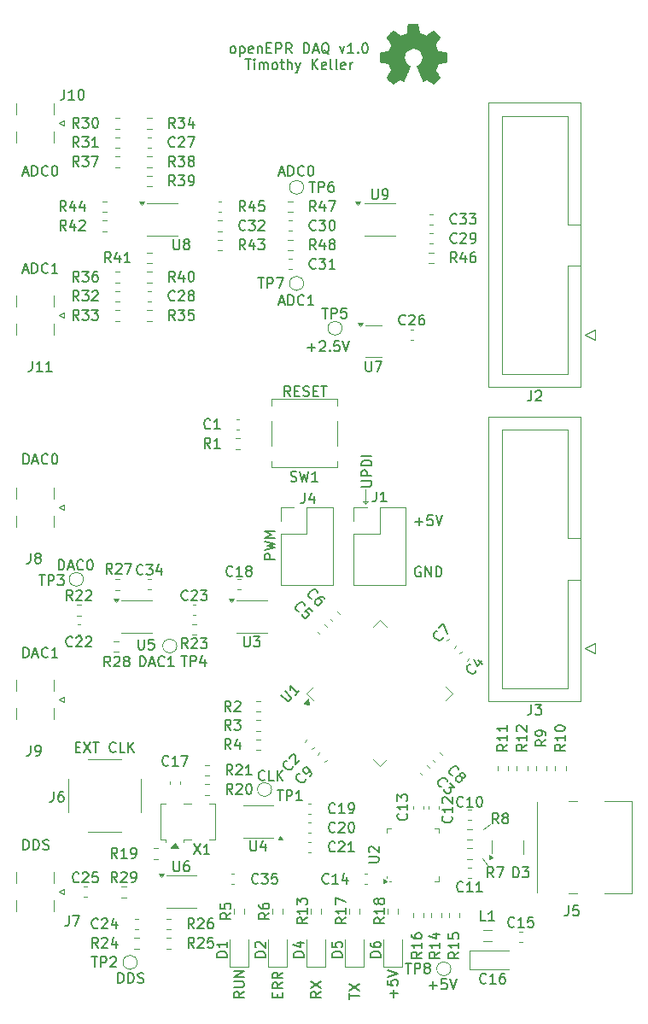
<source format=gbr>
%TF.GenerationSoftware,KiCad,Pcbnew,8.0.1*%
%TF.CreationDate,2024-04-20T11:28:48-04:00*%
%TF.ProjectId,Bridge_Controller,42726964-6765-45f4-936f-6e74726f6c6c,v1.0*%
%TF.SameCoordinates,Original*%
%TF.FileFunction,Legend,Top*%
%TF.FilePolarity,Positive*%
%FSLAX46Y46*%
G04 Gerber Fmt 4.6, Leading zero omitted, Abs format (unit mm)*
G04 Created by KiCad (PCBNEW 8.0.1) date 2024-04-20 11:28:48*
%MOMM*%
%LPD*%
G01*
G04 APERTURE LIST*
%ADD10C,0.100000*%
%ADD11C,0.150000*%
%ADD12C,0.120000*%
%ADD13C,0.010000*%
G04 APERTURE END LIST*
D10*
X57658000Y-61722000D02*
X57658000Y-63119000D01*
X69342000Y-95377000D02*
X69977000Y-94869000D01*
X57658000Y-63119000D02*
X57404000Y-62865000D01*
X39116000Y-97282000D02*
X38354000Y-97282000D01*
X38735000Y-96774000D01*
X39116000Y-97282000D01*
G36*
X39116000Y-97282000D02*
G01*
X38354000Y-97282000D01*
X38735000Y-96774000D01*
X39116000Y-97282000D01*
G37*
X57912000Y-62865000D02*
X57658000Y-63119000D01*
X57404000Y-62865000D02*
X57912000Y-62865000D01*
X69215000Y-98298000D02*
X69723000Y-98933000D01*
D11*
X48637819Y-68624220D02*
X47637819Y-68624220D01*
X47637819Y-68624220D02*
X47637819Y-68243268D01*
X47637819Y-68243268D02*
X47685438Y-68148030D01*
X47685438Y-68148030D02*
X47733057Y-68100411D01*
X47733057Y-68100411D02*
X47828295Y-68052792D01*
X47828295Y-68052792D02*
X47971152Y-68052792D01*
X47971152Y-68052792D02*
X48066390Y-68100411D01*
X48066390Y-68100411D02*
X48114009Y-68148030D01*
X48114009Y-68148030D02*
X48161628Y-68243268D01*
X48161628Y-68243268D02*
X48161628Y-68624220D01*
X47637819Y-67719458D02*
X48637819Y-67481363D01*
X48637819Y-67481363D02*
X47923533Y-67290887D01*
X47923533Y-67290887D02*
X48637819Y-67100411D01*
X48637819Y-67100411D02*
X47637819Y-66862316D01*
X48637819Y-66481363D02*
X47637819Y-66481363D01*
X47637819Y-66481363D02*
X48352104Y-66148030D01*
X48352104Y-66148030D02*
X47637819Y-65814697D01*
X47637819Y-65814697D02*
X48637819Y-65814697D01*
X33102779Y-110613819D02*
X33102779Y-109613819D01*
X33102779Y-109613819D02*
X33340874Y-109613819D01*
X33340874Y-109613819D02*
X33483731Y-109661438D01*
X33483731Y-109661438D02*
X33578969Y-109756676D01*
X33578969Y-109756676D02*
X33626588Y-109851914D01*
X33626588Y-109851914D02*
X33674207Y-110042390D01*
X33674207Y-110042390D02*
X33674207Y-110185247D01*
X33674207Y-110185247D02*
X33626588Y-110375723D01*
X33626588Y-110375723D02*
X33578969Y-110470961D01*
X33578969Y-110470961D02*
X33483731Y-110566200D01*
X33483731Y-110566200D02*
X33340874Y-110613819D01*
X33340874Y-110613819D02*
X33102779Y-110613819D01*
X34102779Y-110613819D02*
X34102779Y-109613819D01*
X34102779Y-109613819D02*
X34340874Y-109613819D01*
X34340874Y-109613819D02*
X34483731Y-109661438D01*
X34483731Y-109661438D02*
X34578969Y-109756676D01*
X34578969Y-109756676D02*
X34626588Y-109851914D01*
X34626588Y-109851914D02*
X34674207Y-110042390D01*
X34674207Y-110042390D02*
X34674207Y-110185247D01*
X34674207Y-110185247D02*
X34626588Y-110375723D01*
X34626588Y-110375723D02*
X34578969Y-110470961D01*
X34578969Y-110470961D02*
X34483731Y-110566200D01*
X34483731Y-110566200D02*
X34340874Y-110613819D01*
X34340874Y-110613819D02*
X34102779Y-110613819D01*
X35055160Y-110566200D02*
X35198017Y-110613819D01*
X35198017Y-110613819D02*
X35436112Y-110613819D01*
X35436112Y-110613819D02*
X35531350Y-110566200D01*
X35531350Y-110566200D02*
X35578969Y-110518580D01*
X35578969Y-110518580D02*
X35626588Y-110423342D01*
X35626588Y-110423342D02*
X35626588Y-110328104D01*
X35626588Y-110328104D02*
X35578969Y-110232866D01*
X35578969Y-110232866D02*
X35531350Y-110185247D01*
X35531350Y-110185247D02*
X35436112Y-110137628D01*
X35436112Y-110137628D02*
X35245636Y-110090009D01*
X35245636Y-110090009D02*
X35150398Y-110042390D01*
X35150398Y-110042390D02*
X35102779Y-109994771D01*
X35102779Y-109994771D02*
X35055160Y-109899533D01*
X35055160Y-109899533D02*
X35055160Y-109804295D01*
X35055160Y-109804295D02*
X35102779Y-109709057D01*
X35102779Y-109709057D02*
X35150398Y-109661438D01*
X35150398Y-109661438D02*
X35245636Y-109613819D01*
X35245636Y-109613819D02*
X35483731Y-109613819D01*
X35483731Y-109613819D02*
X35626588Y-109661438D01*
X23704779Y-78355819D02*
X23704779Y-77355819D01*
X23704779Y-77355819D02*
X23942874Y-77355819D01*
X23942874Y-77355819D02*
X24085731Y-77403438D01*
X24085731Y-77403438D02*
X24180969Y-77498676D01*
X24180969Y-77498676D02*
X24228588Y-77593914D01*
X24228588Y-77593914D02*
X24276207Y-77784390D01*
X24276207Y-77784390D02*
X24276207Y-77927247D01*
X24276207Y-77927247D02*
X24228588Y-78117723D01*
X24228588Y-78117723D02*
X24180969Y-78212961D01*
X24180969Y-78212961D02*
X24085731Y-78308200D01*
X24085731Y-78308200D02*
X23942874Y-78355819D01*
X23942874Y-78355819D02*
X23704779Y-78355819D01*
X24657160Y-78070104D02*
X25133350Y-78070104D01*
X24561922Y-78355819D02*
X24895255Y-77355819D01*
X24895255Y-77355819D02*
X25228588Y-78355819D01*
X26133350Y-78260580D02*
X26085731Y-78308200D01*
X26085731Y-78308200D02*
X25942874Y-78355819D01*
X25942874Y-78355819D02*
X25847636Y-78355819D01*
X25847636Y-78355819D02*
X25704779Y-78308200D01*
X25704779Y-78308200D02*
X25609541Y-78212961D01*
X25609541Y-78212961D02*
X25561922Y-78117723D01*
X25561922Y-78117723D02*
X25514303Y-77927247D01*
X25514303Y-77927247D02*
X25514303Y-77784390D01*
X25514303Y-77784390D02*
X25561922Y-77593914D01*
X25561922Y-77593914D02*
X25609541Y-77498676D01*
X25609541Y-77498676D02*
X25704779Y-77403438D01*
X25704779Y-77403438D02*
X25847636Y-77355819D01*
X25847636Y-77355819D02*
X25942874Y-77355819D01*
X25942874Y-77355819D02*
X26085731Y-77403438D01*
X26085731Y-77403438D02*
X26133350Y-77451057D01*
X27085731Y-78355819D02*
X26514303Y-78355819D01*
X26800017Y-78355819D02*
X26800017Y-77355819D01*
X26800017Y-77355819D02*
X26704779Y-77498676D01*
X26704779Y-77498676D02*
X26609541Y-77593914D01*
X26609541Y-77593914D02*
X26514303Y-77641533D01*
X60448866Y-112058220D02*
X60448866Y-111296316D01*
X60829819Y-111677268D02*
X60067914Y-111677268D01*
X59829819Y-110343935D02*
X59829819Y-110820125D01*
X59829819Y-110820125D02*
X60306009Y-110867744D01*
X60306009Y-110867744D02*
X60258390Y-110820125D01*
X60258390Y-110820125D02*
X60210771Y-110724887D01*
X60210771Y-110724887D02*
X60210771Y-110486792D01*
X60210771Y-110486792D02*
X60258390Y-110391554D01*
X60258390Y-110391554D02*
X60306009Y-110343935D01*
X60306009Y-110343935D02*
X60401247Y-110296316D01*
X60401247Y-110296316D02*
X60639342Y-110296316D01*
X60639342Y-110296316D02*
X60734580Y-110343935D01*
X60734580Y-110343935D02*
X60782200Y-110391554D01*
X60782200Y-110391554D02*
X60829819Y-110486792D01*
X60829819Y-110486792D02*
X60829819Y-110724887D01*
X60829819Y-110724887D02*
X60782200Y-110820125D01*
X60782200Y-110820125D02*
X60734580Y-110867744D01*
X59829819Y-110010601D02*
X60829819Y-109677268D01*
X60829819Y-109677268D02*
X59829819Y-109343935D01*
X51898779Y-47621866D02*
X52660684Y-47621866D01*
X52279731Y-48002819D02*
X52279731Y-47240914D01*
X53089255Y-47098057D02*
X53136874Y-47050438D01*
X53136874Y-47050438D02*
X53232112Y-47002819D01*
X53232112Y-47002819D02*
X53470207Y-47002819D01*
X53470207Y-47002819D02*
X53565445Y-47050438D01*
X53565445Y-47050438D02*
X53613064Y-47098057D01*
X53613064Y-47098057D02*
X53660683Y-47193295D01*
X53660683Y-47193295D02*
X53660683Y-47288533D01*
X53660683Y-47288533D02*
X53613064Y-47431390D01*
X53613064Y-47431390D02*
X53041636Y-48002819D01*
X53041636Y-48002819D02*
X53660683Y-48002819D01*
X54089255Y-47907580D02*
X54136874Y-47955200D01*
X54136874Y-47955200D02*
X54089255Y-48002819D01*
X54089255Y-48002819D02*
X54041636Y-47955200D01*
X54041636Y-47955200D02*
X54089255Y-47907580D01*
X54089255Y-47907580D02*
X54089255Y-48002819D01*
X55041635Y-47002819D02*
X54565445Y-47002819D01*
X54565445Y-47002819D02*
X54517826Y-47479009D01*
X54517826Y-47479009D02*
X54565445Y-47431390D01*
X54565445Y-47431390D02*
X54660683Y-47383771D01*
X54660683Y-47383771D02*
X54898778Y-47383771D01*
X54898778Y-47383771D02*
X54994016Y-47431390D01*
X54994016Y-47431390D02*
X55041635Y-47479009D01*
X55041635Y-47479009D02*
X55089254Y-47574247D01*
X55089254Y-47574247D02*
X55089254Y-47812342D01*
X55089254Y-47812342D02*
X55041635Y-47907580D01*
X55041635Y-47907580D02*
X54994016Y-47955200D01*
X54994016Y-47955200D02*
X54898778Y-48002819D01*
X54898778Y-48002819D02*
X54660683Y-48002819D01*
X54660683Y-48002819D02*
X54565445Y-47955200D01*
X54565445Y-47955200D02*
X54517826Y-47907580D01*
X55374969Y-47002819D02*
X55708302Y-48002819D01*
X55708302Y-48002819D02*
X56041635Y-47002819D01*
X49057160Y-43145104D02*
X49533350Y-43145104D01*
X48961922Y-43430819D02*
X49295255Y-42430819D01*
X49295255Y-42430819D02*
X49628588Y-43430819D01*
X49961922Y-43430819D02*
X49961922Y-42430819D01*
X49961922Y-42430819D02*
X50200017Y-42430819D01*
X50200017Y-42430819D02*
X50342874Y-42478438D01*
X50342874Y-42478438D02*
X50438112Y-42573676D01*
X50438112Y-42573676D02*
X50485731Y-42668914D01*
X50485731Y-42668914D02*
X50533350Y-42859390D01*
X50533350Y-42859390D02*
X50533350Y-43002247D01*
X50533350Y-43002247D02*
X50485731Y-43192723D01*
X50485731Y-43192723D02*
X50438112Y-43287961D01*
X50438112Y-43287961D02*
X50342874Y-43383200D01*
X50342874Y-43383200D02*
X50200017Y-43430819D01*
X50200017Y-43430819D02*
X49961922Y-43430819D01*
X51533350Y-43335580D02*
X51485731Y-43383200D01*
X51485731Y-43383200D02*
X51342874Y-43430819D01*
X51342874Y-43430819D02*
X51247636Y-43430819D01*
X51247636Y-43430819D02*
X51104779Y-43383200D01*
X51104779Y-43383200D02*
X51009541Y-43287961D01*
X51009541Y-43287961D02*
X50961922Y-43192723D01*
X50961922Y-43192723D02*
X50914303Y-43002247D01*
X50914303Y-43002247D02*
X50914303Y-42859390D01*
X50914303Y-42859390D02*
X50961922Y-42668914D01*
X50961922Y-42668914D02*
X51009541Y-42573676D01*
X51009541Y-42573676D02*
X51104779Y-42478438D01*
X51104779Y-42478438D02*
X51247636Y-42430819D01*
X51247636Y-42430819D02*
X51342874Y-42430819D01*
X51342874Y-42430819D02*
X51485731Y-42478438D01*
X51485731Y-42478438D02*
X51533350Y-42526057D01*
X52485731Y-43430819D02*
X51914303Y-43430819D01*
X52200017Y-43430819D02*
X52200017Y-42430819D01*
X52200017Y-42430819D02*
X52104779Y-42573676D01*
X52104779Y-42573676D02*
X52009541Y-42668914D01*
X52009541Y-42668914D02*
X51914303Y-42716533D01*
X56019819Y-112201077D02*
X56019819Y-111629649D01*
X57019819Y-111915363D02*
X56019819Y-111915363D01*
X56019819Y-111391553D02*
X57019819Y-110724887D01*
X56019819Y-110724887D02*
X57019819Y-111391553D01*
X53209819Y-111486792D02*
X52733628Y-111820125D01*
X53209819Y-112058220D02*
X52209819Y-112058220D01*
X52209819Y-112058220D02*
X52209819Y-111677268D01*
X52209819Y-111677268D02*
X52257438Y-111582030D01*
X52257438Y-111582030D02*
X52305057Y-111534411D01*
X52305057Y-111534411D02*
X52400295Y-111486792D01*
X52400295Y-111486792D02*
X52543152Y-111486792D01*
X52543152Y-111486792D02*
X52638390Y-111534411D01*
X52638390Y-111534411D02*
X52686009Y-111582030D01*
X52686009Y-111582030D02*
X52733628Y-111677268D01*
X52733628Y-111677268D02*
X52733628Y-112058220D01*
X52209819Y-111153458D02*
X53209819Y-110486792D01*
X52209819Y-110486792D02*
X53209819Y-111153458D01*
X49057160Y-30318104D02*
X49533350Y-30318104D01*
X48961922Y-30603819D02*
X49295255Y-29603819D01*
X49295255Y-29603819D02*
X49628588Y-30603819D01*
X49961922Y-30603819D02*
X49961922Y-29603819D01*
X49961922Y-29603819D02*
X50200017Y-29603819D01*
X50200017Y-29603819D02*
X50342874Y-29651438D01*
X50342874Y-29651438D02*
X50438112Y-29746676D01*
X50438112Y-29746676D02*
X50485731Y-29841914D01*
X50485731Y-29841914D02*
X50533350Y-30032390D01*
X50533350Y-30032390D02*
X50533350Y-30175247D01*
X50533350Y-30175247D02*
X50485731Y-30365723D01*
X50485731Y-30365723D02*
X50438112Y-30460961D01*
X50438112Y-30460961D02*
X50342874Y-30556200D01*
X50342874Y-30556200D02*
X50200017Y-30603819D01*
X50200017Y-30603819D02*
X49961922Y-30603819D01*
X51533350Y-30508580D02*
X51485731Y-30556200D01*
X51485731Y-30556200D02*
X51342874Y-30603819D01*
X51342874Y-30603819D02*
X51247636Y-30603819D01*
X51247636Y-30603819D02*
X51104779Y-30556200D01*
X51104779Y-30556200D02*
X51009541Y-30460961D01*
X51009541Y-30460961D02*
X50961922Y-30365723D01*
X50961922Y-30365723D02*
X50914303Y-30175247D01*
X50914303Y-30175247D02*
X50914303Y-30032390D01*
X50914303Y-30032390D02*
X50961922Y-29841914D01*
X50961922Y-29841914D02*
X51009541Y-29746676D01*
X51009541Y-29746676D02*
X51104779Y-29651438D01*
X51104779Y-29651438D02*
X51247636Y-29603819D01*
X51247636Y-29603819D02*
X51342874Y-29603819D01*
X51342874Y-29603819D02*
X51485731Y-29651438D01*
X51485731Y-29651438D02*
X51533350Y-29699057D01*
X52152398Y-29603819D02*
X52247636Y-29603819D01*
X52247636Y-29603819D02*
X52342874Y-29651438D01*
X52342874Y-29651438D02*
X52390493Y-29699057D01*
X52390493Y-29699057D02*
X52438112Y-29794295D01*
X52438112Y-29794295D02*
X52485731Y-29984771D01*
X52485731Y-29984771D02*
X52485731Y-30222866D01*
X52485731Y-30222866D02*
X52438112Y-30413342D01*
X52438112Y-30413342D02*
X52390493Y-30508580D01*
X52390493Y-30508580D02*
X52342874Y-30556200D01*
X52342874Y-30556200D02*
X52247636Y-30603819D01*
X52247636Y-30603819D02*
X52152398Y-30603819D01*
X52152398Y-30603819D02*
X52057160Y-30556200D01*
X52057160Y-30556200D02*
X52009541Y-30508580D01*
X52009541Y-30508580D02*
X51961922Y-30413342D01*
X51961922Y-30413342D02*
X51914303Y-30222866D01*
X51914303Y-30222866D02*
X51914303Y-29984771D01*
X51914303Y-29984771D02*
X51961922Y-29794295D01*
X51961922Y-29794295D02*
X52009541Y-29699057D01*
X52009541Y-29699057D02*
X52057160Y-29651438D01*
X52057160Y-29651438D02*
X52152398Y-29603819D01*
X44411142Y-18452875D02*
X44315904Y-18405256D01*
X44315904Y-18405256D02*
X44268285Y-18357636D01*
X44268285Y-18357636D02*
X44220666Y-18262398D01*
X44220666Y-18262398D02*
X44220666Y-17976684D01*
X44220666Y-17976684D02*
X44268285Y-17881446D01*
X44268285Y-17881446D02*
X44315904Y-17833827D01*
X44315904Y-17833827D02*
X44411142Y-17786208D01*
X44411142Y-17786208D02*
X44553999Y-17786208D01*
X44553999Y-17786208D02*
X44649237Y-17833827D01*
X44649237Y-17833827D02*
X44696856Y-17881446D01*
X44696856Y-17881446D02*
X44744475Y-17976684D01*
X44744475Y-17976684D02*
X44744475Y-18262398D01*
X44744475Y-18262398D02*
X44696856Y-18357636D01*
X44696856Y-18357636D02*
X44649237Y-18405256D01*
X44649237Y-18405256D02*
X44553999Y-18452875D01*
X44553999Y-18452875D02*
X44411142Y-18452875D01*
X45173047Y-17786208D02*
X45173047Y-18786208D01*
X45173047Y-17833827D02*
X45268285Y-17786208D01*
X45268285Y-17786208D02*
X45458761Y-17786208D01*
X45458761Y-17786208D02*
X45553999Y-17833827D01*
X45553999Y-17833827D02*
X45601618Y-17881446D01*
X45601618Y-17881446D02*
X45649237Y-17976684D01*
X45649237Y-17976684D02*
X45649237Y-18262398D01*
X45649237Y-18262398D02*
X45601618Y-18357636D01*
X45601618Y-18357636D02*
X45553999Y-18405256D01*
X45553999Y-18405256D02*
X45458761Y-18452875D01*
X45458761Y-18452875D02*
X45268285Y-18452875D01*
X45268285Y-18452875D02*
X45173047Y-18405256D01*
X46458761Y-18405256D02*
X46363523Y-18452875D01*
X46363523Y-18452875D02*
X46173047Y-18452875D01*
X46173047Y-18452875D02*
X46077809Y-18405256D01*
X46077809Y-18405256D02*
X46030190Y-18310017D01*
X46030190Y-18310017D02*
X46030190Y-17929065D01*
X46030190Y-17929065D02*
X46077809Y-17833827D01*
X46077809Y-17833827D02*
X46173047Y-17786208D01*
X46173047Y-17786208D02*
X46363523Y-17786208D01*
X46363523Y-17786208D02*
X46458761Y-17833827D01*
X46458761Y-17833827D02*
X46506380Y-17929065D01*
X46506380Y-17929065D02*
X46506380Y-18024303D01*
X46506380Y-18024303D02*
X46030190Y-18119541D01*
X46934952Y-17786208D02*
X46934952Y-18452875D01*
X46934952Y-17881446D02*
X46982571Y-17833827D01*
X46982571Y-17833827D02*
X47077809Y-17786208D01*
X47077809Y-17786208D02*
X47220666Y-17786208D01*
X47220666Y-17786208D02*
X47315904Y-17833827D01*
X47315904Y-17833827D02*
X47363523Y-17929065D01*
X47363523Y-17929065D02*
X47363523Y-18452875D01*
X47839714Y-17929065D02*
X48173047Y-17929065D01*
X48315904Y-18452875D02*
X47839714Y-18452875D01*
X47839714Y-18452875D02*
X47839714Y-17452875D01*
X47839714Y-17452875D02*
X48315904Y-17452875D01*
X48744476Y-18452875D02*
X48744476Y-17452875D01*
X48744476Y-17452875D02*
X49125428Y-17452875D01*
X49125428Y-17452875D02*
X49220666Y-17500494D01*
X49220666Y-17500494D02*
X49268285Y-17548113D01*
X49268285Y-17548113D02*
X49315904Y-17643351D01*
X49315904Y-17643351D02*
X49315904Y-17786208D01*
X49315904Y-17786208D02*
X49268285Y-17881446D01*
X49268285Y-17881446D02*
X49220666Y-17929065D01*
X49220666Y-17929065D02*
X49125428Y-17976684D01*
X49125428Y-17976684D02*
X48744476Y-17976684D01*
X50315904Y-18452875D02*
X49982571Y-17976684D01*
X49744476Y-18452875D02*
X49744476Y-17452875D01*
X49744476Y-17452875D02*
X50125428Y-17452875D01*
X50125428Y-17452875D02*
X50220666Y-17500494D01*
X50220666Y-17500494D02*
X50268285Y-17548113D01*
X50268285Y-17548113D02*
X50315904Y-17643351D01*
X50315904Y-17643351D02*
X50315904Y-17786208D01*
X50315904Y-17786208D02*
X50268285Y-17881446D01*
X50268285Y-17881446D02*
X50220666Y-17929065D01*
X50220666Y-17929065D02*
X50125428Y-17976684D01*
X50125428Y-17976684D02*
X49744476Y-17976684D01*
X51506381Y-18452875D02*
X51506381Y-17452875D01*
X51506381Y-17452875D02*
X51744476Y-17452875D01*
X51744476Y-17452875D02*
X51887333Y-17500494D01*
X51887333Y-17500494D02*
X51982571Y-17595732D01*
X51982571Y-17595732D02*
X52030190Y-17690970D01*
X52030190Y-17690970D02*
X52077809Y-17881446D01*
X52077809Y-17881446D02*
X52077809Y-18024303D01*
X52077809Y-18024303D02*
X52030190Y-18214779D01*
X52030190Y-18214779D02*
X51982571Y-18310017D01*
X51982571Y-18310017D02*
X51887333Y-18405256D01*
X51887333Y-18405256D02*
X51744476Y-18452875D01*
X51744476Y-18452875D02*
X51506381Y-18452875D01*
X52458762Y-18167160D02*
X52934952Y-18167160D01*
X52363524Y-18452875D02*
X52696857Y-17452875D01*
X52696857Y-17452875D02*
X53030190Y-18452875D01*
X54030190Y-18548113D02*
X53934952Y-18500494D01*
X53934952Y-18500494D02*
X53839714Y-18405256D01*
X53839714Y-18405256D02*
X53696857Y-18262398D01*
X53696857Y-18262398D02*
X53601619Y-18214779D01*
X53601619Y-18214779D02*
X53506381Y-18214779D01*
X53554000Y-18452875D02*
X53458762Y-18405256D01*
X53458762Y-18405256D02*
X53363524Y-18310017D01*
X53363524Y-18310017D02*
X53315905Y-18119541D01*
X53315905Y-18119541D02*
X53315905Y-17786208D01*
X53315905Y-17786208D02*
X53363524Y-17595732D01*
X53363524Y-17595732D02*
X53458762Y-17500494D01*
X53458762Y-17500494D02*
X53554000Y-17452875D01*
X53554000Y-17452875D02*
X53744476Y-17452875D01*
X53744476Y-17452875D02*
X53839714Y-17500494D01*
X53839714Y-17500494D02*
X53934952Y-17595732D01*
X53934952Y-17595732D02*
X53982571Y-17786208D01*
X53982571Y-17786208D02*
X53982571Y-18119541D01*
X53982571Y-18119541D02*
X53934952Y-18310017D01*
X53934952Y-18310017D02*
X53839714Y-18405256D01*
X53839714Y-18405256D02*
X53744476Y-18452875D01*
X53744476Y-18452875D02*
X53554000Y-18452875D01*
X55077810Y-17786208D02*
X55315905Y-18452875D01*
X55315905Y-18452875D02*
X55554000Y-17786208D01*
X56458762Y-18452875D02*
X55887334Y-18452875D01*
X56173048Y-18452875D02*
X56173048Y-17452875D01*
X56173048Y-17452875D02*
X56077810Y-17595732D01*
X56077810Y-17595732D02*
X55982572Y-17690970D01*
X55982572Y-17690970D02*
X55887334Y-17738589D01*
X56887334Y-18357636D02*
X56934953Y-18405256D01*
X56934953Y-18405256D02*
X56887334Y-18452875D01*
X56887334Y-18452875D02*
X56839715Y-18405256D01*
X56839715Y-18405256D02*
X56887334Y-18357636D01*
X56887334Y-18357636D02*
X56887334Y-18452875D01*
X57554000Y-17452875D02*
X57649238Y-17452875D01*
X57649238Y-17452875D02*
X57744476Y-17500494D01*
X57744476Y-17500494D02*
X57792095Y-17548113D01*
X57792095Y-17548113D02*
X57839714Y-17643351D01*
X57839714Y-17643351D02*
X57887333Y-17833827D01*
X57887333Y-17833827D02*
X57887333Y-18071922D01*
X57887333Y-18071922D02*
X57839714Y-18262398D01*
X57839714Y-18262398D02*
X57792095Y-18357636D01*
X57792095Y-18357636D02*
X57744476Y-18405256D01*
X57744476Y-18405256D02*
X57649238Y-18452875D01*
X57649238Y-18452875D02*
X57554000Y-18452875D01*
X57554000Y-18452875D02*
X57458762Y-18405256D01*
X57458762Y-18405256D02*
X57411143Y-18357636D01*
X57411143Y-18357636D02*
X57363524Y-18262398D01*
X57363524Y-18262398D02*
X57315905Y-18071922D01*
X57315905Y-18071922D02*
X57315905Y-17833827D01*
X57315905Y-17833827D02*
X57363524Y-17643351D01*
X57363524Y-17643351D02*
X57411143Y-17548113D01*
X57411143Y-17548113D02*
X57458762Y-17500494D01*
X57458762Y-17500494D02*
X57554000Y-17452875D01*
X45720666Y-19062819D02*
X46292094Y-19062819D01*
X46006380Y-20062819D02*
X46006380Y-19062819D01*
X46625428Y-20062819D02*
X46625428Y-19396152D01*
X46625428Y-19062819D02*
X46577809Y-19110438D01*
X46577809Y-19110438D02*
X46625428Y-19158057D01*
X46625428Y-19158057D02*
X46673047Y-19110438D01*
X46673047Y-19110438D02*
X46625428Y-19062819D01*
X46625428Y-19062819D02*
X46625428Y-19158057D01*
X47101618Y-20062819D02*
X47101618Y-19396152D01*
X47101618Y-19491390D02*
X47149237Y-19443771D01*
X47149237Y-19443771D02*
X47244475Y-19396152D01*
X47244475Y-19396152D02*
X47387332Y-19396152D01*
X47387332Y-19396152D02*
X47482570Y-19443771D01*
X47482570Y-19443771D02*
X47530189Y-19539009D01*
X47530189Y-19539009D02*
X47530189Y-20062819D01*
X47530189Y-19539009D02*
X47577808Y-19443771D01*
X47577808Y-19443771D02*
X47673046Y-19396152D01*
X47673046Y-19396152D02*
X47815903Y-19396152D01*
X47815903Y-19396152D02*
X47911142Y-19443771D01*
X47911142Y-19443771D02*
X47958761Y-19539009D01*
X47958761Y-19539009D02*
X47958761Y-20062819D01*
X48577808Y-20062819D02*
X48482570Y-20015200D01*
X48482570Y-20015200D02*
X48434951Y-19967580D01*
X48434951Y-19967580D02*
X48387332Y-19872342D01*
X48387332Y-19872342D02*
X48387332Y-19586628D01*
X48387332Y-19586628D02*
X48434951Y-19491390D01*
X48434951Y-19491390D02*
X48482570Y-19443771D01*
X48482570Y-19443771D02*
X48577808Y-19396152D01*
X48577808Y-19396152D02*
X48720665Y-19396152D01*
X48720665Y-19396152D02*
X48815903Y-19443771D01*
X48815903Y-19443771D02*
X48863522Y-19491390D01*
X48863522Y-19491390D02*
X48911141Y-19586628D01*
X48911141Y-19586628D02*
X48911141Y-19872342D01*
X48911141Y-19872342D02*
X48863522Y-19967580D01*
X48863522Y-19967580D02*
X48815903Y-20015200D01*
X48815903Y-20015200D02*
X48720665Y-20062819D01*
X48720665Y-20062819D02*
X48577808Y-20062819D01*
X49196856Y-19396152D02*
X49577808Y-19396152D01*
X49339713Y-19062819D02*
X49339713Y-19919961D01*
X49339713Y-19919961D02*
X49387332Y-20015200D01*
X49387332Y-20015200D02*
X49482570Y-20062819D01*
X49482570Y-20062819D02*
X49577808Y-20062819D01*
X49911142Y-20062819D02*
X49911142Y-19062819D01*
X50339713Y-20062819D02*
X50339713Y-19539009D01*
X50339713Y-19539009D02*
X50292094Y-19443771D01*
X50292094Y-19443771D02*
X50196856Y-19396152D01*
X50196856Y-19396152D02*
X50053999Y-19396152D01*
X50053999Y-19396152D02*
X49958761Y-19443771D01*
X49958761Y-19443771D02*
X49911142Y-19491390D01*
X50720666Y-19396152D02*
X50958761Y-20062819D01*
X51196856Y-19396152D02*
X50958761Y-20062819D01*
X50958761Y-20062819D02*
X50863523Y-20300914D01*
X50863523Y-20300914D02*
X50815904Y-20348533D01*
X50815904Y-20348533D02*
X50720666Y-20396152D01*
X52339714Y-20062819D02*
X52339714Y-19062819D01*
X52911142Y-20062819D02*
X52482571Y-19491390D01*
X52911142Y-19062819D02*
X52339714Y-19634247D01*
X53720666Y-20015200D02*
X53625428Y-20062819D01*
X53625428Y-20062819D02*
X53434952Y-20062819D01*
X53434952Y-20062819D02*
X53339714Y-20015200D01*
X53339714Y-20015200D02*
X53292095Y-19919961D01*
X53292095Y-19919961D02*
X53292095Y-19539009D01*
X53292095Y-19539009D02*
X53339714Y-19443771D01*
X53339714Y-19443771D02*
X53434952Y-19396152D01*
X53434952Y-19396152D02*
X53625428Y-19396152D01*
X53625428Y-19396152D02*
X53720666Y-19443771D01*
X53720666Y-19443771D02*
X53768285Y-19539009D01*
X53768285Y-19539009D02*
X53768285Y-19634247D01*
X53768285Y-19634247D02*
X53292095Y-19729485D01*
X54339714Y-20062819D02*
X54244476Y-20015200D01*
X54244476Y-20015200D02*
X54196857Y-19919961D01*
X54196857Y-19919961D02*
X54196857Y-19062819D01*
X54863524Y-20062819D02*
X54768286Y-20015200D01*
X54768286Y-20015200D02*
X54720667Y-19919961D01*
X54720667Y-19919961D02*
X54720667Y-19062819D01*
X55625429Y-20015200D02*
X55530191Y-20062819D01*
X55530191Y-20062819D02*
X55339715Y-20062819D01*
X55339715Y-20062819D02*
X55244477Y-20015200D01*
X55244477Y-20015200D02*
X55196858Y-19919961D01*
X55196858Y-19919961D02*
X55196858Y-19539009D01*
X55196858Y-19539009D02*
X55244477Y-19443771D01*
X55244477Y-19443771D02*
X55339715Y-19396152D01*
X55339715Y-19396152D02*
X55530191Y-19396152D01*
X55530191Y-19396152D02*
X55625429Y-19443771D01*
X55625429Y-19443771D02*
X55673048Y-19539009D01*
X55673048Y-19539009D02*
X55673048Y-19634247D01*
X55673048Y-19634247D02*
X55196858Y-19729485D01*
X56101620Y-20062819D02*
X56101620Y-19396152D01*
X56101620Y-19586628D02*
X56149239Y-19491390D01*
X56149239Y-19491390D02*
X56196858Y-19443771D01*
X56196858Y-19443771D02*
X56292096Y-19396152D01*
X56292096Y-19396152D02*
X56387334Y-19396152D01*
X23704779Y-97405819D02*
X23704779Y-96405819D01*
X23704779Y-96405819D02*
X23942874Y-96405819D01*
X23942874Y-96405819D02*
X24085731Y-96453438D01*
X24085731Y-96453438D02*
X24180969Y-96548676D01*
X24180969Y-96548676D02*
X24228588Y-96643914D01*
X24228588Y-96643914D02*
X24276207Y-96834390D01*
X24276207Y-96834390D02*
X24276207Y-96977247D01*
X24276207Y-96977247D02*
X24228588Y-97167723D01*
X24228588Y-97167723D02*
X24180969Y-97262961D01*
X24180969Y-97262961D02*
X24085731Y-97358200D01*
X24085731Y-97358200D02*
X23942874Y-97405819D01*
X23942874Y-97405819D02*
X23704779Y-97405819D01*
X24704779Y-97405819D02*
X24704779Y-96405819D01*
X24704779Y-96405819D02*
X24942874Y-96405819D01*
X24942874Y-96405819D02*
X25085731Y-96453438D01*
X25085731Y-96453438D02*
X25180969Y-96548676D01*
X25180969Y-96548676D02*
X25228588Y-96643914D01*
X25228588Y-96643914D02*
X25276207Y-96834390D01*
X25276207Y-96834390D02*
X25276207Y-96977247D01*
X25276207Y-96977247D02*
X25228588Y-97167723D01*
X25228588Y-97167723D02*
X25180969Y-97262961D01*
X25180969Y-97262961D02*
X25085731Y-97358200D01*
X25085731Y-97358200D02*
X24942874Y-97405819D01*
X24942874Y-97405819D02*
X24704779Y-97405819D01*
X25657160Y-97358200D02*
X25800017Y-97405819D01*
X25800017Y-97405819D02*
X26038112Y-97405819D01*
X26038112Y-97405819D02*
X26133350Y-97358200D01*
X26133350Y-97358200D02*
X26180969Y-97310580D01*
X26180969Y-97310580D02*
X26228588Y-97215342D01*
X26228588Y-97215342D02*
X26228588Y-97120104D01*
X26228588Y-97120104D02*
X26180969Y-97024866D01*
X26180969Y-97024866D02*
X26133350Y-96977247D01*
X26133350Y-96977247D02*
X26038112Y-96929628D01*
X26038112Y-96929628D02*
X25847636Y-96882009D01*
X25847636Y-96882009D02*
X25752398Y-96834390D01*
X25752398Y-96834390D02*
X25704779Y-96786771D01*
X25704779Y-96786771D02*
X25657160Y-96691533D01*
X25657160Y-96691533D02*
X25657160Y-96596295D01*
X25657160Y-96596295D02*
X25704779Y-96501057D01*
X25704779Y-96501057D02*
X25752398Y-96453438D01*
X25752398Y-96453438D02*
X25847636Y-96405819D01*
X25847636Y-96405819D02*
X26085731Y-96405819D01*
X26085731Y-96405819D02*
X26228588Y-96453438D01*
X62566779Y-64893866D02*
X63328684Y-64893866D01*
X62947731Y-65274819D02*
X62947731Y-64512914D01*
X64281064Y-64274819D02*
X63804874Y-64274819D01*
X63804874Y-64274819D02*
X63757255Y-64751009D01*
X63757255Y-64751009D02*
X63804874Y-64703390D01*
X63804874Y-64703390D02*
X63900112Y-64655771D01*
X63900112Y-64655771D02*
X64138207Y-64655771D01*
X64138207Y-64655771D02*
X64233445Y-64703390D01*
X64233445Y-64703390D02*
X64281064Y-64751009D01*
X64281064Y-64751009D02*
X64328683Y-64846247D01*
X64328683Y-64846247D02*
X64328683Y-65084342D01*
X64328683Y-65084342D02*
X64281064Y-65179580D01*
X64281064Y-65179580D02*
X64233445Y-65227200D01*
X64233445Y-65227200D02*
X64138207Y-65274819D01*
X64138207Y-65274819D02*
X63900112Y-65274819D01*
X63900112Y-65274819D02*
X63804874Y-65227200D01*
X63804874Y-65227200D02*
X63757255Y-65179580D01*
X64614398Y-64274819D02*
X64947731Y-65274819D01*
X64947731Y-65274819D02*
X65281064Y-64274819D01*
X48876009Y-112058220D02*
X48876009Y-111724887D01*
X49399819Y-111582030D02*
X49399819Y-112058220D01*
X49399819Y-112058220D02*
X48399819Y-112058220D01*
X48399819Y-112058220D02*
X48399819Y-111582030D01*
X49399819Y-110582030D02*
X48923628Y-110915363D01*
X49399819Y-111153458D02*
X48399819Y-111153458D01*
X48399819Y-111153458D02*
X48399819Y-110772506D01*
X48399819Y-110772506D02*
X48447438Y-110677268D01*
X48447438Y-110677268D02*
X48495057Y-110629649D01*
X48495057Y-110629649D02*
X48590295Y-110582030D01*
X48590295Y-110582030D02*
X48733152Y-110582030D01*
X48733152Y-110582030D02*
X48828390Y-110629649D01*
X48828390Y-110629649D02*
X48876009Y-110677268D01*
X48876009Y-110677268D02*
X48923628Y-110772506D01*
X48923628Y-110772506D02*
X48923628Y-111153458D01*
X49399819Y-109582030D02*
X48923628Y-109915363D01*
X49399819Y-110153458D02*
X48399819Y-110153458D01*
X48399819Y-110153458D02*
X48399819Y-109772506D01*
X48399819Y-109772506D02*
X48447438Y-109677268D01*
X48447438Y-109677268D02*
X48495057Y-109629649D01*
X48495057Y-109629649D02*
X48590295Y-109582030D01*
X48590295Y-109582030D02*
X48733152Y-109582030D01*
X48733152Y-109582030D02*
X48828390Y-109629649D01*
X48828390Y-109629649D02*
X48876009Y-109677268D01*
X48876009Y-109677268D02*
X48923628Y-109772506D01*
X48923628Y-109772506D02*
X48923628Y-110153458D01*
X63963779Y-110867866D02*
X64725684Y-110867866D01*
X64344731Y-111248819D02*
X64344731Y-110486914D01*
X65678064Y-110248819D02*
X65201874Y-110248819D01*
X65201874Y-110248819D02*
X65154255Y-110725009D01*
X65154255Y-110725009D02*
X65201874Y-110677390D01*
X65201874Y-110677390D02*
X65297112Y-110629771D01*
X65297112Y-110629771D02*
X65535207Y-110629771D01*
X65535207Y-110629771D02*
X65630445Y-110677390D01*
X65630445Y-110677390D02*
X65678064Y-110725009D01*
X65678064Y-110725009D02*
X65725683Y-110820247D01*
X65725683Y-110820247D02*
X65725683Y-111058342D01*
X65725683Y-111058342D02*
X65678064Y-111153580D01*
X65678064Y-111153580D02*
X65630445Y-111201200D01*
X65630445Y-111201200D02*
X65535207Y-111248819D01*
X65535207Y-111248819D02*
X65297112Y-111248819D01*
X65297112Y-111248819D02*
X65201874Y-111201200D01*
X65201874Y-111201200D02*
X65154255Y-111153580D01*
X66011398Y-110248819D02*
X66344731Y-111248819D01*
X66344731Y-111248819D02*
X66678064Y-110248819D01*
X50184207Y-52447819D02*
X49850874Y-51971628D01*
X49612779Y-52447819D02*
X49612779Y-51447819D01*
X49612779Y-51447819D02*
X49993731Y-51447819D01*
X49993731Y-51447819D02*
X50088969Y-51495438D01*
X50088969Y-51495438D02*
X50136588Y-51543057D01*
X50136588Y-51543057D02*
X50184207Y-51638295D01*
X50184207Y-51638295D02*
X50184207Y-51781152D01*
X50184207Y-51781152D02*
X50136588Y-51876390D01*
X50136588Y-51876390D02*
X50088969Y-51924009D01*
X50088969Y-51924009D02*
X49993731Y-51971628D01*
X49993731Y-51971628D02*
X49612779Y-51971628D01*
X50612779Y-51924009D02*
X50946112Y-51924009D01*
X51088969Y-52447819D02*
X50612779Y-52447819D01*
X50612779Y-52447819D02*
X50612779Y-51447819D01*
X50612779Y-51447819D02*
X51088969Y-51447819D01*
X51469922Y-52400200D02*
X51612779Y-52447819D01*
X51612779Y-52447819D02*
X51850874Y-52447819D01*
X51850874Y-52447819D02*
X51946112Y-52400200D01*
X51946112Y-52400200D02*
X51993731Y-52352580D01*
X51993731Y-52352580D02*
X52041350Y-52257342D01*
X52041350Y-52257342D02*
X52041350Y-52162104D01*
X52041350Y-52162104D02*
X51993731Y-52066866D01*
X51993731Y-52066866D02*
X51946112Y-52019247D01*
X51946112Y-52019247D02*
X51850874Y-51971628D01*
X51850874Y-51971628D02*
X51660398Y-51924009D01*
X51660398Y-51924009D02*
X51565160Y-51876390D01*
X51565160Y-51876390D02*
X51517541Y-51828771D01*
X51517541Y-51828771D02*
X51469922Y-51733533D01*
X51469922Y-51733533D02*
X51469922Y-51638295D01*
X51469922Y-51638295D02*
X51517541Y-51543057D01*
X51517541Y-51543057D02*
X51565160Y-51495438D01*
X51565160Y-51495438D02*
X51660398Y-51447819D01*
X51660398Y-51447819D02*
X51898493Y-51447819D01*
X51898493Y-51447819D02*
X52041350Y-51495438D01*
X52469922Y-51924009D02*
X52803255Y-51924009D01*
X52946112Y-52447819D02*
X52469922Y-52447819D01*
X52469922Y-52447819D02*
X52469922Y-51447819D01*
X52469922Y-51447819D02*
X52946112Y-51447819D01*
X53231827Y-51447819D02*
X53803255Y-51447819D01*
X53517541Y-52447819D02*
X53517541Y-51447819D01*
X57238473Y-61400374D02*
X58047996Y-61400374D01*
X58047996Y-61400374D02*
X58143234Y-61352755D01*
X58143234Y-61352755D02*
X58190854Y-61305136D01*
X58190854Y-61305136D02*
X58238473Y-61209898D01*
X58238473Y-61209898D02*
X58238473Y-61019422D01*
X58238473Y-61019422D02*
X58190854Y-60924184D01*
X58190854Y-60924184D02*
X58143234Y-60876565D01*
X58143234Y-60876565D02*
X58047996Y-60828946D01*
X58047996Y-60828946D02*
X57238473Y-60828946D01*
X58238473Y-60352755D02*
X57238473Y-60352755D01*
X57238473Y-60352755D02*
X57238473Y-59971803D01*
X57238473Y-59971803D02*
X57286092Y-59876565D01*
X57286092Y-59876565D02*
X57333711Y-59828946D01*
X57333711Y-59828946D02*
X57428949Y-59781327D01*
X57428949Y-59781327D02*
X57571806Y-59781327D01*
X57571806Y-59781327D02*
X57667044Y-59828946D01*
X57667044Y-59828946D02*
X57714663Y-59876565D01*
X57714663Y-59876565D02*
X57762282Y-59971803D01*
X57762282Y-59971803D02*
X57762282Y-60352755D01*
X58238473Y-59352755D02*
X57238473Y-59352755D01*
X57238473Y-59352755D02*
X57238473Y-59114660D01*
X57238473Y-59114660D02*
X57286092Y-58971803D01*
X57286092Y-58971803D02*
X57381330Y-58876565D01*
X57381330Y-58876565D02*
X57476568Y-58828946D01*
X57476568Y-58828946D02*
X57667044Y-58781327D01*
X57667044Y-58781327D02*
X57809901Y-58781327D01*
X57809901Y-58781327D02*
X58000377Y-58828946D01*
X58000377Y-58828946D02*
X58095615Y-58876565D01*
X58095615Y-58876565D02*
X58190854Y-58971803D01*
X58190854Y-58971803D02*
X58238473Y-59114660D01*
X58238473Y-59114660D02*
X58238473Y-59352755D01*
X58238473Y-58352755D02*
X57238473Y-58352755D01*
X23657160Y-30318104D02*
X24133350Y-30318104D01*
X23561922Y-30603819D02*
X23895255Y-29603819D01*
X23895255Y-29603819D02*
X24228588Y-30603819D01*
X24561922Y-30603819D02*
X24561922Y-29603819D01*
X24561922Y-29603819D02*
X24800017Y-29603819D01*
X24800017Y-29603819D02*
X24942874Y-29651438D01*
X24942874Y-29651438D02*
X25038112Y-29746676D01*
X25038112Y-29746676D02*
X25085731Y-29841914D01*
X25085731Y-29841914D02*
X25133350Y-30032390D01*
X25133350Y-30032390D02*
X25133350Y-30175247D01*
X25133350Y-30175247D02*
X25085731Y-30365723D01*
X25085731Y-30365723D02*
X25038112Y-30460961D01*
X25038112Y-30460961D02*
X24942874Y-30556200D01*
X24942874Y-30556200D02*
X24800017Y-30603819D01*
X24800017Y-30603819D02*
X24561922Y-30603819D01*
X26133350Y-30508580D02*
X26085731Y-30556200D01*
X26085731Y-30556200D02*
X25942874Y-30603819D01*
X25942874Y-30603819D02*
X25847636Y-30603819D01*
X25847636Y-30603819D02*
X25704779Y-30556200D01*
X25704779Y-30556200D02*
X25609541Y-30460961D01*
X25609541Y-30460961D02*
X25561922Y-30365723D01*
X25561922Y-30365723D02*
X25514303Y-30175247D01*
X25514303Y-30175247D02*
X25514303Y-30032390D01*
X25514303Y-30032390D02*
X25561922Y-29841914D01*
X25561922Y-29841914D02*
X25609541Y-29746676D01*
X25609541Y-29746676D02*
X25704779Y-29651438D01*
X25704779Y-29651438D02*
X25847636Y-29603819D01*
X25847636Y-29603819D02*
X25942874Y-29603819D01*
X25942874Y-29603819D02*
X26085731Y-29651438D01*
X26085731Y-29651438D02*
X26133350Y-29699057D01*
X26752398Y-29603819D02*
X26847636Y-29603819D01*
X26847636Y-29603819D02*
X26942874Y-29651438D01*
X26942874Y-29651438D02*
X26990493Y-29699057D01*
X26990493Y-29699057D02*
X27038112Y-29794295D01*
X27038112Y-29794295D02*
X27085731Y-29984771D01*
X27085731Y-29984771D02*
X27085731Y-30222866D01*
X27085731Y-30222866D02*
X27038112Y-30413342D01*
X27038112Y-30413342D02*
X26990493Y-30508580D01*
X26990493Y-30508580D02*
X26942874Y-30556200D01*
X26942874Y-30556200D02*
X26847636Y-30603819D01*
X26847636Y-30603819D02*
X26752398Y-30603819D01*
X26752398Y-30603819D02*
X26657160Y-30556200D01*
X26657160Y-30556200D02*
X26609541Y-30508580D01*
X26609541Y-30508580D02*
X26561922Y-30413342D01*
X26561922Y-30413342D02*
X26514303Y-30222866D01*
X26514303Y-30222866D02*
X26514303Y-29984771D01*
X26514303Y-29984771D02*
X26561922Y-29794295D01*
X26561922Y-29794295D02*
X26609541Y-29699057D01*
X26609541Y-29699057D02*
X26657160Y-29651438D01*
X26657160Y-29651438D02*
X26752398Y-29603819D01*
X23704779Y-59178819D02*
X23704779Y-58178819D01*
X23704779Y-58178819D02*
X23942874Y-58178819D01*
X23942874Y-58178819D02*
X24085731Y-58226438D01*
X24085731Y-58226438D02*
X24180969Y-58321676D01*
X24180969Y-58321676D02*
X24228588Y-58416914D01*
X24228588Y-58416914D02*
X24276207Y-58607390D01*
X24276207Y-58607390D02*
X24276207Y-58750247D01*
X24276207Y-58750247D02*
X24228588Y-58940723D01*
X24228588Y-58940723D02*
X24180969Y-59035961D01*
X24180969Y-59035961D02*
X24085731Y-59131200D01*
X24085731Y-59131200D02*
X23942874Y-59178819D01*
X23942874Y-59178819D02*
X23704779Y-59178819D01*
X24657160Y-58893104D02*
X25133350Y-58893104D01*
X24561922Y-59178819D02*
X24895255Y-58178819D01*
X24895255Y-58178819D02*
X25228588Y-59178819D01*
X26133350Y-59083580D02*
X26085731Y-59131200D01*
X26085731Y-59131200D02*
X25942874Y-59178819D01*
X25942874Y-59178819D02*
X25847636Y-59178819D01*
X25847636Y-59178819D02*
X25704779Y-59131200D01*
X25704779Y-59131200D02*
X25609541Y-59035961D01*
X25609541Y-59035961D02*
X25561922Y-58940723D01*
X25561922Y-58940723D02*
X25514303Y-58750247D01*
X25514303Y-58750247D02*
X25514303Y-58607390D01*
X25514303Y-58607390D02*
X25561922Y-58416914D01*
X25561922Y-58416914D02*
X25609541Y-58321676D01*
X25609541Y-58321676D02*
X25704779Y-58226438D01*
X25704779Y-58226438D02*
X25847636Y-58178819D01*
X25847636Y-58178819D02*
X25942874Y-58178819D01*
X25942874Y-58178819D02*
X26085731Y-58226438D01*
X26085731Y-58226438D02*
X26133350Y-58274057D01*
X26752398Y-58178819D02*
X26847636Y-58178819D01*
X26847636Y-58178819D02*
X26942874Y-58226438D01*
X26942874Y-58226438D02*
X26990493Y-58274057D01*
X26990493Y-58274057D02*
X27038112Y-58369295D01*
X27038112Y-58369295D02*
X27085731Y-58559771D01*
X27085731Y-58559771D02*
X27085731Y-58797866D01*
X27085731Y-58797866D02*
X27038112Y-58988342D01*
X27038112Y-58988342D02*
X26990493Y-59083580D01*
X26990493Y-59083580D02*
X26942874Y-59131200D01*
X26942874Y-59131200D02*
X26847636Y-59178819D01*
X26847636Y-59178819D02*
X26752398Y-59178819D01*
X26752398Y-59178819D02*
X26657160Y-59131200D01*
X26657160Y-59131200D02*
X26609541Y-59083580D01*
X26609541Y-59083580D02*
X26561922Y-58988342D01*
X26561922Y-58988342D02*
X26514303Y-58797866D01*
X26514303Y-58797866D02*
X26514303Y-58559771D01*
X26514303Y-58559771D02*
X26561922Y-58369295D01*
X26561922Y-58369295D02*
X26609541Y-58274057D01*
X26609541Y-58274057D02*
X26657160Y-58226438D01*
X26657160Y-58226438D02*
X26752398Y-58178819D01*
X63090588Y-69402438D02*
X62995350Y-69354819D01*
X62995350Y-69354819D02*
X62852493Y-69354819D01*
X62852493Y-69354819D02*
X62709636Y-69402438D01*
X62709636Y-69402438D02*
X62614398Y-69497676D01*
X62614398Y-69497676D02*
X62566779Y-69592914D01*
X62566779Y-69592914D02*
X62519160Y-69783390D01*
X62519160Y-69783390D02*
X62519160Y-69926247D01*
X62519160Y-69926247D02*
X62566779Y-70116723D01*
X62566779Y-70116723D02*
X62614398Y-70211961D01*
X62614398Y-70211961D02*
X62709636Y-70307200D01*
X62709636Y-70307200D02*
X62852493Y-70354819D01*
X62852493Y-70354819D02*
X62947731Y-70354819D01*
X62947731Y-70354819D02*
X63090588Y-70307200D01*
X63090588Y-70307200D02*
X63138207Y-70259580D01*
X63138207Y-70259580D02*
X63138207Y-69926247D01*
X63138207Y-69926247D02*
X62947731Y-69926247D01*
X63566779Y-70354819D02*
X63566779Y-69354819D01*
X63566779Y-69354819D02*
X64138207Y-70354819D01*
X64138207Y-70354819D02*
X64138207Y-69354819D01*
X64614398Y-70354819D02*
X64614398Y-69354819D01*
X64614398Y-69354819D02*
X64852493Y-69354819D01*
X64852493Y-69354819D02*
X64995350Y-69402438D01*
X64995350Y-69402438D02*
X65090588Y-69497676D01*
X65090588Y-69497676D02*
X65138207Y-69592914D01*
X65138207Y-69592914D02*
X65185826Y-69783390D01*
X65185826Y-69783390D02*
X65185826Y-69926247D01*
X65185826Y-69926247D02*
X65138207Y-70116723D01*
X65138207Y-70116723D02*
X65090588Y-70211961D01*
X65090588Y-70211961D02*
X64995350Y-70307200D01*
X64995350Y-70307200D02*
X64852493Y-70354819D01*
X64852493Y-70354819D02*
X64614398Y-70354819D01*
X23657160Y-39970104D02*
X24133350Y-39970104D01*
X23561922Y-40255819D02*
X23895255Y-39255819D01*
X23895255Y-39255819D02*
X24228588Y-40255819D01*
X24561922Y-40255819D02*
X24561922Y-39255819D01*
X24561922Y-39255819D02*
X24800017Y-39255819D01*
X24800017Y-39255819D02*
X24942874Y-39303438D01*
X24942874Y-39303438D02*
X25038112Y-39398676D01*
X25038112Y-39398676D02*
X25085731Y-39493914D01*
X25085731Y-39493914D02*
X25133350Y-39684390D01*
X25133350Y-39684390D02*
X25133350Y-39827247D01*
X25133350Y-39827247D02*
X25085731Y-40017723D01*
X25085731Y-40017723D02*
X25038112Y-40112961D01*
X25038112Y-40112961D02*
X24942874Y-40208200D01*
X24942874Y-40208200D02*
X24800017Y-40255819D01*
X24800017Y-40255819D02*
X24561922Y-40255819D01*
X26133350Y-40160580D02*
X26085731Y-40208200D01*
X26085731Y-40208200D02*
X25942874Y-40255819D01*
X25942874Y-40255819D02*
X25847636Y-40255819D01*
X25847636Y-40255819D02*
X25704779Y-40208200D01*
X25704779Y-40208200D02*
X25609541Y-40112961D01*
X25609541Y-40112961D02*
X25561922Y-40017723D01*
X25561922Y-40017723D02*
X25514303Y-39827247D01*
X25514303Y-39827247D02*
X25514303Y-39684390D01*
X25514303Y-39684390D02*
X25561922Y-39493914D01*
X25561922Y-39493914D02*
X25609541Y-39398676D01*
X25609541Y-39398676D02*
X25704779Y-39303438D01*
X25704779Y-39303438D02*
X25847636Y-39255819D01*
X25847636Y-39255819D02*
X25942874Y-39255819D01*
X25942874Y-39255819D02*
X26085731Y-39303438D01*
X26085731Y-39303438D02*
X26133350Y-39351057D01*
X27085731Y-40255819D02*
X26514303Y-40255819D01*
X26800017Y-40255819D02*
X26800017Y-39255819D01*
X26800017Y-39255819D02*
X26704779Y-39398676D01*
X26704779Y-39398676D02*
X26609541Y-39493914D01*
X26609541Y-39493914D02*
X26514303Y-39541533D01*
X28911779Y-87230009D02*
X29245112Y-87230009D01*
X29387969Y-87753819D02*
X28911779Y-87753819D01*
X28911779Y-87753819D02*
X28911779Y-86753819D01*
X28911779Y-86753819D02*
X29387969Y-86753819D01*
X29721303Y-86753819D02*
X30387969Y-87753819D01*
X30387969Y-86753819D02*
X29721303Y-87753819D01*
X30626065Y-86753819D02*
X31197493Y-86753819D01*
X30911779Y-87753819D02*
X30911779Y-86753819D01*
X32864160Y-87658580D02*
X32816541Y-87706200D01*
X32816541Y-87706200D02*
X32673684Y-87753819D01*
X32673684Y-87753819D02*
X32578446Y-87753819D01*
X32578446Y-87753819D02*
X32435589Y-87706200D01*
X32435589Y-87706200D02*
X32340351Y-87610961D01*
X32340351Y-87610961D02*
X32292732Y-87515723D01*
X32292732Y-87515723D02*
X32245113Y-87325247D01*
X32245113Y-87325247D02*
X32245113Y-87182390D01*
X32245113Y-87182390D02*
X32292732Y-86991914D01*
X32292732Y-86991914D02*
X32340351Y-86896676D01*
X32340351Y-86896676D02*
X32435589Y-86801438D01*
X32435589Y-86801438D02*
X32578446Y-86753819D01*
X32578446Y-86753819D02*
X32673684Y-86753819D01*
X32673684Y-86753819D02*
X32816541Y-86801438D01*
X32816541Y-86801438D02*
X32864160Y-86849057D01*
X33768922Y-87753819D02*
X33292732Y-87753819D01*
X33292732Y-87753819D02*
X33292732Y-86753819D01*
X34102256Y-87753819D02*
X34102256Y-86753819D01*
X34673684Y-87753819D02*
X34245113Y-87182390D01*
X34673684Y-86753819D02*
X34102256Y-87325247D01*
X27209979Y-69669019D02*
X27209979Y-68669019D01*
X27209979Y-68669019D02*
X27448074Y-68669019D01*
X27448074Y-68669019D02*
X27590931Y-68716638D01*
X27590931Y-68716638D02*
X27686169Y-68811876D01*
X27686169Y-68811876D02*
X27733788Y-68907114D01*
X27733788Y-68907114D02*
X27781407Y-69097590D01*
X27781407Y-69097590D02*
X27781407Y-69240447D01*
X27781407Y-69240447D02*
X27733788Y-69430923D01*
X27733788Y-69430923D02*
X27686169Y-69526161D01*
X27686169Y-69526161D02*
X27590931Y-69621400D01*
X27590931Y-69621400D02*
X27448074Y-69669019D01*
X27448074Y-69669019D02*
X27209979Y-69669019D01*
X28162360Y-69383304D02*
X28638550Y-69383304D01*
X28067122Y-69669019D02*
X28400455Y-68669019D01*
X28400455Y-68669019D02*
X28733788Y-69669019D01*
X29638550Y-69573780D02*
X29590931Y-69621400D01*
X29590931Y-69621400D02*
X29448074Y-69669019D01*
X29448074Y-69669019D02*
X29352836Y-69669019D01*
X29352836Y-69669019D02*
X29209979Y-69621400D01*
X29209979Y-69621400D02*
X29114741Y-69526161D01*
X29114741Y-69526161D02*
X29067122Y-69430923D01*
X29067122Y-69430923D02*
X29019503Y-69240447D01*
X29019503Y-69240447D02*
X29019503Y-69097590D01*
X29019503Y-69097590D02*
X29067122Y-68907114D01*
X29067122Y-68907114D02*
X29114741Y-68811876D01*
X29114741Y-68811876D02*
X29209979Y-68716638D01*
X29209979Y-68716638D02*
X29352836Y-68669019D01*
X29352836Y-68669019D02*
X29448074Y-68669019D01*
X29448074Y-68669019D02*
X29590931Y-68716638D01*
X29590931Y-68716638D02*
X29638550Y-68764257D01*
X30257598Y-68669019D02*
X30352836Y-68669019D01*
X30352836Y-68669019D02*
X30448074Y-68716638D01*
X30448074Y-68716638D02*
X30495693Y-68764257D01*
X30495693Y-68764257D02*
X30543312Y-68859495D01*
X30543312Y-68859495D02*
X30590931Y-69049971D01*
X30590931Y-69049971D02*
X30590931Y-69288066D01*
X30590931Y-69288066D02*
X30543312Y-69478542D01*
X30543312Y-69478542D02*
X30495693Y-69573780D01*
X30495693Y-69573780D02*
X30448074Y-69621400D01*
X30448074Y-69621400D02*
X30352836Y-69669019D01*
X30352836Y-69669019D02*
X30257598Y-69669019D01*
X30257598Y-69669019D02*
X30162360Y-69621400D01*
X30162360Y-69621400D02*
X30114741Y-69573780D01*
X30114741Y-69573780D02*
X30067122Y-69478542D01*
X30067122Y-69478542D02*
X30019503Y-69288066D01*
X30019503Y-69288066D02*
X30019503Y-69049971D01*
X30019503Y-69049971D02*
X30067122Y-68859495D01*
X30067122Y-68859495D02*
X30114741Y-68764257D01*
X30114741Y-68764257D02*
X30162360Y-68716638D01*
X30162360Y-68716638D02*
X30257598Y-68669019D01*
X45589819Y-111486792D02*
X45113628Y-111820125D01*
X45589819Y-112058220D02*
X44589819Y-112058220D01*
X44589819Y-112058220D02*
X44589819Y-111677268D01*
X44589819Y-111677268D02*
X44637438Y-111582030D01*
X44637438Y-111582030D02*
X44685057Y-111534411D01*
X44685057Y-111534411D02*
X44780295Y-111486792D01*
X44780295Y-111486792D02*
X44923152Y-111486792D01*
X44923152Y-111486792D02*
X45018390Y-111534411D01*
X45018390Y-111534411D02*
X45066009Y-111582030D01*
X45066009Y-111582030D02*
X45113628Y-111677268D01*
X45113628Y-111677268D02*
X45113628Y-112058220D01*
X44589819Y-111058220D02*
X45399342Y-111058220D01*
X45399342Y-111058220D02*
X45494580Y-111010601D01*
X45494580Y-111010601D02*
X45542200Y-110962982D01*
X45542200Y-110962982D02*
X45589819Y-110867744D01*
X45589819Y-110867744D02*
X45589819Y-110677268D01*
X45589819Y-110677268D02*
X45542200Y-110582030D01*
X45542200Y-110582030D02*
X45494580Y-110534411D01*
X45494580Y-110534411D02*
X45399342Y-110486792D01*
X45399342Y-110486792D02*
X44589819Y-110486792D01*
X45589819Y-110010601D02*
X44589819Y-110010601D01*
X44589819Y-110010601D02*
X45589819Y-109439173D01*
X45589819Y-109439173D02*
X44589819Y-109439173D01*
X35261779Y-79244819D02*
X35261779Y-78244819D01*
X35261779Y-78244819D02*
X35499874Y-78244819D01*
X35499874Y-78244819D02*
X35642731Y-78292438D01*
X35642731Y-78292438D02*
X35737969Y-78387676D01*
X35737969Y-78387676D02*
X35785588Y-78482914D01*
X35785588Y-78482914D02*
X35833207Y-78673390D01*
X35833207Y-78673390D02*
X35833207Y-78816247D01*
X35833207Y-78816247D02*
X35785588Y-79006723D01*
X35785588Y-79006723D02*
X35737969Y-79101961D01*
X35737969Y-79101961D02*
X35642731Y-79197200D01*
X35642731Y-79197200D02*
X35499874Y-79244819D01*
X35499874Y-79244819D02*
X35261779Y-79244819D01*
X36214160Y-78959104D02*
X36690350Y-78959104D01*
X36118922Y-79244819D02*
X36452255Y-78244819D01*
X36452255Y-78244819D02*
X36785588Y-79244819D01*
X37690350Y-79149580D02*
X37642731Y-79197200D01*
X37642731Y-79197200D02*
X37499874Y-79244819D01*
X37499874Y-79244819D02*
X37404636Y-79244819D01*
X37404636Y-79244819D02*
X37261779Y-79197200D01*
X37261779Y-79197200D02*
X37166541Y-79101961D01*
X37166541Y-79101961D02*
X37118922Y-79006723D01*
X37118922Y-79006723D02*
X37071303Y-78816247D01*
X37071303Y-78816247D02*
X37071303Y-78673390D01*
X37071303Y-78673390D02*
X37118922Y-78482914D01*
X37118922Y-78482914D02*
X37166541Y-78387676D01*
X37166541Y-78387676D02*
X37261779Y-78292438D01*
X37261779Y-78292438D02*
X37404636Y-78244819D01*
X37404636Y-78244819D02*
X37499874Y-78244819D01*
X37499874Y-78244819D02*
X37642731Y-78292438D01*
X37642731Y-78292438D02*
X37690350Y-78340057D01*
X38642731Y-79244819D02*
X38071303Y-79244819D01*
X38357017Y-79244819D02*
X38357017Y-78244819D01*
X38357017Y-78244819D02*
X38261779Y-78387676D01*
X38261779Y-78387676D02*
X38166541Y-78482914D01*
X38166541Y-78482914D02*
X38071303Y-78530533D01*
X47644207Y-90452580D02*
X47596588Y-90500200D01*
X47596588Y-90500200D02*
X47453731Y-90547819D01*
X47453731Y-90547819D02*
X47358493Y-90547819D01*
X47358493Y-90547819D02*
X47215636Y-90500200D01*
X47215636Y-90500200D02*
X47120398Y-90404961D01*
X47120398Y-90404961D02*
X47072779Y-90309723D01*
X47072779Y-90309723D02*
X47025160Y-90119247D01*
X47025160Y-90119247D02*
X47025160Y-89976390D01*
X47025160Y-89976390D02*
X47072779Y-89785914D01*
X47072779Y-89785914D02*
X47120398Y-89690676D01*
X47120398Y-89690676D02*
X47215636Y-89595438D01*
X47215636Y-89595438D02*
X47358493Y-89547819D01*
X47358493Y-89547819D02*
X47453731Y-89547819D01*
X47453731Y-89547819D02*
X47596588Y-89595438D01*
X47596588Y-89595438D02*
X47644207Y-89643057D01*
X48548969Y-90547819D02*
X48072779Y-90547819D01*
X48072779Y-90547819D02*
X48072779Y-89547819D01*
X48882303Y-90547819D02*
X48882303Y-89547819D01*
X49453731Y-90547819D02*
X49025160Y-89976390D01*
X49453731Y-89547819D02*
X48882303Y-90119247D01*
X38727142Y-44904819D02*
X38393809Y-44428628D01*
X38155714Y-44904819D02*
X38155714Y-43904819D01*
X38155714Y-43904819D02*
X38536666Y-43904819D01*
X38536666Y-43904819D02*
X38631904Y-43952438D01*
X38631904Y-43952438D02*
X38679523Y-44000057D01*
X38679523Y-44000057D02*
X38727142Y-44095295D01*
X38727142Y-44095295D02*
X38727142Y-44238152D01*
X38727142Y-44238152D02*
X38679523Y-44333390D01*
X38679523Y-44333390D02*
X38631904Y-44381009D01*
X38631904Y-44381009D02*
X38536666Y-44428628D01*
X38536666Y-44428628D02*
X38155714Y-44428628D01*
X39060476Y-43904819D02*
X39679523Y-43904819D01*
X39679523Y-43904819D02*
X39346190Y-44285771D01*
X39346190Y-44285771D02*
X39489047Y-44285771D01*
X39489047Y-44285771D02*
X39584285Y-44333390D01*
X39584285Y-44333390D02*
X39631904Y-44381009D01*
X39631904Y-44381009D02*
X39679523Y-44476247D01*
X39679523Y-44476247D02*
X39679523Y-44714342D01*
X39679523Y-44714342D02*
X39631904Y-44809580D01*
X39631904Y-44809580D02*
X39584285Y-44857200D01*
X39584285Y-44857200D02*
X39489047Y-44904819D01*
X39489047Y-44904819D02*
X39203333Y-44904819D01*
X39203333Y-44904819D02*
X39108095Y-44857200D01*
X39108095Y-44857200D02*
X39060476Y-44809580D01*
X40584285Y-43904819D02*
X40108095Y-43904819D01*
X40108095Y-43904819D02*
X40060476Y-44381009D01*
X40060476Y-44381009D02*
X40108095Y-44333390D01*
X40108095Y-44333390D02*
X40203333Y-44285771D01*
X40203333Y-44285771D02*
X40441428Y-44285771D01*
X40441428Y-44285771D02*
X40536666Y-44333390D01*
X40536666Y-44333390D02*
X40584285Y-44381009D01*
X40584285Y-44381009D02*
X40631904Y-44476247D01*
X40631904Y-44476247D02*
X40631904Y-44714342D01*
X40631904Y-44714342D02*
X40584285Y-44809580D01*
X40584285Y-44809580D02*
X40536666Y-44857200D01*
X40536666Y-44857200D02*
X40441428Y-44904819D01*
X40441428Y-44904819D02*
X40203333Y-44904819D01*
X40203333Y-44904819D02*
X40108095Y-44857200D01*
X40108095Y-44857200D02*
X40060476Y-44809580D01*
X28567142Y-72684819D02*
X28233809Y-72208628D01*
X27995714Y-72684819D02*
X27995714Y-71684819D01*
X27995714Y-71684819D02*
X28376666Y-71684819D01*
X28376666Y-71684819D02*
X28471904Y-71732438D01*
X28471904Y-71732438D02*
X28519523Y-71780057D01*
X28519523Y-71780057D02*
X28567142Y-71875295D01*
X28567142Y-71875295D02*
X28567142Y-72018152D01*
X28567142Y-72018152D02*
X28519523Y-72113390D01*
X28519523Y-72113390D02*
X28471904Y-72161009D01*
X28471904Y-72161009D02*
X28376666Y-72208628D01*
X28376666Y-72208628D02*
X27995714Y-72208628D01*
X28948095Y-71780057D02*
X28995714Y-71732438D01*
X28995714Y-71732438D02*
X29090952Y-71684819D01*
X29090952Y-71684819D02*
X29329047Y-71684819D01*
X29329047Y-71684819D02*
X29424285Y-71732438D01*
X29424285Y-71732438D02*
X29471904Y-71780057D01*
X29471904Y-71780057D02*
X29519523Y-71875295D01*
X29519523Y-71875295D02*
X29519523Y-71970533D01*
X29519523Y-71970533D02*
X29471904Y-72113390D01*
X29471904Y-72113390D02*
X28900476Y-72684819D01*
X28900476Y-72684819D02*
X29519523Y-72684819D01*
X29900476Y-71780057D02*
X29948095Y-71732438D01*
X29948095Y-71732438D02*
X30043333Y-71684819D01*
X30043333Y-71684819D02*
X30281428Y-71684819D01*
X30281428Y-71684819D02*
X30376666Y-71732438D01*
X30376666Y-71732438D02*
X30424285Y-71780057D01*
X30424285Y-71780057D02*
X30471904Y-71875295D01*
X30471904Y-71875295D02*
X30471904Y-71970533D01*
X30471904Y-71970533D02*
X30424285Y-72113390D01*
X30424285Y-72113390D02*
X29852857Y-72684819D01*
X29852857Y-72684819D02*
X30471904Y-72684819D01*
X38727142Y-31569819D02*
X38393809Y-31093628D01*
X38155714Y-31569819D02*
X38155714Y-30569819D01*
X38155714Y-30569819D02*
X38536666Y-30569819D01*
X38536666Y-30569819D02*
X38631904Y-30617438D01*
X38631904Y-30617438D02*
X38679523Y-30665057D01*
X38679523Y-30665057D02*
X38727142Y-30760295D01*
X38727142Y-30760295D02*
X38727142Y-30903152D01*
X38727142Y-30903152D02*
X38679523Y-30998390D01*
X38679523Y-30998390D02*
X38631904Y-31046009D01*
X38631904Y-31046009D02*
X38536666Y-31093628D01*
X38536666Y-31093628D02*
X38155714Y-31093628D01*
X39060476Y-30569819D02*
X39679523Y-30569819D01*
X39679523Y-30569819D02*
X39346190Y-30950771D01*
X39346190Y-30950771D02*
X39489047Y-30950771D01*
X39489047Y-30950771D02*
X39584285Y-30998390D01*
X39584285Y-30998390D02*
X39631904Y-31046009D01*
X39631904Y-31046009D02*
X39679523Y-31141247D01*
X39679523Y-31141247D02*
X39679523Y-31379342D01*
X39679523Y-31379342D02*
X39631904Y-31474580D01*
X39631904Y-31474580D02*
X39584285Y-31522200D01*
X39584285Y-31522200D02*
X39489047Y-31569819D01*
X39489047Y-31569819D02*
X39203333Y-31569819D01*
X39203333Y-31569819D02*
X39108095Y-31522200D01*
X39108095Y-31522200D02*
X39060476Y-31474580D01*
X40155714Y-31569819D02*
X40346190Y-31569819D01*
X40346190Y-31569819D02*
X40441428Y-31522200D01*
X40441428Y-31522200D02*
X40489047Y-31474580D01*
X40489047Y-31474580D02*
X40584285Y-31331723D01*
X40584285Y-31331723D02*
X40631904Y-31141247D01*
X40631904Y-31141247D02*
X40631904Y-30760295D01*
X40631904Y-30760295D02*
X40584285Y-30665057D01*
X40584285Y-30665057D02*
X40536666Y-30617438D01*
X40536666Y-30617438D02*
X40441428Y-30569819D01*
X40441428Y-30569819D02*
X40250952Y-30569819D01*
X40250952Y-30569819D02*
X40155714Y-30617438D01*
X40155714Y-30617438D02*
X40108095Y-30665057D01*
X40108095Y-30665057D02*
X40060476Y-30760295D01*
X40060476Y-30760295D02*
X40060476Y-30998390D01*
X40060476Y-30998390D02*
X40108095Y-31093628D01*
X40108095Y-31093628D02*
X40155714Y-31141247D01*
X40155714Y-31141247D02*
X40250952Y-31188866D01*
X40250952Y-31188866D02*
X40441428Y-31188866D01*
X40441428Y-31188866D02*
X40536666Y-31141247D01*
X40536666Y-31141247D02*
X40584285Y-31093628D01*
X40584285Y-31093628D02*
X40631904Y-30998390D01*
X38608095Y-98554819D02*
X38608095Y-99364342D01*
X38608095Y-99364342D02*
X38655714Y-99459580D01*
X38655714Y-99459580D02*
X38703333Y-99507200D01*
X38703333Y-99507200D02*
X38798571Y-99554819D01*
X38798571Y-99554819D02*
X38989047Y-99554819D01*
X38989047Y-99554819D02*
X39084285Y-99507200D01*
X39084285Y-99507200D02*
X39131904Y-99459580D01*
X39131904Y-99459580D02*
X39179523Y-99364342D01*
X39179523Y-99364342D02*
X39179523Y-98554819D01*
X40084285Y-98554819D02*
X39893809Y-98554819D01*
X39893809Y-98554819D02*
X39798571Y-98602438D01*
X39798571Y-98602438D02*
X39750952Y-98650057D01*
X39750952Y-98650057D02*
X39655714Y-98792914D01*
X39655714Y-98792914D02*
X39608095Y-98983390D01*
X39608095Y-98983390D02*
X39608095Y-99364342D01*
X39608095Y-99364342D02*
X39655714Y-99459580D01*
X39655714Y-99459580D02*
X39703333Y-99507200D01*
X39703333Y-99507200D02*
X39798571Y-99554819D01*
X39798571Y-99554819D02*
X39989047Y-99554819D01*
X39989047Y-99554819D02*
X40084285Y-99507200D01*
X40084285Y-99507200D02*
X40131904Y-99459580D01*
X40131904Y-99459580D02*
X40179523Y-99364342D01*
X40179523Y-99364342D02*
X40179523Y-99126247D01*
X40179523Y-99126247D02*
X40131904Y-99031009D01*
X40131904Y-99031009D02*
X40084285Y-98983390D01*
X40084285Y-98983390D02*
X39989047Y-98935771D01*
X39989047Y-98935771D02*
X39798571Y-98935771D01*
X39798571Y-98935771D02*
X39703333Y-98983390D01*
X39703333Y-98983390D02*
X39655714Y-99031009D01*
X39655714Y-99031009D02*
X39608095Y-99126247D01*
X45712142Y-35919580D02*
X45664523Y-35967200D01*
X45664523Y-35967200D02*
X45521666Y-36014819D01*
X45521666Y-36014819D02*
X45426428Y-36014819D01*
X45426428Y-36014819D02*
X45283571Y-35967200D01*
X45283571Y-35967200D02*
X45188333Y-35871961D01*
X45188333Y-35871961D02*
X45140714Y-35776723D01*
X45140714Y-35776723D02*
X45093095Y-35586247D01*
X45093095Y-35586247D02*
X45093095Y-35443390D01*
X45093095Y-35443390D02*
X45140714Y-35252914D01*
X45140714Y-35252914D02*
X45188333Y-35157676D01*
X45188333Y-35157676D02*
X45283571Y-35062438D01*
X45283571Y-35062438D02*
X45426428Y-35014819D01*
X45426428Y-35014819D02*
X45521666Y-35014819D01*
X45521666Y-35014819D02*
X45664523Y-35062438D01*
X45664523Y-35062438D02*
X45712142Y-35110057D01*
X46045476Y-35014819D02*
X46664523Y-35014819D01*
X46664523Y-35014819D02*
X46331190Y-35395771D01*
X46331190Y-35395771D02*
X46474047Y-35395771D01*
X46474047Y-35395771D02*
X46569285Y-35443390D01*
X46569285Y-35443390D02*
X46616904Y-35491009D01*
X46616904Y-35491009D02*
X46664523Y-35586247D01*
X46664523Y-35586247D02*
X46664523Y-35824342D01*
X46664523Y-35824342D02*
X46616904Y-35919580D01*
X46616904Y-35919580D02*
X46569285Y-35967200D01*
X46569285Y-35967200D02*
X46474047Y-36014819D01*
X46474047Y-36014819D02*
X46188333Y-36014819D01*
X46188333Y-36014819D02*
X46093095Y-35967200D01*
X46093095Y-35967200D02*
X46045476Y-35919580D01*
X47045476Y-35110057D02*
X47093095Y-35062438D01*
X47093095Y-35062438D02*
X47188333Y-35014819D01*
X47188333Y-35014819D02*
X47426428Y-35014819D01*
X47426428Y-35014819D02*
X47521666Y-35062438D01*
X47521666Y-35062438D02*
X47569285Y-35110057D01*
X47569285Y-35110057D02*
X47616904Y-35205295D01*
X47616904Y-35205295D02*
X47616904Y-35300533D01*
X47616904Y-35300533D02*
X47569285Y-35443390D01*
X47569285Y-35443390D02*
X46997857Y-36014819D01*
X46997857Y-36014819D02*
X47616904Y-36014819D01*
X67302142Y-93069580D02*
X67254523Y-93117200D01*
X67254523Y-93117200D02*
X67111666Y-93164819D01*
X67111666Y-93164819D02*
X67016428Y-93164819D01*
X67016428Y-93164819D02*
X66873571Y-93117200D01*
X66873571Y-93117200D02*
X66778333Y-93021961D01*
X66778333Y-93021961D02*
X66730714Y-92926723D01*
X66730714Y-92926723D02*
X66683095Y-92736247D01*
X66683095Y-92736247D02*
X66683095Y-92593390D01*
X66683095Y-92593390D02*
X66730714Y-92402914D01*
X66730714Y-92402914D02*
X66778333Y-92307676D01*
X66778333Y-92307676D02*
X66873571Y-92212438D01*
X66873571Y-92212438D02*
X67016428Y-92164819D01*
X67016428Y-92164819D02*
X67111666Y-92164819D01*
X67111666Y-92164819D02*
X67254523Y-92212438D01*
X67254523Y-92212438D02*
X67302142Y-92260057D01*
X68254523Y-93164819D02*
X67683095Y-93164819D01*
X67968809Y-93164819D02*
X67968809Y-92164819D01*
X67968809Y-92164819D02*
X67873571Y-92307676D01*
X67873571Y-92307676D02*
X67778333Y-92402914D01*
X67778333Y-92402914D02*
X67683095Y-92450533D01*
X68873571Y-92164819D02*
X68968809Y-92164819D01*
X68968809Y-92164819D02*
X69064047Y-92212438D01*
X69064047Y-92212438D02*
X69111666Y-92260057D01*
X69111666Y-92260057D02*
X69159285Y-92355295D01*
X69159285Y-92355295D02*
X69206904Y-92545771D01*
X69206904Y-92545771D02*
X69206904Y-92783866D01*
X69206904Y-92783866D02*
X69159285Y-92974342D01*
X69159285Y-92974342D02*
X69111666Y-93069580D01*
X69111666Y-93069580D02*
X69064047Y-93117200D01*
X69064047Y-93117200D02*
X68968809Y-93164819D01*
X68968809Y-93164819D02*
X68873571Y-93164819D01*
X68873571Y-93164819D02*
X68778333Y-93117200D01*
X68778333Y-93117200D02*
X68730714Y-93069580D01*
X68730714Y-93069580D02*
X68683095Y-92974342D01*
X68683095Y-92974342D02*
X68635476Y-92783866D01*
X68635476Y-92783866D02*
X68635476Y-92545771D01*
X68635476Y-92545771D02*
X68683095Y-92355295D01*
X68683095Y-92355295D02*
X68730714Y-92260057D01*
X68730714Y-92260057D02*
X68778333Y-92212438D01*
X68778333Y-92212438D02*
X68873571Y-92164819D01*
X61603095Y-108674819D02*
X62174523Y-108674819D01*
X61888809Y-109674819D02*
X61888809Y-108674819D01*
X62507857Y-109674819D02*
X62507857Y-108674819D01*
X62507857Y-108674819D02*
X62888809Y-108674819D01*
X62888809Y-108674819D02*
X62984047Y-108722438D01*
X62984047Y-108722438D02*
X63031666Y-108770057D01*
X63031666Y-108770057D02*
X63079285Y-108865295D01*
X63079285Y-108865295D02*
X63079285Y-109008152D01*
X63079285Y-109008152D02*
X63031666Y-109103390D01*
X63031666Y-109103390D02*
X62984047Y-109151009D01*
X62984047Y-109151009D02*
X62888809Y-109198628D01*
X62888809Y-109198628D02*
X62507857Y-109198628D01*
X63650714Y-109103390D02*
X63555476Y-109055771D01*
X63555476Y-109055771D02*
X63507857Y-109008152D01*
X63507857Y-109008152D02*
X63460238Y-108912914D01*
X63460238Y-108912914D02*
X63460238Y-108865295D01*
X63460238Y-108865295D02*
X63507857Y-108770057D01*
X63507857Y-108770057D02*
X63555476Y-108722438D01*
X63555476Y-108722438D02*
X63650714Y-108674819D01*
X63650714Y-108674819D02*
X63841190Y-108674819D01*
X63841190Y-108674819D02*
X63936428Y-108722438D01*
X63936428Y-108722438D02*
X63984047Y-108770057D01*
X63984047Y-108770057D02*
X64031666Y-108865295D01*
X64031666Y-108865295D02*
X64031666Y-108912914D01*
X64031666Y-108912914D02*
X63984047Y-109008152D01*
X63984047Y-109008152D02*
X63936428Y-109055771D01*
X63936428Y-109055771D02*
X63841190Y-109103390D01*
X63841190Y-109103390D02*
X63650714Y-109103390D01*
X63650714Y-109103390D02*
X63555476Y-109151009D01*
X63555476Y-109151009D02*
X63507857Y-109198628D01*
X63507857Y-109198628D02*
X63460238Y-109293866D01*
X63460238Y-109293866D02*
X63460238Y-109484342D01*
X63460238Y-109484342D02*
X63507857Y-109579580D01*
X63507857Y-109579580D02*
X63555476Y-109627200D01*
X63555476Y-109627200D02*
X63650714Y-109674819D01*
X63650714Y-109674819D02*
X63841190Y-109674819D01*
X63841190Y-109674819D02*
X63936428Y-109627200D01*
X63936428Y-109627200D02*
X63984047Y-109579580D01*
X63984047Y-109579580D02*
X64031666Y-109484342D01*
X64031666Y-109484342D02*
X64031666Y-109293866D01*
X64031666Y-109293866D02*
X63984047Y-109198628D01*
X63984047Y-109198628D02*
X63936428Y-109151009D01*
X63936428Y-109151009D02*
X63841190Y-109103390D01*
X57957319Y-98666904D02*
X58766842Y-98666904D01*
X58766842Y-98666904D02*
X58862080Y-98619285D01*
X58862080Y-98619285D02*
X58909700Y-98571666D01*
X58909700Y-98571666D02*
X58957319Y-98476428D01*
X58957319Y-98476428D02*
X58957319Y-98285952D01*
X58957319Y-98285952D02*
X58909700Y-98190714D01*
X58909700Y-98190714D02*
X58862080Y-98143095D01*
X58862080Y-98143095D02*
X58766842Y-98095476D01*
X58766842Y-98095476D02*
X57957319Y-98095476D01*
X58052557Y-97666904D02*
X58004938Y-97619285D01*
X58004938Y-97619285D02*
X57957319Y-97524047D01*
X57957319Y-97524047D02*
X57957319Y-97285952D01*
X57957319Y-97285952D02*
X58004938Y-97190714D01*
X58004938Y-97190714D02*
X58052557Y-97143095D01*
X58052557Y-97143095D02*
X58147795Y-97095476D01*
X58147795Y-97095476D02*
X58243033Y-97095476D01*
X58243033Y-97095476D02*
X58385890Y-97143095D01*
X58385890Y-97143095D02*
X58957319Y-97714523D01*
X58957319Y-97714523D02*
X58957319Y-97095476D01*
X53967142Y-100689580D02*
X53919523Y-100737200D01*
X53919523Y-100737200D02*
X53776666Y-100784819D01*
X53776666Y-100784819D02*
X53681428Y-100784819D01*
X53681428Y-100784819D02*
X53538571Y-100737200D01*
X53538571Y-100737200D02*
X53443333Y-100641961D01*
X53443333Y-100641961D02*
X53395714Y-100546723D01*
X53395714Y-100546723D02*
X53348095Y-100356247D01*
X53348095Y-100356247D02*
X53348095Y-100213390D01*
X53348095Y-100213390D02*
X53395714Y-100022914D01*
X53395714Y-100022914D02*
X53443333Y-99927676D01*
X53443333Y-99927676D02*
X53538571Y-99832438D01*
X53538571Y-99832438D02*
X53681428Y-99784819D01*
X53681428Y-99784819D02*
X53776666Y-99784819D01*
X53776666Y-99784819D02*
X53919523Y-99832438D01*
X53919523Y-99832438D02*
X53967142Y-99880057D01*
X54919523Y-100784819D02*
X54348095Y-100784819D01*
X54633809Y-100784819D02*
X54633809Y-99784819D01*
X54633809Y-99784819D02*
X54538571Y-99927676D01*
X54538571Y-99927676D02*
X54443333Y-100022914D01*
X54443333Y-100022914D02*
X54348095Y-100070533D01*
X55776666Y-100118152D02*
X55776666Y-100784819D01*
X55538571Y-99737200D02*
X55300476Y-100451485D01*
X55300476Y-100451485D02*
X55919523Y-100451485D01*
X29202142Y-44904819D02*
X28868809Y-44428628D01*
X28630714Y-44904819D02*
X28630714Y-43904819D01*
X28630714Y-43904819D02*
X29011666Y-43904819D01*
X29011666Y-43904819D02*
X29106904Y-43952438D01*
X29106904Y-43952438D02*
X29154523Y-44000057D01*
X29154523Y-44000057D02*
X29202142Y-44095295D01*
X29202142Y-44095295D02*
X29202142Y-44238152D01*
X29202142Y-44238152D02*
X29154523Y-44333390D01*
X29154523Y-44333390D02*
X29106904Y-44381009D01*
X29106904Y-44381009D02*
X29011666Y-44428628D01*
X29011666Y-44428628D02*
X28630714Y-44428628D01*
X29535476Y-43904819D02*
X30154523Y-43904819D01*
X30154523Y-43904819D02*
X29821190Y-44285771D01*
X29821190Y-44285771D02*
X29964047Y-44285771D01*
X29964047Y-44285771D02*
X30059285Y-44333390D01*
X30059285Y-44333390D02*
X30106904Y-44381009D01*
X30106904Y-44381009D02*
X30154523Y-44476247D01*
X30154523Y-44476247D02*
X30154523Y-44714342D01*
X30154523Y-44714342D02*
X30106904Y-44809580D01*
X30106904Y-44809580D02*
X30059285Y-44857200D01*
X30059285Y-44857200D02*
X29964047Y-44904819D01*
X29964047Y-44904819D02*
X29678333Y-44904819D01*
X29678333Y-44904819D02*
X29583095Y-44857200D01*
X29583095Y-44857200D02*
X29535476Y-44809580D01*
X30487857Y-43904819D02*
X31106904Y-43904819D01*
X31106904Y-43904819D02*
X30773571Y-44285771D01*
X30773571Y-44285771D02*
X30916428Y-44285771D01*
X30916428Y-44285771D02*
X31011666Y-44333390D01*
X31011666Y-44333390D02*
X31059285Y-44381009D01*
X31059285Y-44381009D02*
X31106904Y-44476247D01*
X31106904Y-44476247D02*
X31106904Y-44714342D01*
X31106904Y-44714342D02*
X31059285Y-44809580D01*
X31059285Y-44809580D02*
X31011666Y-44857200D01*
X31011666Y-44857200D02*
X30916428Y-44904819D01*
X30916428Y-44904819D02*
X30630714Y-44904819D01*
X30630714Y-44904819D02*
X30535476Y-44857200D01*
X30535476Y-44857200D02*
X30487857Y-44809580D01*
X32504142Y-70050819D02*
X32170809Y-69574628D01*
X31932714Y-70050819D02*
X31932714Y-69050819D01*
X31932714Y-69050819D02*
X32313666Y-69050819D01*
X32313666Y-69050819D02*
X32408904Y-69098438D01*
X32408904Y-69098438D02*
X32456523Y-69146057D01*
X32456523Y-69146057D02*
X32504142Y-69241295D01*
X32504142Y-69241295D02*
X32504142Y-69384152D01*
X32504142Y-69384152D02*
X32456523Y-69479390D01*
X32456523Y-69479390D02*
X32408904Y-69527009D01*
X32408904Y-69527009D02*
X32313666Y-69574628D01*
X32313666Y-69574628D02*
X31932714Y-69574628D01*
X32885095Y-69146057D02*
X32932714Y-69098438D01*
X32932714Y-69098438D02*
X33027952Y-69050819D01*
X33027952Y-69050819D02*
X33266047Y-69050819D01*
X33266047Y-69050819D02*
X33361285Y-69098438D01*
X33361285Y-69098438D02*
X33408904Y-69146057D01*
X33408904Y-69146057D02*
X33456523Y-69241295D01*
X33456523Y-69241295D02*
X33456523Y-69336533D01*
X33456523Y-69336533D02*
X33408904Y-69479390D01*
X33408904Y-69479390D02*
X32837476Y-70050819D01*
X32837476Y-70050819D02*
X33456523Y-70050819D01*
X33789857Y-69050819D02*
X34456523Y-69050819D01*
X34456523Y-69050819D02*
X34027952Y-70050819D01*
X48079819Y-103671666D02*
X47603628Y-104004999D01*
X48079819Y-104243094D02*
X47079819Y-104243094D01*
X47079819Y-104243094D02*
X47079819Y-103862142D01*
X47079819Y-103862142D02*
X47127438Y-103766904D01*
X47127438Y-103766904D02*
X47175057Y-103719285D01*
X47175057Y-103719285D02*
X47270295Y-103671666D01*
X47270295Y-103671666D02*
X47413152Y-103671666D01*
X47413152Y-103671666D02*
X47508390Y-103719285D01*
X47508390Y-103719285D02*
X47556009Y-103766904D01*
X47556009Y-103766904D02*
X47603628Y-103862142D01*
X47603628Y-103862142D02*
X47603628Y-104243094D01*
X47079819Y-102814523D02*
X47079819Y-103004999D01*
X47079819Y-103004999D02*
X47127438Y-103100237D01*
X47127438Y-103100237D02*
X47175057Y-103147856D01*
X47175057Y-103147856D02*
X47317914Y-103243094D01*
X47317914Y-103243094D02*
X47508390Y-103290713D01*
X47508390Y-103290713D02*
X47889342Y-103290713D01*
X47889342Y-103290713D02*
X47984580Y-103243094D01*
X47984580Y-103243094D02*
X48032200Y-103195475D01*
X48032200Y-103195475D02*
X48079819Y-103100237D01*
X48079819Y-103100237D02*
X48079819Y-102909761D01*
X48079819Y-102909761D02*
X48032200Y-102814523D01*
X48032200Y-102814523D02*
X47984580Y-102766904D01*
X47984580Y-102766904D02*
X47889342Y-102719285D01*
X47889342Y-102719285D02*
X47651247Y-102719285D01*
X47651247Y-102719285D02*
X47556009Y-102766904D01*
X47556009Y-102766904D02*
X47508390Y-102814523D01*
X47508390Y-102814523D02*
X47460771Y-102909761D01*
X47460771Y-102909761D02*
X47460771Y-103100237D01*
X47460771Y-103100237D02*
X47508390Y-103195475D01*
X47508390Y-103195475D02*
X47556009Y-103243094D01*
X47556009Y-103243094D02*
X47651247Y-103290713D01*
X54602142Y-97514580D02*
X54554523Y-97562200D01*
X54554523Y-97562200D02*
X54411666Y-97609819D01*
X54411666Y-97609819D02*
X54316428Y-97609819D01*
X54316428Y-97609819D02*
X54173571Y-97562200D01*
X54173571Y-97562200D02*
X54078333Y-97466961D01*
X54078333Y-97466961D02*
X54030714Y-97371723D01*
X54030714Y-97371723D02*
X53983095Y-97181247D01*
X53983095Y-97181247D02*
X53983095Y-97038390D01*
X53983095Y-97038390D02*
X54030714Y-96847914D01*
X54030714Y-96847914D02*
X54078333Y-96752676D01*
X54078333Y-96752676D02*
X54173571Y-96657438D01*
X54173571Y-96657438D02*
X54316428Y-96609819D01*
X54316428Y-96609819D02*
X54411666Y-96609819D01*
X54411666Y-96609819D02*
X54554523Y-96657438D01*
X54554523Y-96657438D02*
X54602142Y-96705057D01*
X54983095Y-96705057D02*
X55030714Y-96657438D01*
X55030714Y-96657438D02*
X55125952Y-96609819D01*
X55125952Y-96609819D02*
X55364047Y-96609819D01*
X55364047Y-96609819D02*
X55459285Y-96657438D01*
X55459285Y-96657438D02*
X55506904Y-96705057D01*
X55506904Y-96705057D02*
X55554523Y-96800295D01*
X55554523Y-96800295D02*
X55554523Y-96895533D01*
X55554523Y-96895533D02*
X55506904Y-97038390D01*
X55506904Y-97038390D02*
X54935476Y-97609819D01*
X54935476Y-97609819D02*
X55554523Y-97609819D01*
X56506904Y-97609819D02*
X55935476Y-97609819D01*
X56221190Y-97609819D02*
X56221190Y-96609819D01*
X56221190Y-96609819D02*
X56125952Y-96752676D01*
X56125952Y-96752676D02*
X56030714Y-96847914D01*
X56030714Y-96847914D02*
X55935476Y-96895533D01*
X49240750Y-82068246D02*
X49813170Y-82640666D01*
X49813170Y-82640666D02*
X49914185Y-82674338D01*
X49914185Y-82674338D02*
X49981529Y-82674338D01*
X49981529Y-82674338D02*
X50082544Y-82640666D01*
X50082544Y-82640666D02*
X50217231Y-82505979D01*
X50217231Y-82505979D02*
X50250903Y-82404964D01*
X50250903Y-82404964D02*
X50250903Y-82337620D01*
X50250903Y-82337620D02*
X50217231Y-82236605D01*
X50217231Y-82236605D02*
X49644811Y-81664185D01*
X51059025Y-81664185D02*
X50654964Y-82068246D01*
X50856994Y-81866216D02*
X50149888Y-81159109D01*
X50149888Y-81159109D02*
X50183559Y-81327468D01*
X50183559Y-81327468D02*
X50183559Y-81462155D01*
X50183559Y-81462155D02*
X50149888Y-81563170D01*
X61700580Y-93860857D02*
X61748200Y-93908476D01*
X61748200Y-93908476D02*
X61795819Y-94051333D01*
X61795819Y-94051333D02*
X61795819Y-94146571D01*
X61795819Y-94146571D02*
X61748200Y-94289428D01*
X61748200Y-94289428D02*
X61652961Y-94384666D01*
X61652961Y-94384666D02*
X61557723Y-94432285D01*
X61557723Y-94432285D02*
X61367247Y-94479904D01*
X61367247Y-94479904D02*
X61224390Y-94479904D01*
X61224390Y-94479904D02*
X61033914Y-94432285D01*
X61033914Y-94432285D02*
X60938676Y-94384666D01*
X60938676Y-94384666D02*
X60843438Y-94289428D01*
X60843438Y-94289428D02*
X60795819Y-94146571D01*
X60795819Y-94146571D02*
X60795819Y-94051333D01*
X60795819Y-94051333D02*
X60843438Y-93908476D01*
X60843438Y-93908476D02*
X60891057Y-93860857D01*
X61795819Y-92908476D02*
X61795819Y-93479904D01*
X61795819Y-93194190D02*
X60795819Y-93194190D01*
X60795819Y-93194190D02*
X60938676Y-93289428D01*
X60938676Y-93289428D02*
X61033914Y-93384666D01*
X61033914Y-93384666D02*
X61081533Y-93479904D01*
X60795819Y-92575142D02*
X60795819Y-91956095D01*
X60795819Y-91956095D02*
X61176771Y-92289428D01*
X61176771Y-92289428D02*
X61176771Y-92146571D01*
X61176771Y-92146571D02*
X61224390Y-92051333D01*
X61224390Y-92051333D02*
X61272009Y-92003714D01*
X61272009Y-92003714D02*
X61367247Y-91956095D01*
X61367247Y-91956095D02*
X61605342Y-91956095D01*
X61605342Y-91956095D02*
X61700580Y-92003714D01*
X61700580Y-92003714D02*
X61748200Y-92051333D01*
X61748200Y-92051333D02*
X61795819Y-92146571D01*
X61795819Y-92146571D02*
X61795819Y-92432285D01*
X61795819Y-92432285D02*
X61748200Y-92527523D01*
X61748200Y-92527523D02*
X61700580Y-92575142D01*
X39997142Y-72589580D02*
X39949523Y-72637200D01*
X39949523Y-72637200D02*
X39806666Y-72684819D01*
X39806666Y-72684819D02*
X39711428Y-72684819D01*
X39711428Y-72684819D02*
X39568571Y-72637200D01*
X39568571Y-72637200D02*
X39473333Y-72541961D01*
X39473333Y-72541961D02*
X39425714Y-72446723D01*
X39425714Y-72446723D02*
X39378095Y-72256247D01*
X39378095Y-72256247D02*
X39378095Y-72113390D01*
X39378095Y-72113390D02*
X39425714Y-71922914D01*
X39425714Y-71922914D02*
X39473333Y-71827676D01*
X39473333Y-71827676D02*
X39568571Y-71732438D01*
X39568571Y-71732438D02*
X39711428Y-71684819D01*
X39711428Y-71684819D02*
X39806666Y-71684819D01*
X39806666Y-71684819D02*
X39949523Y-71732438D01*
X39949523Y-71732438D02*
X39997142Y-71780057D01*
X40378095Y-71780057D02*
X40425714Y-71732438D01*
X40425714Y-71732438D02*
X40520952Y-71684819D01*
X40520952Y-71684819D02*
X40759047Y-71684819D01*
X40759047Y-71684819D02*
X40854285Y-71732438D01*
X40854285Y-71732438D02*
X40901904Y-71780057D01*
X40901904Y-71780057D02*
X40949523Y-71875295D01*
X40949523Y-71875295D02*
X40949523Y-71970533D01*
X40949523Y-71970533D02*
X40901904Y-72113390D01*
X40901904Y-72113390D02*
X40330476Y-72684819D01*
X40330476Y-72684819D02*
X40949523Y-72684819D01*
X41282857Y-71684819D02*
X41901904Y-71684819D01*
X41901904Y-71684819D02*
X41568571Y-72065771D01*
X41568571Y-72065771D02*
X41711428Y-72065771D01*
X41711428Y-72065771D02*
X41806666Y-72113390D01*
X41806666Y-72113390D02*
X41854285Y-72161009D01*
X41854285Y-72161009D02*
X41901904Y-72256247D01*
X41901904Y-72256247D02*
X41901904Y-72494342D01*
X41901904Y-72494342D02*
X41854285Y-72589580D01*
X41854285Y-72589580D02*
X41806666Y-72637200D01*
X41806666Y-72637200D02*
X41711428Y-72684819D01*
X41711428Y-72684819D02*
X41425714Y-72684819D01*
X41425714Y-72684819D02*
X41330476Y-72637200D01*
X41330476Y-72637200D02*
X41282857Y-72589580D01*
X52697142Y-34109819D02*
X52363809Y-33633628D01*
X52125714Y-34109819D02*
X52125714Y-33109819D01*
X52125714Y-33109819D02*
X52506666Y-33109819D01*
X52506666Y-33109819D02*
X52601904Y-33157438D01*
X52601904Y-33157438D02*
X52649523Y-33205057D01*
X52649523Y-33205057D02*
X52697142Y-33300295D01*
X52697142Y-33300295D02*
X52697142Y-33443152D01*
X52697142Y-33443152D02*
X52649523Y-33538390D01*
X52649523Y-33538390D02*
X52601904Y-33586009D01*
X52601904Y-33586009D02*
X52506666Y-33633628D01*
X52506666Y-33633628D02*
X52125714Y-33633628D01*
X53554285Y-33443152D02*
X53554285Y-34109819D01*
X53316190Y-33062200D02*
X53078095Y-33776485D01*
X53078095Y-33776485D02*
X53697142Y-33776485D01*
X53982857Y-33109819D02*
X54649523Y-33109819D01*
X54649523Y-33109819D02*
X54220952Y-34109819D01*
X24431666Y-68034819D02*
X24431666Y-68749104D01*
X24431666Y-68749104D02*
X24384047Y-68891961D01*
X24384047Y-68891961D02*
X24288809Y-68987200D01*
X24288809Y-68987200D02*
X24145952Y-69034819D01*
X24145952Y-69034819D02*
X24050714Y-69034819D01*
X25050714Y-68463390D02*
X24955476Y-68415771D01*
X24955476Y-68415771D02*
X24907857Y-68368152D01*
X24907857Y-68368152D02*
X24860238Y-68272914D01*
X24860238Y-68272914D02*
X24860238Y-68225295D01*
X24860238Y-68225295D02*
X24907857Y-68130057D01*
X24907857Y-68130057D02*
X24955476Y-68082438D01*
X24955476Y-68082438D02*
X25050714Y-68034819D01*
X25050714Y-68034819D02*
X25241190Y-68034819D01*
X25241190Y-68034819D02*
X25336428Y-68082438D01*
X25336428Y-68082438D02*
X25384047Y-68130057D01*
X25384047Y-68130057D02*
X25431666Y-68225295D01*
X25431666Y-68225295D02*
X25431666Y-68272914D01*
X25431666Y-68272914D02*
X25384047Y-68368152D01*
X25384047Y-68368152D02*
X25336428Y-68415771D01*
X25336428Y-68415771D02*
X25241190Y-68463390D01*
X25241190Y-68463390D02*
X25050714Y-68463390D01*
X25050714Y-68463390D02*
X24955476Y-68511009D01*
X24955476Y-68511009D02*
X24907857Y-68558628D01*
X24907857Y-68558628D02*
X24860238Y-68653866D01*
X24860238Y-68653866D02*
X24860238Y-68844342D01*
X24860238Y-68844342D02*
X24907857Y-68939580D01*
X24907857Y-68939580D02*
X24955476Y-68987200D01*
X24955476Y-68987200D02*
X25050714Y-69034819D01*
X25050714Y-69034819D02*
X25241190Y-69034819D01*
X25241190Y-69034819D02*
X25336428Y-68987200D01*
X25336428Y-68987200D02*
X25384047Y-68939580D01*
X25384047Y-68939580D02*
X25431666Y-68844342D01*
X25431666Y-68844342D02*
X25431666Y-68653866D01*
X25431666Y-68653866D02*
X25384047Y-68558628D01*
X25384047Y-68558628D02*
X25336428Y-68511009D01*
X25336428Y-68511009D02*
X25241190Y-68463390D01*
X72286905Y-100149819D02*
X72286905Y-99149819D01*
X72286905Y-99149819D02*
X72525000Y-99149819D01*
X72525000Y-99149819D02*
X72667857Y-99197438D01*
X72667857Y-99197438D02*
X72763095Y-99292676D01*
X72763095Y-99292676D02*
X72810714Y-99387914D01*
X72810714Y-99387914D02*
X72858333Y-99578390D01*
X72858333Y-99578390D02*
X72858333Y-99721247D01*
X72858333Y-99721247D02*
X72810714Y-99911723D01*
X72810714Y-99911723D02*
X72763095Y-100006961D01*
X72763095Y-100006961D02*
X72667857Y-100102200D01*
X72667857Y-100102200D02*
X72525000Y-100149819D01*
X72525000Y-100149819D02*
X72286905Y-100149819D01*
X73191667Y-99149819D02*
X73810714Y-99149819D01*
X73810714Y-99149819D02*
X73477381Y-99530771D01*
X73477381Y-99530771D02*
X73620238Y-99530771D01*
X73620238Y-99530771D02*
X73715476Y-99578390D01*
X73715476Y-99578390D02*
X73763095Y-99626009D01*
X73763095Y-99626009D02*
X73810714Y-99721247D01*
X73810714Y-99721247D02*
X73810714Y-99959342D01*
X73810714Y-99959342D02*
X73763095Y-100054580D01*
X73763095Y-100054580D02*
X73715476Y-100102200D01*
X73715476Y-100102200D02*
X73620238Y-100149819D01*
X73620238Y-100149819D02*
X73334524Y-100149819D01*
X73334524Y-100149819D02*
X73239286Y-100102200D01*
X73239286Y-100102200D02*
X73191667Y-100054580D01*
X70318333Y-100149819D02*
X69985000Y-99673628D01*
X69746905Y-100149819D02*
X69746905Y-99149819D01*
X69746905Y-99149819D02*
X70127857Y-99149819D01*
X70127857Y-99149819D02*
X70223095Y-99197438D01*
X70223095Y-99197438D02*
X70270714Y-99245057D01*
X70270714Y-99245057D02*
X70318333Y-99340295D01*
X70318333Y-99340295D02*
X70318333Y-99483152D01*
X70318333Y-99483152D02*
X70270714Y-99578390D01*
X70270714Y-99578390D02*
X70223095Y-99626009D01*
X70223095Y-99626009D02*
X70127857Y-99673628D01*
X70127857Y-99673628D02*
X69746905Y-99673628D01*
X70651667Y-99149819D02*
X71318333Y-99149819D01*
X71318333Y-99149819D02*
X70889762Y-100149819D01*
X75511819Y-86526666D02*
X75035628Y-86859999D01*
X75511819Y-87098094D02*
X74511819Y-87098094D01*
X74511819Y-87098094D02*
X74511819Y-86717142D01*
X74511819Y-86717142D02*
X74559438Y-86621904D01*
X74559438Y-86621904D02*
X74607057Y-86574285D01*
X74607057Y-86574285D02*
X74702295Y-86526666D01*
X74702295Y-86526666D02*
X74845152Y-86526666D01*
X74845152Y-86526666D02*
X74940390Y-86574285D01*
X74940390Y-86574285D02*
X74988009Y-86621904D01*
X74988009Y-86621904D02*
X75035628Y-86717142D01*
X75035628Y-86717142D02*
X75035628Y-87098094D01*
X75511819Y-86050475D02*
X75511819Y-85859999D01*
X75511819Y-85859999D02*
X75464200Y-85764761D01*
X75464200Y-85764761D02*
X75416580Y-85717142D01*
X75416580Y-85717142D02*
X75273723Y-85621904D01*
X75273723Y-85621904D02*
X75083247Y-85574285D01*
X75083247Y-85574285D02*
X74702295Y-85574285D01*
X74702295Y-85574285D02*
X74607057Y-85621904D01*
X74607057Y-85621904D02*
X74559438Y-85669523D01*
X74559438Y-85669523D02*
X74511819Y-85764761D01*
X74511819Y-85764761D02*
X74511819Y-85955237D01*
X74511819Y-85955237D02*
X74559438Y-86050475D01*
X74559438Y-86050475D02*
X74607057Y-86098094D01*
X74607057Y-86098094D02*
X74702295Y-86145713D01*
X74702295Y-86145713D02*
X74940390Y-86145713D01*
X74940390Y-86145713D02*
X75035628Y-86098094D01*
X75035628Y-86098094D02*
X75083247Y-86050475D01*
X75083247Y-86050475D02*
X75130866Y-85955237D01*
X75130866Y-85955237D02*
X75130866Y-85764761D01*
X75130866Y-85764761D02*
X75083247Y-85669523D01*
X75083247Y-85669523D02*
X75035628Y-85621904D01*
X75035628Y-85621904D02*
X74940390Y-85574285D01*
X39378095Y-78194819D02*
X39949523Y-78194819D01*
X39663809Y-79194819D02*
X39663809Y-78194819D01*
X40282857Y-79194819D02*
X40282857Y-78194819D01*
X40282857Y-78194819D02*
X40663809Y-78194819D01*
X40663809Y-78194819D02*
X40759047Y-78242438D01*
X40759047Y-78242438D02*
X40806666Y-78290057D01*
X40806666Y-78290057D02*
X40854285Y-78385295D01*
X40854285Y-78385295D02*
X40854285Y-78528152D01*
X40854285Y-78528152D02*
X40806666Y-78623390D01*
X40806666Y-78623390D02*
X40759047Y-78671009D01*
X40759047Y-78671009D02*
X40663809Y-78718628D01*
X40663809Y-78718628D02*
X40282857Y-78718628D01*
X41711428Y-78528152D02*
X41711428Y-79194819D01*
X41473333Y-78147200D02*
X41235238Y-78861485D01*
X41235238Y-78861485D02*
X41854285Y-78861485D01*
X38727142Y-29664819D02*
X38393809Y-29188628D01*
X38155714Y-29664819D02*
X38155714Y-28664819D01*
X38155714Y-28664819D02*
X38536666Y-28664819D01*
X38536666Y-28664819D02*
X38631904Y-28712438D01*
X38631904Y-28712438D02*
X38679523Y-28760057D01*
X38679523Y-28760057D02*
X38727142Y-28855295D01*
X38727142Y-28855295D02*
X38727142Y-28998152D01*
X38727142Y-28998152D02*
X38679523Y-29093390D01*
X38679523Y-29093390D02*
X38631904Y-29141009D01*
X38631904Y-29141009D02*
X38536666Y-29188628D01*
X38536666Y-29188628D02*
X38155714Y-29188628D01*
X39060476Y-28664819D02*
X39679523Y-28664819D01*
X39679523Y-28664819D02*
X39346190Y-29045771D01*
X39346190Y-29045771D02*
X39489047Y-29045771D01*
X39489047Y-29045771D02*
X39584285Y-29093390D01*
X39584285Y-29093390D02*
X39631904Y-29141009D01*
X39631904Y-29141009D02*
X39679523Y-29236247D01*
X39679523Y-29236247D02*
X39679523Y-29474342D01*
X39679523Y-29474342D02*
X39631904Y-29569580D01*
X39631904Y-29569580D02*
X39584285Y-29617200D01*
X39584285Y-29617200D02*
X39489047Y-29664819D01*
X39489047Y-29664819D02*
X39203333Y-29664819D01*
X39203333Y-29664819D02*
X39108095Y-29617200D01*
X39108095Y-29617200D02*
X39060476Y-29569580D01*
X40250952Y-29093390D02*
X40155714Y-29045771D01*
X40155714Y-29045771D02*
X40108095Y-28998152D01*
X40108095Y-28998152D02*
X40060476Y-28902914D01*
X40060476Y-28902914D02*
X40060476Y-28855295D01*
X40060476Y-28855295D02*
X40108095Y-28760057D01*
X40108095Y-28760057D02*
X40155714Y-28712438D01*
X40155714Y-28712438D02*
X40250952Y-28664819D01*
X40250952Y-28664819D02*
X40441428Y-28664819D01*
X40441428Y-28664819D02*
X40536666Y-28712438D01*
X40536666Y-28712438D02*
X40584285Y-28760057D01*
X40584285Y-28760057D02*
X40631904Y-28855295D01*
X40631904Y-28855295D02*
X40631904Y-28902914D01*
X40631904Y-28902914D02*
X40584285Y-28998152D01*
X40584285Y-28998152D02*
X40536666Y-29045771D01*
X40536666Y-29045771D02*
X40441428Y-29093390D01*
X40441428Y-29093390D02*
X40250952Y-29093390D01*
X40250952Y-29093390D02*
X40155714Y-29141009D01*
X40155714Y-29141009D02*
X40108095Y-29188628D01*
X40108095Y-29188628D02*
X40060476Y-29283866D01*
X40060476Y-29283866D02*
X40060476Y-29474342D01*
X40060476Y-29474342D02*
X40108095Y-29569580D01*
X40108095Y-29569580D02*
X40155714Y-29617200D01*
X40155714Y-29617200D02*
X40250952Y-29664819D01*
X40250952Y-29664819D02*
X40441428Y-29664819D01*
X40441428Y-29664819D02*
X40536666Y-29617200D01*
X40536666Y-29617200D02*
X40584285Y-29569580D01*
X40584285Y-29569580D02*
X40631904Y-29474342D01*
X40631904Y-29474342D02*
X40631904Y-29283866D01*
X40631904Y-29283866D02*
X40584285Y-29188628D01*
X40584285Y-29188628D02*
X40536666Y-29141009D01*
X40536666Y-29141009D02*
X40441428Y-29093390D01*
X42251333Y-57604819D02*
X41918000Y-57128628D01*
X41679905Y-57604819D02*
X41679905Y-56604819D01*
X41679905Y-56604819D02*
X42060857Y-56604819D01*
X42060857Y-56604819D02*
X42156095Y-56652438D01*
X42156095Y-56652438D02*
X42203714Y-56700057D01*
X42203714Y-56700057D02*
X42251333Y-56795295D01*
X42251333Y-56795295D02*
X42251333Y-56938152D01*
X42251333Y-56938152D02*
X42203714Y-57033390D01*
X42203714Y-57033390D02*
X42156095Y-57081009D01*
X42156095Y-57081009D02*
X42060857Y-57128628D01*
X42060857Y-57128628D02*
X41679905Y-57128628D01*
X43203714Y-57604819D02*
X42632286Y-57604819D01*
X42918000Y-57604819D02*
X42918000Y-56604819D01*
X42918000Y-56604819D02*
X42822762Y-56747676D01*
X42822762Y-56747676D02*
X42727524Y-56842914D01*
X42727524Y-56842914D02*
X42632286Y-56890533D01*
X58716666Y-61909819D02*
X58716666Y-62624104D01*
X58716666Y-62624104D02*
X58669047Y-62766961D01*
X58669047Y-62766961D02*
X58573809Y-62862200D01*
X58573809Y-62862200D02*
X58430952Y-62909819D01*
X58430952Y-62909819D02*
X58335714Y-62909819D01*
X59716666Y-62909819D02*
X59145238Y-62909819D01*
X59430952Y-62909819D02*
X59430952Y-61909819D01*
X59430952Y-61909819D02*
X59335714Y-62052676D01*
X59335714Y-62052676D02*
X59240476Y-62147914D01*
X59240476Y-62147914D02*
X59145238Y-62195533D01*
X55699819Y-104147857D02*
X55223628Y-104481190D01*
X55699819Y-104719285D02*
X54699819Y-104719285D01*
X54699819Y-104719285D02*
X54699819Y-104338333D01*
X54699819Y-104338333D02*
X54747438Y-104243095D01*
X54747438Y-104243095D02*
X54795057Y-104195476D01*
X54795057Y-104195476D02*
X54890295Y-104147857D01*
X54890295Y-104147857D02*
X55033152Y-104147857D01*
X55033152Y-104147857D02*
X55128390Y-104195476D01*
X55128390Y-104195476D02*
X55176009Y-104243095D01*
X55176009Y-104243095D02*
X55223628Y-104338333D01*
X55223628Y-104338333D02*
X55223628Y-104719285D01*
X55699819Y-103195476D02*
X55699819Y-103766904D01*
X55699819Y-103481190D02*
X54699819Y-103481190D01*
X54699819Y-103481190D02*
X54842676Y-103576428D01*
X54842676Y-103576428D02*
X54937914Y-103671666D01*
X54937914Y-103671666D02*
X54985533Y-103766904D01*
X54699819Y-102862142D02*
X54699819Y-102195476D01*
X54699819Y-102195476D02*
X55699819Y-102624047D01*
X40632142Y-105229819D02*
X40298809Y-104753628D01*
X40060714Y-105229819D02*
X40060714Y-104229819D01*
X40060714Y-104229819D02*
X40441666Y-104229819D01*
X40441666Y-104229819D02*
X40536904Y-104277438D01*
X40536904Y-104277438D02*
X40584523Y-104325057D01*
X40584523Y-104325057D02*
X40632142Y-104420295D01*
X40632142Y-104420295D02*
X40632142Y-104563152D01*
X40632142Y-104563152D02*
X40584523Y-104658390D01*
X40584523Y-104658390D02*
X40536904Y-104706009D01*
X40536904Y-104706009D02*
X40441666Y-104753628D01*
X40441666Y-104753628D02*
X40060714Y-104753628D01*
X41013095Y-104325057D02*
X41060714Y-104277438D01*
X41060714Y-104277438D02*
X41155952Y-104229819D01*
X41155952Y-104229819D02*
X41394047Y-104229819D01*
X41394047Y-104229819D02*
X41489285Y-104277438D01*
X41489285Y-104277438D02*
X41536904Y-104325057D01*
X41536904Y-104325057D02*
X41584523Y-104420295D01*
X41584523Y-104420295D02*
X41584523Y-104515533D01*
X41584523Y-104515533D02*
X41536904Y-104658390D01*
X41536904Y-104658390D02*
X40965476Y-105229819D01*
X40965476Y-105229819D02*
X41584523Y-105229819D01*
X42441666Y-104229819D02*
X42251190Y-104229819D01*
X42251190Y-104229819D02*
X42155952Y-104277438D01*
X42155952Y-104277438D02*
X42108333Y-104325057D01*
X42108333Y-104325057D02*
X42013095Y-104467914D01*
X42013095Y-104467914D02*
X41965476Y-104658390D01*
X41965476Y-104658390D02*
X41965476Y-105039342D01*
X41965476Y-105039342D02*
X42013095Y-105134580D01*
X42013095Y-105134580D02*
X42060714Y-105182200D01*
X42060714Y-105182200D02*
X42155952Y-105229819D01*
X42155952Y-105229819D02*
X42346428Y-105229819D01*
X42346428Y-105229819D02*
X42441666Y-105182200D01*
X42441666Y-105182200D02*
X42489285Y-105134580D01*
X42489285Y-105134580D02*
X42536904Y-105039342D01*
X42536904Y-105039342D02*
X42536904Y-104801247D01*
X42536904Y-104801247D02*
X42489285Y-104706009D01*
X42489285Y-104706009D02*
X42441666Y-104658390D01*
X42441666Y-104658390D02*
X42346428Y-104610771D01*
X42346428Y-104610771D02*
X42155952Y-104610771D01*
X42155952Y-104610771D02*
X42060714Y-104658390D01*
X42060714Y-104658390D02*
X42013095Y-104706009D01*
X42013095Y-104706009D02*
X41965476Y-104801247D01*
X30488095Y-108039819D02*
X31059523Y-108039819D01*
X30773809Y-109039819D02*
X30773809Y-108039819D01*
X31392857Y-109039819D02*
X31392857Y-108039819D01*
X31392857Y-108039819D02*
X31773809Y-108039819D01*
X31773809Y-108039819D02*
X31869047Y-108087438D01*
X31869047Y-108087438D02*
X31916666Y-108135057D01*
X31916666Y-108135057D02*
X31964285Y-108230295D01*
X31964285Y-108230295D02*
X31964285Y-108373152D01*
X31964285Y-108373152D02*
X31916666Y-108468390D01*
X31916666Y-108468390D02*
X31869047Y-108516009D01*
X31869047Y-108516009D02*
X31773809Y-108563628D01*
X31773809Y-108563628D02*
X31392857Y-108563628D01*
X32345238Y-108135057D02*
X32392857Y-108087438D01*
X32392857Y-108087438D02*
X32488095Y-108039819D01*
X32488095Y-108039819D02*
X32726190Y-108039819D01*
X32726190Y-108039819D02*
X32821428Y-108087438D01*
X32821428Y-108087438D02*
X32869047Y-108135057D01*
X32869047Y-108135057D02*
X32916666Y-108230295D01*
X32916666Y-108230295D02*
X32916666Y-108325533D01*
X32916666Y-108325533D02*
X32869047Y-108468390D01*
X32869047Y-108468390D02*
X32297619Y-109039819D01*
X32297619Y-109039819D02*
X32916666Y-109039819D01*
X24590476Y-48984819D02*
X24590476Y-49699104D01*
X24590476Y-49699104D02*
X24542857Y-49841961D01*
X24542857Y-49841961D02*
X24447619Y-49937200D01*
X24447619Y-49937200D02*
X24304762Y-49984819D01*
X24304762Y-49984819D02*
X24209524Y-49984819D01*
X25590476Y-49984819D02*
X25019048Y-49984819D01*
X25304762Y-49984819D02*
X25304762Y-48984819D01*
X25304762Y-48984819D02*
X25209524Y-49127676D01*
X25209524Y-49127676D02*
X25114286Y-49222914D01*
X25114286Y-49222914D02*
X25019048Y-49270533D01*
X26542857Y-49984819D02*
X25971429Y-49984819D01*
X26257143Y-49984819D02*
X26257143Y-48984819D01*
X26257143Y-48984819D02*
X26161905Y-49127676D01*
X26161905Y-49127676D02*
X26066667Y-49222914D01*
X26066667Y-49222914D02*
X25971429Y-49270533D01*
X67302142Y-101484580D02*
X67254523Y-101532200D01*
X67254523Y-101532200D02*
X67111666Y-101579819D01*
X67111666Y-101579819D02*
X67016428Y-101579819D01*
X67016428Y-101579819D02*
X66873571Y-101532200D01*
X66873571Y-101532200D02*
X66778333Y-101436961D01*
X66778333Y-101436961D02*
X66730714Y-101341723D01*
X66730714Y-101341723D02*
X66683095Y-101151247D01*
X66683095Y-101151247D02*
X66683095Y-101008390D01*
X66683095Y-101008390D02*
X66730714Y-100817914D01*
X66730714Y-100817914D02*
X66778333Y-100722676D01*
X66778333Y-100722676D02*
X66873571Y-100627438D01*
X66873571Y-100627438D02*
X67016428Y-100579819D01*
X67016428Y-100579819D02*
X67111666Y-100579819D01*
X67111666Y-100579819D02*
X67254523Y-100627438D01*
X67254523Y-100627438D02*
X67302142Y-100675057D01*
X68254523Y-101579819D02*
X67683095Y-101579819D01*
X67968809Y-101579819D02*
X67968809Y-100579819D01*
X67968809Y-100579819D02*
X67873571Y-100722676D01*
X67873571Y-100722676D02*
X67778333Y-100817914D01*
X67778333Y-100817914D02*
X67683095Y-100865533D01*
X69206904Y-101579819D02*
X68635476Y-101579819D01*
X68921190Y-101579819D02*
X68921190Y-100579819D01*
X68921190Y-100579819D02*
X68825952Y-100722676D01*
X68825952Y-100722676D02*
X68730714Y-100817914D01*
X68730714Y-100817914D02*
X68635476Y-100865533D01*
X52697142Y-39729580D02*
X52649523Y-39777200D01*
X52649523Y-39777200D02*
X52506666Y-39824819D01*
X52506666Y-39824819D02*
X52411428Y-39824819D01*
X52411428Y-39824819D02*
X52268571Y-39777200D01*
X52268571Y-39777200D02*
X52173333Y-39681961D01*
X52173333Y-39681961D02*
X52125714Y-39586723D01*
X52125714Y-39586723D02*
X52078095Y-39396247D01*
X52078095Y-39396247D02*
X52078095Y-39253390D01*
X52078095Y-39253390D02*
X52125714Y-39062914D01*
X52125714Y-39062914D02*
X52173333Y-38967676D01*
X52173333Y-38967676D02*
X52268571Y-38872438D01*
X52268571Y-38872438D02*
X52411428Y-38824819D01*
X52411428Y-38824819D02*
X52506666Y-38824819D01*
X52506666Y-38824819D02*
X52649523Y-38872438D01*
X52649523Y-38872438D02*
X52697142Y-38920057D01*
X53030476Y-38824819D02*
X53649523Y-38824819D01*
X53649523Y-38824819D02*
X53316190Y-39205771D01*
X53316190Y-39205771D02*
X53459047Y-39205771D01*
X53459047Y-39205771D02*
X53554285Y-39253390D01*
X53554285Y-39253390D02*
X53601904Y-39301009D01*
X53601904Y-39301009D02*
X53649523Y-39396247D01*
X53649523Y-39396247D02*
X53649523Y-39634342D01*
X53649523Y-39634342D02*
X53601904Y-39729580D01*
X53601904Y-39729580D02*
X53554285Y-39777200D01*
X53554285Y-39777200D02*
X53459047Y-39824819D01*
X53459047Y-39824819D02*
X53173333Y-39824819D01*
X53173333Y-39824819D02*
X53078095Y-39777200D01*
X53078095Y-39777200D02*
X53030476Y-39729580D01*
X54601904Y-39824819D02*
X54030476Y-39824819D01*
X54316190Y-39824819D02*
X54316190Y-38824819D01*
X54316190Y-38824819D02*
X54220952Y-38967676D01*
X54220952Y-38967676D02*
X54125714Y-39062914D01*
X54125714Y-39062914D02*
X54030476Y-39110533D01*
X50410360Y-89163163D02*
X50410360Y-89230507D01*
X50410360Y-89230507D02*
X50343016Y-89365194D01*
X50343016Y-89365194D02*
X50275673Y-89432537D01*
X50275673Y-89432537D02*
X50140986Y-89499881D01*
X50140986Y-89499881D02*
X50006299Y-89499881D01*
X50006299Y-89499881D02*
X49905284Y-89466209D01*
X49905284Y-89466209D02*
X49736925Y-89365194D01*
X49736925Y-89365194D02*
X49635910Y-89264179D01*
X49635910Y-89264179D02*
X49534894Y-89095820D01*
X49534894Y-89095820D02*
X49501223Y-88994805D01*
X49501223Y-88994805D02*
X49501223Y-88860118D01*
X49501223Y-88860118D02*
X49568566Y-88725431D01*
X49568566Y-88725431D02*
X49635910Y-88658087D01*
X49635910Y-88658087D02*
X49770597Y-88590744D01*
X49770597Y-88590744D02*
X49837940Y-88590744D01*
X50107314Y-88321370D02*
X50107314Y-88254026D01*
X50107314Y-88254026D02*
X50140986Y-88153011D01*
X50140986Y-88153011D02*
X50309345Y-87984652D01*
X50309345Y-87984652D02*
X50410360Y-87950980D01*
X50410360Y-87950980D02*
X50477703Y-87950980D01*
X50477703Y-87950980D02*
X50578719Y-87984652D01*
X50578719Y-87984652D02*
X50646062Y-88051996D01*
X50646062Y-88051996D02*
X50713406Y-88186683D01*
X50713406Y-88186683D02*
X50713406Y-88994805D01*
X50713406Y-88994805D02*
X51151138Y-88557072D01*
X31107142Y-105134580D02*
X31059523Y-105182200D01*
X31059523Y-105182200D02*
X30916666Y-105229819D01*
X30916666Y-105229819D02*
X30821428Y-105229819D01*
X30821428Y-105229819D02*
X30678571Y-105182200D01*
X30678571Y-105182200D02*
X30583333Y-105086961D01*
X30583333Y-105086961D02*
X30535714Y-104991723D01*
X30535714Y-104991723D02*
X30488095Y-104801247D01*
X30488095Y-104801247D02*
X30488095Y-104658390D01*
X30488095Y-104658390D02*
X30535714Y-104467914D01*
X30535714Y-104467914D02*
X30583333Y-104372676D01*
X30583333Y-104372676D02*
X30678571Y-104277438D01*
X30678571Y-104277438D02*
X30821428Y-104229819D01*
X30821428Y-104229819D02*
X30916666Y-104229819D01*
X30916666Y-104229819D02*
X31059523Y-104277438D01*
X31059523Y-104277438D02*
X31107142Y-104325057D01*
X31488095Y-104325057D02*
X31535714Y-104277438D01*
X31535714Y-104277438D02*
X31630952Y-104229819D01*
X31630952Y-104229819D02*
X31869047Y-104229819D01*
X31869047Y-104229819D02*
X31964285Y-104277438D01*
X31964285Y-104277438D02*
X32011904Y-104325057D01*
X32011904Y-104325057D02*
X32059523Y-104420295D01*
X32059523Y-104420295D02*
X32059523Y-104515533D01*
X32059523Y-104515533D02*
X32011904Y-104658390D01*
X32011904Y-104658390D02*
X31440476Y-105229819D01*
X31440476Y-105229819D02*
X32059523Y-105229819D01*
X32916666Y-104563152D02*
X32916666Y-105229819D01*
X32678571Y-104182200D02*
X32440476Y-104896485D01*
X32440476Y-104896485D02*
X33059523Y-104896485D01*
X44283333Y-87449819D02*
X43950000Y-86973628D01*
X43711905Y-87449819D02*
X43711905Y-86449819D01*
X43711905Y-86449819D02*
X44092857Y-86449819D01*
X44092857Y-86449819D02*
X44188095Y-86497438D01*
X44188095Y-86497438D02*
X44235714Y-86545057D01*
X44235714Y-86545057D02*
X44283333Y-86640295D01*
X44283333Y-86640295D02*
X44283333Y-86783152D01*
X44283333Y-86783152D02*
X44235714Y-86878390D01*
X44235714Y-86878390D02*
X44188095Y-86926009D01*
X44188095Y-86926009D02*
X44092857Y-86973628D01*
X44092857Y-86973628D02*
X43711905Y-86973628D01*
X45140476Y-86783152D02*
X45140476Y-87449819D01*
X44902381Y-86402200D02*
X44664286Y-87116485D01*
X44664286Y-87116485D02*
X45283333Y-87116485D01*
X61587142Y-45284580D02*
X61539523Y-45332200D01*
X61539523Y-45332200D02*
X61396666Y-45379819D01*
X61396666Y-45379819D02*
X61301428Y-45379819D01*
X61301428Y-45379819D02*
X61158571Y-45332200D01*
X61158571Y-45332200D02*
X61063333Y-45236961D01*
X61063333Y-45236961D02*
X61015714Y-45141723D01*
X61015714Y-45141723D02*
X60968095Y-44951247D01*
X60968095Y-44951247D02*
X60968095Y-44808390D01*
X60968095Y-44808390D02*
X61015714Y-44617914D01*
X61015714Y-44617914D02*
X61063333Y-44522676D01*
X61063333Y-44522676D02*
X61158571Y-44427438D01*
X61158571Y-44427438D02*
X61301428Y-44379819D01*
X61301428Y-44379819D02*
X61396666Y-44379819D01*
X61396666Y-44379819D02*
X61539523Y-44427438D01*
X61539523Y-44427438D02*
X61587142Y-44475057D01*
X61968095Y-44475057D02*
X62015714Y-44427438D01*
X62015714Y-44427438D02*
X62110952Y-44379819D01*
X62110952Y-44379819D02*
X62349047Y-44379819D01*
X62349047Y-44379819D02*
X62444285Y-44427438D01*
X62444285Y-44427438D02*
X62491904Y-44475057D01*
X62491904Y-44475057D02*
X62539523Y-44570295D01*
X62539523Y-44570295D02*
X62539523Y-44665533D01*
X62539523Y-44665533D02*
X62491904Y-44808390D01*
X62491904Y-44808390D02*
X61920476Y-45379819D01*
X61920476Y-45379819D02*
X62539523Y-45379819D01*
X63396666Y-44379819D02*
X63206190Y-44379819D01*
X63206190Y-44379819D02*
X63110952Y-44427438D01*
X63110952Y-44427438D02*
X63063333Y-44475057D01*
X63063333Y-44475057D02*
X62968095Y-44617914D01*
X62968095Y-44617914D02*
X62920476Y-44808390D01*
X62920476Y-44808390D02*
X62920476Y-45189342D01*
X62920476Y-45189342D02*
X62968095Y-45284580D01*
X62968095Y-45284580D02*
X63015714Y-45332200D01*
X63015714Y-45332200D02*
X63110952Y-45379819D01*
X63110952Y-45379819D02*
X63301428Y-45379819D01*
X63301428Y-45379819D02*
X63396666Y-45332200D01*
X63396666Y-45332200D02*
X63444285Y-45284580D01*
X63444285Y-45284580D02*
X63491904Y-45189342D01*
X63491904Y-45189342D02*
X63491904Y-44951247D01*
X63491904Y-44951247D02*
X63444285Y-44856009D01*
X63444285Y-44856009D02*
X63396666Y-44808390D01*
X63396666Y-44808390D02*
X63301428Y-44760771D01*
X63301428Y-44760771D02*
X63110952Y-44760771D01*
X63110952Y-44760771D02*
X63015714Y-44808390D01*
X63015714Y-44808390D02*
X62968095Y-44856009D01*
X62968095Y-44856009D02*
X62920476Y-44951247D01*
X40632142Y-107134819D02*
X40298809Y-106658628D01*
X40060714Y-107134819D02*
X40060714Y-106134819D01*
X40060714Y-106134819D02*
X40441666Y-106134819D01*
X40441666Y-106134819D02*
X40536904Y-106182438D01*
X40536904Y-106182438D02*
X40584523Y-106230057D01*
X40584523Y-106230057D02*
X40632142Y-106325295D01*
X40632142Y-106325295D02*
X40632142Y-106468152D01*
X40632142Y-106468152D02*
X40584523Y-106563390D01*
X40584523Y-106563390D02*
X40536904Y-106611009D01*
X40536904Y-106611009D02*
X40441666Y-106658628D01*
X40441666Y-106658628D02*
X40060714Y-106658628D01*
X41013095Y-106230057D02*
X41060714Y-106182438D01*
X41060714Y-106182438D02*
X41155952Y-106134819D01*
X41155952Y-106134819D02*
X41394047Y-106134819D01*
X41394047Y-106134819D02*
X41489285Y-106182438D01*
X41489285Y-106182438D02*
X41536904Y-106230057D01*
X41536904Y-106230057D02*
X41584523Y-106325295D01*
X41584523Y-106325295D02*
X41584523Y-106420533D01*
X41584523Y-106420533D02*
X41536904Y-106563390D01*
X41536904Y-106563390D02*
X40965476Y-107134819D01*
X40965476Y-107134819D02*
X41584523Y-107134819D01*
X42489285Y-106134819D02*
X42013095Y-106134819D01*
X42013095Y-106134819D02*
X41965476Y-106611009D01*
X41965476Y-106611009D02*
X42013095Y-106563390D01*
X42013095Y-106563390D02*
X42108333Y-106515771D01*
X42108333Y-106515771D02*
X42346428Y-106515771D01*
X42346428Y-106515771D02*
X42441666Y-106563390D01*
X42441666Y-106563390D02*
X42489285Y-106611009D01*
X42489285Y-106611009D02*
X42536904Y-106706247D01*
X42536904Y-106706247D02*
X42536904Y-106944342D01*
X42536904Y-106944342D02*
X42489285Y-107039580D01*
X42489285Y-107039580D02*
X42441666Y-107087200D01*
X42441666Y-107087200D02*
X42346428Y-107134819D01*
X42346428Y-107134819D02*
X42108333Y-107134819D01*
X42108333Y-107134819D02*
X42013095Y-107087200D01*
X42013095Y-107087200D02*
X41965476Y-107039580D01*
X44442142Y-70209580D02*
X44394523Y-70257200D01*
X44394523Y-70257200D02*
X44251666Y-70304819D01*
X44251666Y-70304819D02*
X44156428Y-70304819D01*
X44156428Y-70304819D02*
X44013571Y-70257200D01*
X44013571Y-70257200D02*
X43918333Y-70161961D01*
X43918333Y-70161961D02*
X43870714Y-70066723D01*
X43870714Y-70066723D02*
X43823095Y-69876247D01*
X43823095Y-69876247D02*
X43823095Y-69733390D01*
X43823095Y-69733390D02*
X43870714Y-69542914D01*
X43870714Y-69542914D02*
X43918333Y-69447676D01*
X43918333Y-69447676D02*
X44013571Y-69352438D01*
X44013571Y-69352438D02*
X44156428Y-69304819D01*
X44156428Y-69304819D02*
X44251666Y-69304819D01*
X44251666Y-69304819D02*
X44394523Y-69352438D01*
X44394523Y-69352438D02*
X44442142Y-69400057D01*
X45394523Y-70304819D02*
X44823095Y-70304819D01*
X45108809Y-70304819D02*
X45108809Y-69304819D01*
X45108809Y-69304819D02*
X45013571Y-69447676D01*
X45013571Y-69447676D02*
X44918333Y-69542914D01*
X44918333Y-69542914D02*
X44823095Y-69590533D01*
X45965952Y-69733390D02*
X45870714Y-69685771D01*
X45870714Y-69685771D02*
X45823095Y-69638152D01*
X45823095Y-69638152D02*
X45775476Y-69542914D01*
X45775476Y-69542914D02*
X45775476Y-69495295D01*
X45775476Y-69495295D02*
X45823095Y-69400057D01*
X45823095Y-69400057D02*
X45870714Y-69352438D01*
X45870714Y-69352438D02*
X45965952Y-69304819D01*
X45965952Y-69304819D02*
X46156428Y-69304819D01*
X46156428Y-69304819D02*
X46251666Y-69352438D01*
X46251666Y-69352438D02*
X46299285Y-69400057D01*
X46299285Y-69400057D02*
X46346904Y-69495295D01*
X46346904Y-69495295D02*
X46346904Y-69542914D01*
X46346904Y-69542914D02*
X46299285Y-69638152D01*
X46299285Y-69638152D02*
X46251666Y-69685771D01*
X46251666Y-69685771D02*
X46156428Y-69733390D01*
X46156428Y-69733390D02*
X45965952Y-69733390D01*
X45965952Y-69733390D02*
X45870714Y-69781009D01*
X45870714Y-69781009D02*
X45823095Y-69828628D01*
X45823095Y-69828628D02*
X45775476Y-69923866D01*
X45775476Y-69923866D02*
X45775476Y-70114342D01*
X45775476Y-70114342D02*
X45823095Y-70209580D01*
X45823095Y-70209580D02*
X45870714Y-70257200D01*
X45870714Y-70257200D02*
X45965952Y-70304819D01*
X45965952Y-70304819D02*
X46156428Y-70304819D01*
X46156428Y-70304819D02*
X46251666Y-70257200D01*
X46251666Y-70257200D02*
X46299285Y-70209580D01*
X46299285Y-70209580D02*
X46346904Y-70114342D01*
X46346904Y-70114342D02*
X46346904Y-69923866D01*
X46346904Y-69923866D02*
X46299285Y-69828628D01*
X46299285Y-69828628D02*
X46251666Y-69781009D01*
X46251666Y-69781009D02*
X46156428Y-69733390D01*
X44442142Y-89989819D02*
X44108809Y-89513628D01*
X43870714Y-89989819D02*
X43870714Y-88989819D01*
X43870714Y-88989819D02*
X44251666Y-88989819D01*
X44251666Y-88989819D02*
X44346904Y-89037438D01*
X44346904Y-89037438D02*
X44394523Y-89085057D01*
X44394523Y-89085057D02*
X44442142Y-89180295D01*
X44442142Y-89180295D02*
X44442142Y-89323152D01*
X44442142Y-89323152D02*
X44394523Y-89418390D01*
X44394523Y-89418390D02*
X44346904Y-89466009D01*
X44346904Y-89466009D02*
X44251666Y-89513628D01*
X44251666Y-89513628D02*
X43870714Y-89513628D01*
X44823095Y-89085057D02*
X44870714Y-89037438D01*
X44870714Y-89037438D02*
X44965952Y-88989819D01*
X44965952Y-88989819D02*
X45204047Y-88989819D01*
X45204047Y-88989819D02*
X45299285Y-89037438D01*
X45299285Y-89037438D02*
X45346904Y-89085057D01*
X45346904Y-89085057D02*
X45394523Y-89180295D01*
X45394523Y-89180295D02*
X45394523Y-89275533D01*
X45394523Y-89275533D02*
X45346904Y-89418390D01*
X45346904Y-89418390D02*
X44775476Y-89989819D01*
X44775476Y-89989819D02*
X45394523Y-89989819D01*
X46346904Y-89989819D02*
X45775476Y-89989819D01*
X46061190Y-89989819D02*
X46061190Y-88989819D01*
X46061190Y-88989819D02*
X45965952Y-89132676D01*
X45965952Y-89132676D02*
X45870714Y-89227914D01*
X45870714Y-89227914D02*
X45775476Y-89275533D01*
X29202142Y-42999819D02*
X28868809Y-42523628D01*
X28630714Y-42999819D02*
X28630714Y-41999819D01*
X28630714Y-41999819D02*
X29011666Y-41999819D01*
X29011666Y-41999819D02*
X29106904Y-42047438D01*
X29106904Y-42047438D02*
X29154523Y-42095057D01*
X29154523Y-42095057D02*
X29202142Y-42190295D01*
X29202142Y-42190295D02*
X29202142Y-42333152D01*
X29202142Y-42333152D02*
X29154523Y-42428390D01*
X29154523Y-42428390D02*
X29106904Y-42476009D01*
X29106904Y-42476009D02*
X29011666Y-42523628D01*
X29011666Y-42523628D02*
X28630714Y-42523628D01*
X29535476Y-41999819D02*
X30154523Y-41999819D01*
X30154523Y-41999819D02*
X29821190Y-42380771D01*
X29821190Y-42380771D02*
X29964047Y-42380771D01*
X29964047Y-42380771D02*
X30059285Y-42428390D01*
X30059285Y-42428390D02*
X30106904Y-42476009D01*
X30106904Y-42476009D02*
X30154523Y-42571247D01*
X30154523Y-42571247D02*
X30154523Y-42809342D01*
X30154523Y-42809342D02*
X30106904Y-42904580D01*
X30106904Y-42904580D02*
X30059285Y-42952200D01*
X30059285Y-42952200D02*
X29964047Y-42999819D01*
X29964047Y-42999819D02*
X29678333Y-42999819D01*
X29678333Y-42999819D02*
X29583095Y-42952200D01*
X29583095Y-42952200D02*
X29535476Y-42904580D01*
X30535476Y-42095057D02*
X30583095Y-42047438D01*
X30583095Y-42047438D02*
X30678333Y-41999819D01*
X30678333Y-41999819D02*
X30916428Y-41999819D01*
X30916428Y-41999819D02*
X31011666Y-42047438D01*
X31011666Y-42047438D02*
X31059285Y-42095057D01*
X31059285Y-42095057D02*
X31106904Y-42190295D01*
X31106904Y-42190295D02*
X31106904Y-42285533D01*
X31106904Y-42285533D02*
X31059285Y-42428390D01*
X31059285Y-42428390D02*
X30487857Y-42999819D01*
X30487857Y-42999819D02*
X31106904Y-42999819D01*
X25281095Y-70193819D02*
X25852523Y-70193819D01*
X25566809Y-71193819D02*
X25566809Y-70193819D01*
X26185857Y-71193819D02*
X26185857Y-70193819D01*
X26185857Y-70193819D02*
X26566809Y-70193819D01*
X26566809Y-70193819D02*
X26662047Y-70241438D01*
X26662047Y-70241438D02*
X26709666Y-70289057D01*
X26709666Y-70289057D02*
X26757285Y-70384295D01*
X26757285Y-70384295D02*
X26757285Y-70527152D01*
X26757285Y-70527152D02*
X26709666Y-70622390D01*
X26709666Y-70622390D02*
X26662047Y-70670009D01*
X26662047Y-70670009D02*
X26566809Y-70717628D01*
X26566809Y-70717628D02*
X26185857Y-70717628D01*
X27090619Y-70193819D02*
X27709666Y-70193819D01*
X27709666Y-70193819D02*
X27376333Y-70574771D01*
X27376333Y-70574771D02*
X27519190Y-70574771D01*
X27519190Y-70574771D02*
X27614428Y-70622390D01*
X27614428Y-70622390D02*
X27662047Y-70670009D01*
X27662047Y-70670009D02*
X27709666Y-70765247D01*
X27709666Y-70765247D02*
X27709666Y-71003342D01*
X27709666Y-71003342D02*
X27662047Y-71098580D01*
X27662047Y-71098580D02*
X27614428Y-71146200D01*
X27614428Y-71146200D02*
X27519190Y-71193819D01*
X27519190Y-71193819D02*
X27233476Y-71193819D01*
X27233476Y-71193819D02*
X27138238Y-71146200D01*
X27138238Y-71146200D02*
X27090619Y-71098580D01*
X42251333Y-55604580D02*
X42203714Y-55652200D01*
X42203714Y-55652200D02*
X42060857Y-55699819D01*
X42060857Y-55699819D02*
X41965619Y-55699819D01*
X41965619Y-55699819D02*
X41822762Y-55652200D01*
X41822762Y-55652200D02*
X41727524Y-55556961D01*
X41727524Y-55556961D02*
X41679905Y-55461723D01*
X41679905Y-55461723D02*
X41632286Y-55271247D01*
X41632286Y-55271247D02*
X41632286Y-55128390D01*
X41632286Y-55128390D02*
X41679905Y-54937914D01*
X41679905Y-54937914D02*
X41727524Y-54842676D01*
X41727524Y-54842676D02*
X41822762Y-54747438D01*
X41822762Y-54747438D02*
X41965619Y-54699819D01*
X41965619Y-54699819D02*
X42060857Y-54699819D01*
X42060857Y-54699819D02*
X42203714Y-54747438D01*
X42203714Y-54747438D02*
X42251333Y-54795057D01*
X43203714Y-55699819D02*
X42632286Y-55699819D01*
X42918000Y-55699819D02*
X42918000Y-54699819D01*
X42918000Y-54699819D02*
X42822762Y-54842676D01*
X42822762Y-54842676D02*
X42727524Y-54937914D01*
X42727524Y-54937914D02*
X42632286Y-54985533D01*
X74079166Y-51909819D02*
X74079166Y-52624104D01*
X74079166Y-52624104D02*
X74031547Y-52766961D01*
X74031547Y-52766961D02*
X73936309Y-52862200D01*
X73936309Y-52862200D02*
X73793452Y-52909819D01*
X73793452Y-52909819D02*
X73698214Y-52909819D01*
X74507738Y-52005057D02*
X74555357Y-51957438D01*
X74555357Y-51957438D02*
X74650595Y-51909819D01*
X74650595Y-51909819D02*
X74888690Y-51909819D01*
X74888690Y-51909819D02*
X74983928Y-51957438D01*
X74983928Y-51957438D02*
X75031547Y-52005057D01*
X75031547Y-52005057D02*
X75079166Y-52100295D01*
X75079166Y-52100295D02*
X75079166Y-52195533D01*
X75079166Y-52195533D02*
X75031547Y-52338390D01*
X75031547Y-52338390D02*
X74460119Y-52909819D01*
X74460119Y-52909819D02*
X75079166Y-52909819D01*
X51609666Y-62065819D02*
X51609666Y-62780104D01*
X51609666Y-62780104D02*
X51562047Y-62922961D01*
X51562047Y-62922961D02*
X51466809Y-63018200D01*
X51466809Y-63018200D02*
X51323952Y-63065819D01*
X51323952Y-63065819D02*
X51228714Y-63065819D01*
X52514428Y-62399152D02*
X52514428Y-63065819D01*
X52276333Y-62018200D02*
X52038238Y-62732485D01*
X52038238Y-62732485D02*
X52657285Y-62732485D01*
X72382142Y-105007580D02*
X72334523Y-105055200D01*
X72334523Y-105055200D02*
X72191666Y-105102819D01*
X72191666Y-105102819D02*
X72096428Y-105102819D01*
X72096428Y-105102819D02*
X71953571Y-105055200D01*
X71953571Y-105055200D02*
X71858333Y-104959961D01*
X71858333Y-104959961D02*
X71810714Y-104864723D01*
X71810714Y-104864723D02*
X71763095Y-104674247D01*
X71763095Y-104674247D02*
X71763095Y-104531390D01*
X71763095Y-104531390D02*
X71810714Y-104340914D01*
X71810714Y-104340914D02*
X71858333Y-104245676D01*
X71858333Y-104245676D02*
X71953571Y-104150438D01*
X71953571Y-104150438D02*
X72096428Y-104102819D01*
X72096428Y-104102819D02*
X72191666Y-104102819D01*
X72191666Y-104102819D02*
X72334523Y-104150438D01*
X72334523Y-104150438D02*
X72382142Y-104198057D01*
X73334523Y-105102819D02*
X72763095Y-105102819D01*
X73048809Y-105102819D02*
X73048809Y-104102819D01*
X73048809Y-104102819D02*
X72953571Y-104245676D01*
X72953571Y-104245676D02*
X72858333Y-104340914D01*
X72858333Y-104340914D02*
X72763095Y-104388533D01*
X74239285Y-104102819D02*
X73763095Y-104102819D01*
X73763095Y-104102819D02*
X73715476Y-104579009D01*
X73715476Y-104579009D02*
X73763095Y-104531390D01*
X73763095Y-104531390D02*
X73858333Y-104483771D01*
X73858333Y-104483771D02*
X74096428Y-104483771D01*
X74096428Y-104483771D02*
X74191666Y-104531390D01*
X74191666Y-104531390D02*
X74239285Y-104579009D01*
X74239285Y-104579009D02*
X74286904Y-104674247D01*
X74286904Y-104674247D02*
X74286904Y-104912342D01*
X74286904Y-104912342D02*
X74239285Y-105007580D01*
X74239285Y-105007580D02*
X74191666Y-105055200D01*
X74191666Y-105055200D02*
X74096428Y-105102819D01*
X74096428Y-105102819D02*
X73858333Y-105102819D01*
X73858333Y-105102819D02*
X73763095Y-105055200D01*
X73763095Y-105055200D02*
X73715476Y-105007580D01*
X55319819Y-108053094D02*
X54319819Y-108053094D01*
X54319819Y-108053094D02*
X54319819Y-107814999D01*
X54319819Y-107814999D02*
X54367438Y-107672142D01*
X54367438Y-107672142D02*
X54462676Y-107576904D01*
X54462676Y-107576904D02*
X54557914Y-107529285D01*
X54557914Y-107529285D02*
X54748390Y-107481666D01*
X54748390Y-107481666D02*
X54891247Y-107481666D01*
X54891247Y-107481666D02*
X55081723Y-107529285D01*
X55081723Y-107529285D02*
X55176961Y-107576904D01*
X55176961Y-107576904D02*
X55272200Y-107672142D01*
X55272200Y-107672142D02*
X55319819Y-107814999D01*
X55319819Y-107814999D02*
X55319819Y-108053094D01*
X54319819Y-106576904D02*
X54319819Y-107053094D01*
X54319819Y-107053094D02*
X54796009Y-107100713D01*
X54796009Y-107100713D02*
X54748390Y-107053094D01*
X54748390Y-107053094D02*
X54700771Y-106957856D01*
X54700771Y-106957856D02*
X54700771Y-106719761D01*
X54700771Y-106719761D02*
X54748390Y-106624523D01*
X54748390Y-106624523D02*
X54796009Y-106576904D01*
X54796009Y-106576904D02*
X54891247Y-106529285D01*
X54891247Y-106529285D02*
X55129342Y-106529285D01*
X55129342Y-106529285D02*
X55224580Y-106576904D01*
X55224580Y-106576904D02*
X55272200Y-106624523D01*
X55272200Y-106624523D02*
X55319819Y-106719761D01*
X55319819Y-106719761D02*
X55319819Y-106957856D01*
X55319819Y-106957856D02*
X55272200Y-107053094D01*
X55272200Y-107053094D02*
X55224580Y-107100713D01*
X33012142Y-100624819D02*
X32678809Y-100148628D01*
X32440714Y-100624819D02*
X32440714Y-99624819D01*
X32440714Y-99624819D02*
X32821666Y-99624819D01*
X32821666Y-99624819D02*
X32916904Y-99672438D01*
X32916904Y-99672438D02*
X32964523Y-99720057D01*
X32964523Y-99720057D02*
X33012142Y-99815295D01*
X33012142Y-99815295D02*
X33012142Y-99958152D01*
X33012142Y-99958152D02*
X32964523Y-100053390D01*
X32964523Y-100053390D02*
X32916904Y-100101009D01*
X32916904Y-100101009D02*
X32821666Y-100148628D01*
X32821666Y-100148628D02*
X32440714Y-100148628D01*
X33393095Y-99720057D02*
X33440714Y-99672438D01*
X33440714Y-99672438D02*
X33535952Y-99624819D01*
X33535952Y-99624819D02*
X33774047Y-99624819D01*
X33774047Y-99624819D02*
X33869285Y-99672438D01*
X33869285Y-99672438D02*
X33916904Y-99720057D01*
X33916904Y-99720057D02*
X33964523Y-99815295D01*
X33964523Y-99815295D02*
X33964523Y-99910533D01*
X33964523Y-99910533D02*
X33916904Y-100053390D01*
X33916904Y-100053390D02*
X33345476Y-100624819D01*
X33345476Y-100624819D02*
X33964523Y-100624819D01*
X34440714Y-100624819D02*
X34631190Y-100624819D01*
X34631190Y-100624819D02*
X34726428Y-100577200D01*
X34726428Y-100577200D02*
X34774047Y-100529580D01*
X34774047Y-100529580D02*
X34869285Y-100386723D01*
X34869285Y-100386723D02*
X34916904Y-100196247D01*
X34916904Y-100196247D02*
X34916904Y-99815295D01*
X34916904Y-99815295D02*
X34869285Y-99720057D01*
X34869285Y-99720057D02*
X34821666Y-99672438D01*
X34821666Y-99672438D02*
X34726428Y-99624819D01*
X34726428Y-99624819D02*
X34535952Y-99624819D01*
X34535952Y-99624819D02*
X34440714Y-99672438D01*
X34440714Y-99672438D02*
X34393095Y-99720057D01*
X34393095Y-99720057D02*
X34345476Y-99815295D01*
X34345476Y-99815295D02*
X34345476Y-100053390D01*
X34345476Y-100053390D02*
X34393095Y-100148628D01*
X34393095Y-100148628D02*
X34440714Y-100196247D01*
X34440714Y-100196247D02*
X34535952Y-100243866D01*
X34535952Y-100243866D02*
X34726428Y-100243866D01*
X34726428Y-100243866D02*
X34821666Y-100196247D01*
X34821666Y-100196247D02*
X34869285Y-100148628D01*
X34869285Y-100148628D02*
X34916904Y-100053390D01*
X66875819Y-107576857D02*
X66399628Y-107910190D01*
X66875819Y-108148285D02*
X65875819Y-108148285D01*
X65875819Y-108148285D02*
X65875819Y-107767333D01*
X65875819Y-107767333D02*
X65923438Y-107672095D01*
X65923438Y-107672095D02*
X65971057Y-107624476D01*
X65971057Y-107624476D02*
X66066295Y-107576857D01*
X66066295Y-107576857D02*
X66209152Y-107576857D01*
X66209152Y-107576857D02*
X66304390Y-107624476D01*
X66304390Y-107624476D02*
X66352009Y-107672095D01*
X66352009Y-107672095D02*
X66399628Y-107767333D01*
X66399628Y-107767333D02*
X66399628Y-108148285D01*
X66875819Y-106624476D02*
X66875819Y-107195904D01*
X66875819Y-106910190D02*
X65875819Y-106910190D01*
X65875819Y-106910190D02*
X66018676Y-107005428D01*
X66018676Y-107005428D02*
X66113914Y-107100666D01*
X66113914Y-107100666D02*
X66161533Y-107195904D01*
X65875819Y-105719714D02*
X65875819Y-106195904D01*
X65875819Y-106195904D02*
X66352009Y-106243523D01*
X66352009Y-106243523D02*
X66304390Y-106195904D01*
X66304390Y-106195904D02*
X66256771Y-106100666D01*
X66256771Y-106100666D02*
X66256771Y-105862571D01*
X66256771Y-105862571D02*
X66304390Y-105767333D01*
X66304390Y-105767333D02*
X66352009Y-105719714D01*
X66352009Y-105719714D02*
X66447247Y-105672095D01*
X66447247Y-105672095D02*
X66685342Y-105672095D01*
X66685342Y-105672095D02*
X66780580Y-105719714D01*
X66780580Y-105719714D02*
X66828200Y-105767333D01*
X66828200Y-105767333D02*
X66875819Y-105862571D01*
X66875819Y-105862571D02*
X66875819Y-106100666D01*
X66875819Y-106100666D02*
X66828200Y-106195904D01*
X66828200Y-106195904D02*
X66780580Y-106243523D01*
X51829819Y-104147857D02*
X51353628Y-104481190D01*
X51829819Y-104719285D02*
X50829819Y-104719285D01*
X50829819Y-104719285D02*
X50829819Y-104338333D01*
X50829819Y-104338333D02*
X50877438Y-104243095D01*
X50877438Y-104243095D02*
X50925057Y-104195476D01*
X50925057Y-104195476D02*
X51020295Y-104147857D01*
X51020295Y-104147857D02*
X51163152Y-104147857D01*
X51163152Y-104147857D02*
X51258390Y-104195476D01*
X51258390Y-104195476D02*
X51306009Y-104243095D01*
X51306009Y-104243095D02*
X51353628Y-104338333D01*
X51353628Y-104338333D02*
X51353628Y-104719285D01*
X51829819Y-103195476D02*
X51829819Y-103766904D01*
X51829819Y-103481190D02*
X50829819Y-103481190D01*
X50829819Y-103481190D02*
X50972676Y-103576428D01*
X50972676Y-103576428D02*
X51067914Y-103671666D01*
X51067914Y-103671666D02*
X51115533Y-103766904D01*
X50829819Y-102862142D02*
X50829819Y-102243095D01*
X50829819Y-102243095D02*
X51210771Y-102576428D01*
X51210771Y-102576428D02*
X51210771Y-102433571D01*
X51210771Y-102433571D02*
X51258390Y-102338333D01*
X51258390Y-102338333D02*
X51306009Y-102290714D01*
X51306009Y-102290714D02*
X51401247Y-102243095D01*
X51401247Y-102243095D02*
X51639342Y-102243095D01*
X51639342Y-102243095D02*
X51734580Y-102290714D01*
X51734580Y-102290714D02*
X51782200Y-102338333D01*
X51782200Y-102338333D02*
X51829819Y-102433571D01*
X51829819Y-102433571D02*
X51829819Y-102719285D01*
X51829819Y-102719285D02*
X51782200Y-102814523D01*
X51782200Y-102814523D02*
X51734580Y-102862142D01*
X46982142Y-100689580D02*
X46934523Y-100737200D01*
X46934523Y-100737200D02*
X46791666Y-100784819D01*
X46791666Y-100784819D02*
X46696428Y-100784819D01*
X46696428Y-100784819D02*
X46553571Y-100737200D01*
X46553571Y-100737200D02*
X46458333Y-100641961D01*
X46458333Y-100641961D02*
X46410714Y-100546723D01*
X46410714Y-100546723D02*
X46363095Y-100356247D01*
X46363095Y-100356247D02*
X46363095Y-100213390D01*
X46363095Y-100213390D02*
X46410714Y-100022914D01*
X46410714Y-100022914D02*
X46458333Y-99927676D01*
X46458333Y-99927676D02*
X46553571Y-99832438D01*
X46553571Y-99832438D02*
X46696428Y-99784819D01*
X46696428Y-99784819D02*
X46791666Y-99784819D01*
X46791666Y-99784819D02*
X46934523Y-99832438D01*
X46934523Y-99832438D02*
X46982142Y-99880057D01*
X47315476Y-99784819D02*
X47934523Y-99784819D01*
X47934523Y-99784819D02*
X47601190Y-100165771D01*
X47601190Y-100165771D02*
X47744047Y-100165771D01*
X47744047Y-100165771D02*
X47839285Y-100213390D01*
X47839285Y-100213390D02*
X47886904Y-100261009D01*
X47886904Y-100261009D02*
X47934523Y-100356247D01*
X47934523Y-100356247D02*
X47934523Y-100594342D01*
X47934523Y-100594342D02*
X47886904Y-100689580D01*
X47886904Y-100689580D02*
X47839285Y-100737200D01*
X47839285Y-100737200D02*
X47744047Y-100784819D01*
X47744047Y-100784819D02*
X47458333Y-100784819D01*
X47458333Y-100784819D02*
X47363095Y-100737200D01*
X47363095Y-100737200D02*
X47315476Y-100689580D01*
X48839285Y-99784819D02*
X48363095Y-99784819D01*
X48363095Y-99784819D02*
X48315476Y-100261009D01*
X48315476Y-100261009D02*
X48363095Y-100213390D01*
X48363095Y-100213390D02*
X48458333Y-100165771D01*
X48458333Y-100165771D02*
X48696428Y-100165771D01*
X48696428Y-100165771D02*
X48791666Y-100213390D01*
X48791666Y-100213390D02*
X48839285Y-100261009D01*
X48839285Y-100261009D02*
X48886904Y-100356247D01*
X48886904Y-100356247D02*
X48886904Y-100594342D01*
X48886904Y-100594342D02*
X48839285Y-100689580D01*
X48839285Y-100689580D02*
X48791666Y-100737200D01*
X48791666Y-100737200D02*
X48696428Y-100784819D01*
X48696428Y-100784819D02*
X48458333Y-100784819D01*
X48458333Y-100784819D02*
X48363095Y-100737200D01*
X48363095Y-100737200D02*
X48315476Y-100689580D01*
X70826333Y-94815819D02*
X70493000Y-94339628D01*
X70254905Y-94815819D02*
X70254905Y-93815819D01*
X70254905Y-93815819D02*
X70635857Y-93815819D01*
X70635857Y-93815819D02*
X70731095Y-93863438D01*
X70731095Y-93863438D02*
X70778714Y-93911057D01*
X70778714Y-93911057D02*
X70826333Y-94006295D01*
X70826333Y-94006295D02*
X70826333Y-94149152D01*
X70826333Y-94149152D02*
X70778714Y-94244390D01*
X70778714Y-94244390D02*
X70731095Y-94292009D01*
X70731095Y-94292009D02*
X70635857Y-94339628D01*
X70635857Y-94339628D02*
X70254905Y-94339628D01*
X71397762Y-94244390D02*
X71302524Y-94196771D01*
X71302524Y-94196771D02*
X71254905Y-94149152D01*
X71254905Y-94149152D02*
X71207286Y-94053914D01*
X71207286Y-94053914D02*
X71207286Y-94006295D01*
X71207286Y-94006295D02*
X71254905Y-93911057D01*
X71254905Y-93911057D02*
X71302524Y-93863438D01*
X71302524Y-93863438D02*
X71397762Y-93815819D01*
X71397762Y-93815819D02*
X71588238Y-93815819D01*
X71588238Y-93815819D02*
X71683476Y-93863438D01*
X71683476Y-93863438D02*
X71731095Y-93911057D01*
X71731095Y-93911057D02*
X71778714Y-94006295D01*
X71778714Y-94006295D02*
X71778714Y-94053914D01*
X71778714Y-94053914D02*
X71731095Y-94149152D01*
X71731095Y-94149152D02*
X71683476Y-94196771D01*
X71683476Y-94196771D02*
X71588238Y-94244390D01*
X71588238Y-94244390D02*
X71397762Y-94244390D01*
X71397762Y-94244390D02*
X71302524Y-94292009D01*
X71302524Y-94292009D02*
X71254905Y-94339628D01*
X71254905Y-94339628D02*
X71207286Y-94434866D01*
X71207286Y-94434866D02*
X71207286Y-94625342D01*
X71207286Y-94625342D02*
X71254905Y-94720580D01*
X71254905Y-94720580D02*
X71302524Y-94768200D01*
X71302524Y-94768200D02*
X71397762Y-94815819D01*
X71397762Y-94815819D02*
X71588238Y-94815819D01*
X71588238Y-94815819D02*
X71683476Y-94768200D01*
X71683476Y-94768200D02*
X71731095Y-94720580D01*
X71731095Y-94720580D02*
X71778714Y-94625342D01*
X71778714Y-94625342D02*
X71778714Y-94434866D01*
X71778714Y-94434866D02*
X71731095Y-94339628D01*
X71731095Y-94339628D02*
X71683476Y-94292009D01*
X71683476Y-94292009D02*
X71588238Y-94244390D01*
X77416819Y-87002857D02*
X76940628Y-87336190D01*
X77416819Y-87574285D02*
X76416819Y-87574285D01*
X76416819Y-87574285D02*
X76416819Y-87193333D01*
X76416819Y-87193333D02*
X76464438Y-87098095D01*
X76464438Y-87098095D02*
X76512057Y-87050476D01*
X76512057Y-87050476D02*
X76607295Y-87002857D01*
X76607295Y-87002857D02*
X76750152Y-87002857D01*
X76750152Y-87002857D02*
X76845390Y-87050476D01*
X76845390Y-87050476D02*
X76893009Y-87098095D01*
X76893009Y-87098095D02*
X76940628Y-87193333D01*
X76940628Y-87193333D02*
X76940628Y-87574285D01*
X77416819Y-86050476D02*
X77416819Y-86621904D01*
X77416819Y-86336190D02*
X76416819Y-86336190D01*
X76416819Y-86336190D02*
X76559676Y-86431428D01*
X76559676Y-86431428D02*
X76654914Y-86526666D01*
X76654914Y-86526666D02*
X76702533Y-86621904D01*
X76416819Y-85431428D02*
X76416819Y-85336190D01*
X76416819Y-85336190D02*
X76464438Y-85240952D01*
X76464438Y-85240952D02*
X76512057Y-85193333D01*
X76512057Y-85193333D02*
X76607295Y-85145714D01*
X76607295Y-85145714D02*
X76797771Y-85098095D01*
X76797771Y-85098095D02*
X77035866Y-85098095D01*
X77035866Y-85098095D02*
X77226342Y-85145714D01*
X77226342Y-85145714D02*
X77321580Y-85193333D01*
X77321580Y-85193333D02*
X77369200Y-85240952D01*
X77369200Y-85240952D02*
X77416819Y-85336190D01*
X77416819Y-85336190D02*
X77416819Y-85431428D01*
X77416819Y-85431428D02*
X77369200Y-85526666D01*
X77369200Y-85526666D02*
X77321580Y-85574285D01*
X77321580Y-85574285D02*
X77226342Y-85621904D01*
X77226342Y-85621904D02*
X77035866Y-85669523D01*
X77035866Y-85669523D02*
X76797771Y-85669523D01*
X76797771Y-85669523D02*
X76607295Y-85621904D01*
X76607295Y-85621904D02*
X76512057Y-85574285D01*
X76512057Y-85574285D02*
X76464438Y-85526666D01*
X76464438Y-85526666D02*
X76416819Y-85431428D01*
X29202142Y-29664819D02*
X28868809Y-29188628D01*
X28630714Y-29664819D02*
X28630714Y-28664819D01*
X28630714Y-28664819D02*
X29011666Y-28664819D01*
X29011666Y-28664819D02*
X29106904Y-28712438D01*
X29106904Y-28712438D02*
X29154523Y-28760057D01*
X29154523Y-28760057D02*
X29202142Y-28855295D01*
X29202142Y-28855295D02*
X29202142Y-28998152D01*
X29202142Y-28998152D02*
X29154523Y-29093390D01*
X29154523Y-29093390D02*
X29106904Y-29141009D01*
X29106904Y-29141009D02*
X29011666Y-29188628D01*
X29011666Y-29188628D02*
X28630714Y-29188628D01*
X29535476Y-28664819D02*
X30154523Y-28664819D01*
X30154523Y-28664819D02*
X29821190Y-29045771D01*
X29821190Y-29045771D02*
X29964047Y-29045771D01*
X29964047Y-29045771D02*
X30059285Y-29093390D01*
X30059285Y-29093390D02*
X30106904Y-29141009D01*
X30106904Y-29141009D02*
X30154523Y-29236247D01*
X30154523Y-29236247D02*
X30154523Y-29474342D01*
X30154523Y-29474342D02*
X30106904Y-29569580D01*
X30106904Y-29569580D02*
X30059285Y-29617200D01*
X30059285Y-29617200D02*
X29964047Y-29664819D01*
X29964047Y-29664819D02*
X29678333Y-29664819D01*
X29678333Y-29664819D02*
X29583095Y-29617200D01*
X29583095Y-29617200D02*
X29535476Y-29569580D01*
X30487857Y-28664819D02*
X31154523Y-28664819D01*
X31154523Y-28664819D02*
X30725952Y-29664819D01*
X44283333Y-85544819D02*
X43950000Y-85068628D01*
X43711905Y-85544819D02*
X43711905Y-84544819D01*
X43711905Y-84544819D02*
X44092857Y-84544819D01*
X44092857Y-84544819D02*
X44188095Y-84592438D01*
X44188095Y-84592438D02*
X44235714Y-84640057D01*
X44235714Y-84640057D02*
X44283333Y-84735295D01*
X44283333Y-84735295D02*
X44283333Y-84878152D01*
X44283333Y-84878152D02*
X44235714Y-84973390D01*
X44235714Y-84973390D02*
X44188095Y-85021009D01*
X44188095Y-85021009D02*
X44092857Y-85068628D01*
X44092857Y-85068628D02*
X43711905Y-85068628D01*
X44616667Y-84544819D02*
X45235714Y-84544819D01*
X45235714Y-84544819D02*
X44902381Y-84925771D01*
X44902381Y-84925771D02*
X45045238Y-84925771D01*
X45045238Y-84925771D02*
X45140476Y-84973390D01*
X45140476Y-84973390D02*
X45188095Y-85021009D01*
X45188095Y-85021009D02*
X45235714Y-85116247D01*
X45235714Y-85116247D02*
X45235714Y-85354342D01*
X45235714Y-85354342D02*
X45188095Y-85449580D01*
X45188095Y-85449580D02*
X45140476Y-85497200D01*
X45140476Y-85497200D02*
X45045238Y-85544819D01*
X45045238Y-85544819D02*
X44759524Y-85544819D01*
X44759524Y-85544819D02*
X44664286Y-85497200D01*
X44664286Y-85497200D02*
X44616667Y-85449580D01*
X64970819Y-107576857D02*
X64494628Y-107910190D01*
X64970819Y-108148285D02*
X63970819Y-108148285D01*
X63970819Y-108148285D02*
X63970819Y-107767333D01*
X63970819Y-107767333D02*
X64018438Y-107672095D01*
X64018438Y-107672095D02*
X64066057Y-107624476D01*
X64066057Y-107624476D02*
X64161295Y-107576857D01*
X64161295Y-107576857D02*
X64304152Y-107576857D01*
X64304152Y-107576857D02*
X64399390Y-107624476D01*
X64399390Y-107624476D02*
X64447009Y-107672095D01*
X64447009Y-107672095D02*
X64494628Y-107767333D01*
X64494628Y-107767333D02*
X64494628Y-108148285D01*
X64970819Y-106624476D02*
X64970819Y-107195904D01*
X64970819Y-106910190D02*
X63970819Y-106910190D01*
X63970819Y-106910190D02*
X64113676Y-107005428D01*
X64113676Y-107005428D02*
X64208914Y-107100666D01*
X64208914Y-107100666D02*
X64256533Y-107195904D01*
X64304152Y-105767333D02*
X64970819Y-105767333D01*
X63923200Y-106005428D02*
X64637485Y-106243523D01*
X64637485Y-106243523D02*
X64637485Y-105624476D01*
X28241666Y-103975819D02*
X28241666Y-104690104D01*
X28241666Y-104690104D02*
X28194047Y-104832961D01*
X28194047Y-104832961D02*
X28098809Y-104928200D01*
X28098809Y-104928200D02*
X27955952Y-104975819D01*
X27955952Y-104975819D02*
X27860714Y-104975819D01*
X28622619Y-103975819D02*
X29289285Y-103975819D01*
X29289285Y-103975819D02*
X28860714Y-104975819D01*
X51509819Y-108053094D02*
X50509819Y-108053094D01*
X50509819Y-108053094D02*
X50509819Y-107814999D01*
X50509819Y-107814999D02*
X50557438Y-107672142D01*
X50557438Y-107672142D02*
X50652676Y-107576904D01*
X50652676Y-107576904D02*
X50747914Y-107529285D01*
X50747914Y-107529285D02*
X50938390Y-107481666D01*
X50938390Y-107481666D02*
X51081247Y-107481666D01*
X51081247Y-107481666D02*
X51271723Y-107529285D01*
X51271723Y-107529285D02*
X51366961Y-107576904D01*
X51366961Y-107576904D02*
X51462200Y-107672142D01*
X51462200Y-107672142D02*
X51509819Y-107814999D01*
X51509819Y-107814999D02*
X51509819Y-108053094D01*
X50843152Y-106624523D02*
X51509819Y-106624523D01*
X50462200Y-106862618D02*
X51176485Y-107100713D01*
X51176485Y-107100713D02*
X51176485Y-106481666D01*
X31107142Y-107134819D02*
X30773809Y-106658628D01*
X30535714Y-107134819D02*
X30535714Y-106134819D01*
X30535714Y-106134819D02*
X30916666Y-106134819D01*
X30916666Y-106134819D02*
X31011904Y-106182438D01*
X31011904Y-106182438D02*
X31059523Y-106230057D01*
X31059523Y-106230057D02*
X31107142Y-106325295D01*
X31107142Y-106325295D02*
X31107142Y-106468152D01*
X31107142Y-106468152D02*
X31059523Y-106563390D01*
X31059523Y-106563390D02*
X31011904Y-106611009D01*
X31011904Y-106611009D02*
X30916666Y-106658628D01*
X30916666Y-106658628D02*
X30535714Y-106658628D01*
X31488095Y-106230057D02*
X31535714Y-106182438D01*
X31535714Y-106182438D02*
X31630952Y-106134819D01*
X31630952Y-106134819D02*
X31869047Y-106134819D01*
X31869047Y-106134819D02*
X31964285Y-106182438D01*
X31964285Y-106182438D02*
X32011904Y-106230057D01*
X32011904Y-106230057D02*
X32059523Y-106325295D01*
X32059523Y-106325295D02*
X32059523Y-106420533D01*
X32059523Y-106420533D02*
X32011904Y-106563390D01*
X32011904Y-106563390D02*
X31440476Y-107134819D01*
X31440476Y-107134819D02*
X32059523Y-107134819D01*
X32916666Y-106468152D02*
X32916666Y-107134819D01*
X32678571Y-106087200D02*
X32440476Y-106801485D01*
X32440476Y-106801485D02*
X33059523Y-106801485D01*
X28567142Y-77194580D02*
X28519523Y-77242200D01*
X28519523Y-77242200D02*
X28376666Y-77289819D01*
X28376666Y-77289819D02*
X28281428Y-77289819D01*
X28281428Y-77289819D02*
X28138571Y-77242200D01*
X28138571Y-77242200D02*
X28043333Y-77146961D01*
X28043333Y-77146961D02*
X27995714Y-77051723D01*
X27995714Y-77051723D02*
X27948095Y-76861247D01*
X27948095Y-76861247D02*
X27948095Y-76718390D01*
X27948095Y-76718390D02*
X27995714Y-76527914D01*
X27995714Y-76527914D02*
X28043333Y-76432676D01*
X28043333Y-76432676D02*
X28138571Y-76337438D01*
X28138571Y-76337438D02*
X28281428Y-76289819D01*
X28281428Y-76289819D02*
X28376666Y-76289819D01*
X28376666Y-76289819D02*
X28519523Y-76337438D01*
X28519523Y-76337438D02*
X28567142Y-76385057D01*
X28948095Y-76385057D02*
X28995714Y-76337438D01*
X28995714Y-76337438D02*
X29090952Y-76289819D01*
X29090952Y-76289819D02*
X29329047Y-76289819D01*
X29329047Y-76289819D02*
X29424285Y-76337438D01*
X29424285Y-76337438D02*
X29471904Y-76385057D01*
X29471904Y-76385057D02*
X29519523Y-76480295D01*
X29519523Y-76480295D02*
X29519523Y-76575533D01*
X29519523Y-76575533D02*
X29471904Y-76718390D01*
X29471904Y-76718390D02*
X28900476Y-77289819D01*
X28900476Y-77289819D02*
X29519523Y-77289819D01*
X29900476Y-76385057D02*
X29948095Y-76337438D01*
X29948095Y-76337438D02*
X30043333Y-76289819D01*
X30043333Y-76289819D02*
X30281428Y-76289819D01*
X30281428Y-76289819D02*
X30376666Y-76337438D01*
X30376666Y-76337438D02*
X30424285Y-76385057D01*
X30424285Y-76385057D02*
X30471904Y-76480295D01*
X30471904Y-76480295D02*
X30471904Y-76575533D01*
X30471904Y-76575533D02*
X30424285Y-76718390D01*
X30424285Y-76718390D02*
X29852857Y-77289819D01*
X29852857Y-77289819D02*
X30471904Y-77289819D01*
X50228667Y-60859200D02*
X50371524Y-60906819D01*
X50371524Y-60906819D02*
X50609619Y-60906819D01*
X50609619Y-60906819D02*
X50704857Y-60859200D01*
X50704857Y-60859200D02*
X50752476Y-60811580D01*
X50752476Y-60811580D02*
X50800095Y-60716342D01*
X50800095Y-60716342D02*
X50800095Y-60621104D01*
X50800095Y-60621104D02*
X50752476Y-60525866D01*
X50752476Y-60525866D02*
X50704857Y-60478247D01*
X50704857Y-60478247D02*
X50609619Y-60430628D01*
X50609619Y-60430628D02*
X50419143Y-60383009D01*
X50419143Y-60383009D02*
X50323905Y-60335390D01*
X50323905Y-60335390D02*
X50276286Y-60287771D01*
X50276286Y-60287771D02*
X50228667Y-60192533D01*
X50228667Y-60192533D02*
X50228667Y-60097295D01*
X50228667Y-60097295D02*
X50276286Y-60002057D01*
X50276286Y-60002057D02*
X50323905Y-59954438D01*
X50323905Y-59954438D02*
X50419143Y-59906819D01*
X50419143Y-59906819D02*
X50657238Y-59906819D01*
X50657238Y-59906819D02*
X50800095Y-59954438D01*
X51133429Y-59906819D02*
X51371524Y-60906819D01*
X51371524Y-60906819D02*
X51562000Y-60192533D01*
X51562000Y-60192533D02*
X51752476Y-60906819D01*
X51752476Y-60906819D02*
X51990572Y-59906819D01*
X52895333Y-60906819D02*
X52323905Y-60906819D01*
X52609619Y-60906819D02*
X52609619Y-59906819D01*
X52609619Y-59906819D02*
X52514381Y-60049676D01*
X52514381Y-60049676D02*
X52419143Y-60144914D01*
X52419143Y-60144914D02*
X52323905Y-60192533D01*
X38608095Y-36919819D02*
X38608095Y-37729342D01*
X38608095Y-37729342D02*
X38655714Y-37824580D01*
X38655714Y-37824580D02*
X38703333Y-37872200D01*
X38703333Y-37872200D02*
X38798571Y-37919819D01*
X38798571Y-37919819D02*
X38989047Y-37919819D01*
X38989047Y-37919819D02*
X39084285Y-37872200D01*
X39084285Y-37872200D02*
X39131904Y-37824580D01*
X39131904Y-37824580D02*
X39179523Y-37729342D01*
X39179523Y-37729342D02*
X39179523Y-36919819D01*
X39798571Y-37348390D02*
X39703333Y-37300771D01*
X39703333Y-37300771D02*
X39655714Y-37253152D01*
X39655714Y-37253152D02*
X39608095Y-37157914D01*
X39608095Y-37157914D02*
X39608095Y-37110295D01*
X39608095Y-37110295D02*
X39655714Y-37015057D01*
X39655714Y-37015057D02*
X39703333Y-36967438D01*
X39703333Y-36967438D02*
X39798571Y-36919819D01*
X39798571Y-36919819D02*
X39989047Y-36919819D01*
X39989047Y-36919819D02*
X40084285Y-36967438D01*
X40084285Y-36967438D02*
X40131904Y-37015057D01*
X40131904Y-37015057D02*
X40179523Y-37110295D01*
X40179523Y-37110295D02*
X40179523Y-37157914D01*
X40179523Y-37157914D02*
X40131904Y-37253152D01*
X40131904Y-37253152D02*
X40084285Y-37300771D01*
X40084285Y-37300771D02*
X39989047Y-37348390D01*
X39989047Y-37348390D02*
X39798571Y-37348390D01*
X39798571Y-37348390D02*
X39703333Y-37396009D01*
X39703333Y-37396009D02*
X39655714Y-37443628D01*
X39655714Y-37443628D02*
X39608095Y-37538866D01*
X39608095Y-37538866D02*
X39608095Y-37729342D01*
X39608095Y-37729342D02*
X39655714Y-37824580D01*
X39655714Y-37824580D02*
X39703333Y-37872200D01*
X39703333Y-37872200D02*
X39798571Y-37919819D01*
X39798571Y-37919819D02*
X39989047Y-37919819D01*
X39989047Y-37919819D02*
X40084285Y-37872200D01*
X40084285Y-37872200D02*
X40131904Y-37824580D01*
X40131904Y-37824580D02*
X40179523Y-37729342D01*
X40179523Y-37729342D02*
X40179523Y-37538866D01*
X40179523Y-37538866D02*
X40131904Y-37443628D01*
X40131904Y-37443628D02*
X40084285Y-37396009D01*
X40084285Y-37396009D02*
X39989047Y-37348390D01*
X35102895Y-76569219D02*
X35102895Y-77378742D01*
X35102895Y-77378742D02*
X35150514Y-77473980D01*
X35150514Y-77473980D02*
X35198133Y-77521600D01*
X35198133Y-77521600D02*
X35293371Y-77569219D01*
X35293371Y-77569219D02*
X35483847Y-77569219D01*
X35483847Y-77569219D02*
X35579085Y-77521600D01*
X35579085Y-77521600D02*
X35626704Y-77473980D01*
X35626704Y-77473980D02*
X35674323Y-77378742D01*
X35674323Y-77378742D02*
X35674323Y-76569219D01*
X36626704Y-76569219D02*
X36150514Y-76569219D01*
X36150514Y-76569219D02*
X36102895Y-77045409D01*
X36102895Y-77045409D02*
X36150514Y-76997790D01*
X36150514Y-76997790D02*
X36245752Y-76950171D01*
X36245752Y-76950171D02*
X36483847Y-76950171D01*
X36483847Y-76950171D02*
X36579085Y-76997790D01*
X36579085Y-76997790D02*
X36626704Y-77045409D01*
X36626704Y-77045409D02*
X36674323Y-77140647D01*
X36674323Y-77140647D02*
X36674323Y-77378742D01*
X36674323Y-77378742D02*
X36626704Y-77473980D01*
X36626704Y-77473980D02*
X36579085Y-77521600D01*
X36579085Y-77521600D02*
X36483847Y-77569219D01*
X36483847Y-77569219D02*
X36245752Y-77569219D01*
X36245752Y-77569219D02*
X36150514Y-77521600D01*
X36150514Y-77521600D02*
X36102895Y-77473980D01*
X38727142Y-41094819D02*
X38393809Y-40618628D01*
X38155714Y-41094819D02*
X38155714Y-40094819D01*
X38155714Y-40094819D02*
X38536666Y-40094819D01*
X38536666Y-40094819D02*
X38631904Y-40142438D01*
X38631904Y-40142438D02*
X38679523Y-40190057D01*
X38679523Y-40190057D02*
X38727142Y-40285295D01*
X38727142Y-40285295D02*
X38727142Y-40428152D01*
X38727142Y-40428152D02*
X38679523Y-40523390D01*
X38679523Y-40523390D02*
X38631904Y-40571009D01*
X38631904Y-40571009D02*
X38536666Y-40618628D01*
X38536666Y-40618628D02*
X38155714Y-40618628D01*
X39584285Y-40428152D02*
X39584285Y-41094819D01*
X39346190Y-40047200D02*
X39108095Y-40761485D01*
X39108095Y-40761485D02*
X39727142Y-40761485D01*
X40298571Y-40094819D02*
X40393809Y-40094819D01*
X40393809Y-40094819D02*
X40489047Y-40142438D01*
X40489047Y-40142438D02*
X40536666Y-40190057D01*
X40536666Y-40190057D02*
X40584285Y-40285295D01*
X40584285Y-40285295D02*
X40631904Y-40475771D01*
X40631904Y-40475771D02*
X40631904Y-40713866D01*
X40631904Y-40713866D02*
X40584285Y-40904342D01*
X40584285Y-40904342D02*
X40536666Y-40999580D01*
X40536666Y-40999580D02*
X40489047Y-41047200D01*
X40489047Y-41047200D02*
X40393809Y-41094819D01*
X40393809Y-41094819D02*
X40298571Y-41094819D01*
X40298571Y-41094819D02*
X40203333Y-41047200D01*
X40203333Y-41047200D02*
X40155714Y-40999580D01*
X40155714Y-40999580D02*
X40108095Y-40904342D01*
X40108095Y-40904342D02*
X40060476Y-40713866D01*
X40060476Y-40713866D02*
X40060476Y-40475771D01*
X40060476Y-40475771D02*
X40108095Y-40285295D01*
X40108095Y-40285295D02*
X40155714Y-40190057D01*
X40155714Y-40190057D02*
X40203333Y-40142438D01*
X40203333Y-40142438D02*
X40298571Y-40094819D01*
X65159887Y-91195411D02*
X65092543Y-91195411D01*
X65092543Y-91195411D02*
X64957856Y-91128067D01*
X64957856Y-91128067D02*
X64890513Y-91060724D01*
X64890513Y-91060724D02*
X64823169Y-90926037D01*
X64823169Y-90926037D02*
X64823169Y-90791350D01*
X64823169Y-90791350D02*
X64856841Y-90690335D01*
X64856841Y-90690335D02*
X64957856Y-90521976D01*
X64957856Y-90521976D02*
X65058871Y-90420961D01*
X65058871Y-90420961D02*
X65227230Y-90319945D01*
X65227230Y-90319945D02*
X65328245Y-90286274D01*
X65328245Y-90286274D02*
X65462932Y-90286274D01*
X65462932Y-90286274D02*
X65597619Y-90353617D01*
X65597619Y-90353617D02*
X65664963Y-90420961D01*
X65664963Y-90420961D02*
X65732306Y-90555648D01*
X65732306Y-90555648D02*
X65732306Y-90622991D01*
X66035352Y-90791350D02*
X66473085Y-91229083D01*
X66473085Y-91229083D02*
X65968009Y-91262754D01*
X65968009Y-91262754D02*
X66069024Y-91363770D01*
X66069024Y-91363770D02*
X66102696Y-91464785D01*
X66102696Y-91464785D02*
X66102696Y-91532128D01*
X66102696Y-91532128D02*
X66069024Y-91633144D01*
X66069024Y-91633144D02*
X65900665Y-91801502D01*
X65900665Y-91801502D02*
X65799650Y-91835174D01*
X65799650Y-91835174D02*
X65732306Y-91835174D01*
X65732306Y-91835174D02*
X65631291Y-91801502D01*
X65631291Y-91801502D02*
X65429261Y-91599472D01*
X65429261Y-91599472D02*
X65395589Y-91498457D01*
X65395589Y-91498457D02*
X65395589Y-91431113D01*
X53348095Y-43726819D02*
X53919523Y-43726819D01*
X53633809Y-44726819D02*
X53633809Y-43726819D01*
X54252857Y-44726819D02*
X54252857Y-43726819D01*
X54252857Y-43726819D02*
X54633809Y-43726819D01*
X54633809Y-43726819D02*
X54729047Y-43774438D01*
X54729047Y-43774438D02*
X54776666Y-43822057D01*
X54776666Y-43822057D02*
X54824285Y-43917295D01*
X54824285Y-43917295D02*
X54824285Y-44060152D01*
X54824285Y-44060152D02*
X54776666Y-44155390D01*
X54776666Y-44155390D02*
X54729047Y-44203009D01*
X54729047Y-44203009D02*
X54633809Y-44250628D01*
X54633809Y-44250628D02*
X54252857Y-44250628D01*
X55729047Y-43726819D02*
X55252857Y-43726819D01*
X55252857Y-43726819D02*
X55205238Y-44203009D01*
X55205238Y-44203009D02*
X55252857Y-44155390D01*
X55252857Y-44155390D02*
X55348095Y-44107771D01*
X55348095Y-44107771D02*
X55586190Y-44107771D01*
X55586190Y-44107771D02*
X55681428Y-44155390D01*
X55681428Y-44155390D02*
X55729047Y-44203009D01*
X55729047Y-44203009D02*
X55776666Y-44298247D01*
X55776666Y-44298247D02*
X55776666Y-44536342D01*
X55776666Y-44536342D02*
X55729047Y-44631580D01*
X55729047Y-44631580D02*
X55681428Y-44679200D01*
X55681428Y-44679200D02*
X55586190Y-44726819D01*
X55586190Y-44726819D02*
X55348095Y-44726819D01*
X55348095Y-44726819D02*
X55252857Y-44679200D01*
X55252857Y-44679200D02*
X55205238Y-44631580D01*
X65292248Y-76322949D02*
X65292248Y-76390293D01*
X65292248Y-76390293D02*
X65224904Y-76524980D01*
X65224904Y-76524980D02*
X65157561Y-76592323D01*
X65157561Y-76592323D02*
X65022874Y-76659667D01*
X65022874Y-76659667D02*
X64888187Y-76659667D01*
X64888187Y-76659667D02*
X64787172Y-76625995D01*
X64787172Y-76625995D02*
X64618813Y-76524980D01*
X64618813Y-76524980D02*
X64517798Y-76423965D01*
X64517798Y-76423965D02*
X64416782Y-76255606D01*
X64416782Y-76255606D02*
X64383111Y-76154591D01*
X64383111Y-76154591D02*
X64383111Y-76019904D01*
X64383111Y-76019904D02*
X64450454Y-75885217D01*
X64450454Y-75885217D02*
X64517798Y-75817873D01*
X64517798Y-75817873D02*
X64652485Y-75750530D01*
X64652485Y-75750530D02*
X64719828Y-75750530D01*
X64888187Y-75447484D02*
X65359591Y-74976079D01*
X65359591Y-74976079D02*
X65763652Y-75986232D01*
X27932142Y-36014819D02*
X27598809Y-35538628D01*
X27360714Y-36014819D02*
X27360714Y-35014819D01*
X27360714Y-35014819D02*
X27741666Y-35014819D01*
X27741666Y-35014819D02*
X27836904Y-35062438D01*
X27836904Y-35062438D02*
X27884523Y-35110057D01*
X27884523Y-35110057D02*
X27932142Y-35205295D01*
X27932142Y-35205295D02*
X27932142Y-35348152D01*
X27932142Y-35348152D02*
X27884523Y-35443390D01*
X27884523Y-35443390D02*
X27836904Y-35491009D01*
X27836904Y-35491009D02*
X27741666Y-35538628D01*
X27741666Y-35538628D02*
X27360714Y-35538628D01*
X28789285Y-35348152D02*
X28789285Y-36014819D01*
X28551190Y-34967200D02*
X28313095Y-35681485D01*
X28313095Y-35681485D02*
X28932142Y-35681485D01*
X29265476Y-35110057D02*
X29313095Y-35062438D01*
X29313095Y-35062438D02*
X29408333Y-35014819D01*
X29408333Y-35014819D02*
X29646428Y-35014819D01*
X29646428Y-35014819D02*
X29741666Y-35062438D01*
X29741666Y-35062438D02*
X29789285Y-35110057D01*
X29789285Y-35110057D02*
X29836904Y-35205295D01*
X29836904Y-35205295D02*
X29836904Y-35300533D01*
X29836904Y-35300533D02*
X29789285Y-35443390D01*
X29789285Y-35443390D02*
X29217857Y-36014819D01*
X29217857Y-36014819D02*
X29836904Y-36014819D01*
X29202142Y-41094819D02*
X28868809Y-40618628D01*
X28630714Y-41094819D02*
X28630714Y-40094819D01*
X28630714Y-40094819D02*
X29011666Y-40094819D01*
X29011666Y-40094819D02*
X29106904Y-40142438D01*
X29106904Y-40142438D02*
X29154523Y-40190057D01*
X29154523Y-40190057D02*
X29202142Y-40285295D01*
X29202142Y-40285295D02*
X29202142Y-40428152D01*
X29202142Y-40428152D02*
X29154523Y-40523390D01*
X29154523Y-40523390D02*
X29106904Y-40571009D01*
X29106904Y-40571009D02*
X29011666Y-40618628D01*
X29011666Y-40618628D02*
X28630714Y-40618628D01*
X29535476Y-40094819D02*
X30154523Y-40094819D01*
X30154523Y-40094819D02*
X29821190Y-40475771D01*
X29821190Y-40475771D02*
X29964047Y-40475771D01*
X29964047Y-40475771D02*
X30059285Y-40523390D01*
X30059285Y-40523390D02*
X30106904Y-40571009D01*
X30106904Y-40571009D02*
X30154523Y-40666247D01*
X30154523Y-40666247D02*
X30154523Y-40904342D01*
X30154523Y-40904342D02*
X30106904Y-40999580D01*
X30106904Y-40999580D02*
X30059285Y-41047200D01*
X30059285Y-41047200D02*
X29964047Y-41094819D01*
X29964047Y-41094819D02*
X29678333Y-41094819D01*
X29678333Y-41094819D02*
X29583095Y-41047200D01*
X29583095Y-41047200D02*
X29535476Y-40999580D01*
X31011666Y-40094819D02*
X30821190Y-40094819D01*
X30821190Y-40094819D02*
X30725952Y-40142438D01*
X30725952Y-40142438D02*
X30678333Y-40190057D01*
X30678333Y-40190057D02*
X30583095Y-40332914D01*
X30583095Y-40332914D02*
X30535476Y-40523390D01*
X30535476Y-40523390D02*
X30535476Y-40904342D01*
X30535476Y-40904342D02*
X30583095Y-40999580D01*
X30583095Y-40999580D02*
X30630714Y-41047200D01*
X30630714Y-41047200D02*
X30725952Y-41094819D01*
X30725952Y-41094819D02*
X30916428Y-41094819D01*
X30916428Y-41094819D02*
X31011666Y-41047200D01*
X31011666Y-41047200D02*
X31059285Y-40999580D01*
X31059285Y-40999580D02*
X31106904Y-40904342D01*
X31106904Y-40904342D02*
X31106904Y-40666247D01*
X31106904Y-40666247D02*
X31059285Y-40571009D01*
X31059285Y-40571009D02*
X31011666Y-40523390D01*
X31011666Y-40523390D02*
X30916428Y-40475771D01*
X30916428Y-40475771D02*
X30725952Y-40475771D01*
X30725952Y-40475771D02*
X30630714Y-40523390D01*
X30630714Y-40523390D02*
X30583095Y-40571009D01*
X30583095Y-40571009D02*
X30535476Y-40666247D01*
X32377142Y-39189819D02*
X32043809Y-38713628D01*
X31805714Y-39189819D02*
X31805714Y-38189819D01*
X31805714Y-38189819D02*
X32186666Y-38189819D01*
X32186666Y-38189819D02*
X32281904Y-38237438D01*
X32281904Y-38237438D02*
X32329523Y-38285057D01*
X32329523Y-38285057D02*
X32377142Y-38380295D01*
X32377142Y-38380295D02*
X32377142Y-38523152D01*
X32377142Y-38523152D02*
X32329523Y-38618390D01*
X32329523Y-38618390D02*
X32281904Y-38666009D01*
X32281904Y-38666009D02*
X32186666Y-38713628D01*
X32186666Y-38713628D02*
X31805714Y-38713628D01*
X33234285Y-38523152D02*
X33234285Y-39189819D01*
X32996190Y-38142200D02*
X32758095Y-38856485D01*
X32758095Y-38856485D02*
X33377142Y-38856485D01*
X34281904Y-39189819D02*
X33710476Y-39189819D01*
X33996190Y-39189819D02*
X33996190Y-38189819D01*
X33996190Y-38189819D02*
X33900952Y-38332676D01*
X33900952Y-38332676D02*
X33805714Y-38427914D01*
X33805714Y-38427914D02*
X33710476Y-38475533D01*
X52697142Y-37919819D02*
X52363809Y-37443628D01*
X52125714Y-37919819D02*
X52125714Y-36919819D01*
X52125714Y-36919819D02*
X52506666Y-36919819D01*
X52506666Y-36919819D02*
X52601904Y-36967438D01*
X52601904Y-36967438D02*
X52649523Y-37015057D01*
X52649523Y-37015057D02*
X52697142Y-37110295D01*
X52697142Y-37110295D02*
X52697142Y-37253152D01*
X52697142Y-37253152D02*
X52649523Y-37348390D01*
X52649523Y-37348390D02*
X52601904Y-37396009D01*
X52601904Y-37396009D02*
X52506666Y-37443628D01*
X52506666Y-37443628D02*
X52125714Y-37443628D01*
X53554285Y-37253152D02*
X53554285Y-37919819D01*
X53316190Y-36872200D02*
X53078095Y-37586485D01*
X53078095Y-37586485D02*
X53697142Y-37586485D01*
X54220952Y-37348390D02*
X54125714Y-37300771D01*
X54125714Y-37300771D02*
X54078095Y-37253152D01*
X54078095Y-37253152D02*
X54030476Y-37157914D01*
X54030476Y-37157914D02*
X54030476Y-37110295D01*
X54030476Y-37110295D02*
X54078095Y-37015057D01*
X54078095Y-37015057D02*
X54125714Y-36967438D01*
X54125714Y-36967438D02*
X54220952Y-36919819D01*
X54220952Y-36919819D02*
X54411428Y-36919819D01*
X54411428Y-36919819D02*
X54506666Y-36967438D01*
X54506666Y-36967438D02*
X54554285Y-37015057D01*
X54554285Y-37015057D02*
X54601904Y-37110295D01*
X54601904Y-37110295D02*
X54601904Y-37157914D01*
X54601904Y-37157914D02*
X54554285Y-37253152D01*
X54554285Y-37253152D02*
X54506666Y-37300771D01*
X54506666Y-37300771D02*
X54411428Y-37348390D01*
X54411428Y-37348390D02*
X54220952Y-37348390D01*
X54220952Y-37348390D02*
X54125714Y-37396009D01*
X54125714Y-37396009D02*
X54078095Y-37443628D01*
X54078095Y-37443628D02*
X54030476Y-37538866D01*
X54030476Y-37538866D02*
X54030476Y-37729342D01*
X54030476Y-37729342D02*
X54078095Y-37824580D01*
X54078095Y-37824580D02*
X54125714Y-37872200D01*
X54125714Y-37872200D02*
X54220952Y-37919819D01*
X54220952Y-37919819D02*
X54411428Y-37919819D01*
X54411428Y-37919819D02*
X54506666Y-37872200D01*
X54506666Y-37872200D02*
X54554285Y-37824580D01*
X54554285Y-37824580D02*
X54601904Y-37729342D01*
X54601904Y-37729342D02*
X54601904Y-37538866D01*
X54601904Y-37538866D02*
X54554285Y-37443628D01*
X54554285Y-37443628D02*
X54506666Y-37396009D01*
X54506666Y-37396009D02*
X54411428Y-37348390D01*
X77771666Y-102959819D02*
X77771666Y-103674104D01*
X77771666Y-103674104D02*
X77724047Y-103816961D01*
X77724047Y-103816961D02*
X77628809Y-103912200D01*
X77628809Y-103912200D02*
X77485952Y-103959819D01*
X77485952Y-103959819D02*
X77390714Y-103959819D01*
X78724047Y-102959819D02*
X78247857Y-102959819D01*
X78247857Y-102959819D02*
X78200238Y-103436009D01*
X78200238Y-103436009D02*
X78247857Y-103388390D01*
X78247857Y-103388390D02*
X78343095Y-103340771D01*
X78343095Y-103340771D02*
X78581190Y-103340771D01*
X78581190Y-103340771D02*
X78676428Y-103388390D01*
X78676428Y-103388390D02*
X78724047Y-103436009D01*
X78724047Y-103436009D02*
X78771666Y-103531247D01*
X78771666Y-103531247D02*
X78771666Y-103769342D01*
X78771666Y-103769342D02*
X78724047Y-103864580D01*
X78724047Y-103864580D02*
X78676428Y-103912200D01*
X78676428Y-103912200D02*
X78581190Y-103959819D01*
X78581190Y-103959819D02*
X78343095Y-103959819D01*
X78343095Y-103959819D02*
X78247857Y-103912200D01*
X78247857Y-103912200D02*
X78200238Y-103864580D01*
X38727142Y-25854819D02*
X38393809Y-25378628D01*
X38155714Y-25854819D02*
X38155714Y-24854819D01*
X38155714Y-24854819D02*
X38536666Y-24854819D01*
X38536666Y-24854819D02*
X38631904Y-24902438D01*
X38631904Y-24902438D02*
X38679523Y-24950057D01*
X38679523Y-24950057D02*
X38727142Y-25045295D01*
X38727142Y-25045295D02*
X38727142Y-25188152D01*
X38727142Y-25188152D02*
X38679523Y-25283390D01*
X38679523Y-25283390D02*
X38631904Y-25331009D01*
X38631904Y-25331009D02*
X38536666Y-25378628D01*
X38536666Y-25378628D02*
X38155714Y-25378628D01*
X39060476Y-24854819D02*
X39679523Y-24854819D01*
X39679523Y-24854819D02*
X39346190Y-25235771D01*
X39346190Y-25235771D02*
X39489047Y-25235771D01*
X39489047Y-25235771D02*
X39584285Y-25283390D01*
X39584285Y-25283390D02*
X39631904Y-25331009D01*
X39631904Y-25331009D02*
X39679523Y-25426247D01*
X39679523Y-25426247D02*
X39679523Y-25664342D01*
X39679523Y-25664342D02*
X39631904Y-25759580D01*
X39631904Y-25759580D02*
X39584285Y-25807200D01*
X39584285Y-25807200D02*
X39489047Y-25854819D01*
X39489047Y-25854819D02*
X39203333Y-25854819D01*
X39203333Y-25854819D02*
X39108095Y-25807200D01*
X39108095Y-25807200D02*
X39060476Y-25759580D01*
X40536666Y-25188152D02*
X40536666Y-25854819D01*
X40298571Y-24807200D02*
X40060476Y-25521485D01*
X40060476Y-25521485D02*
X40679523Y-25521485D01*
X54602142Y-93704580D02*
X54554523Y-93752200D01*
X54554523Y-93752200D02*
X54411666Y-93799819D01*
X54411666Y-93799819D02*
X54316428Y-93799819D01*
X54316428Y-93799819D02*
X54173571Y-93752200D01*
X54173571Y-93752200D02*
X54078333Y-93656961D01*
X54078333Y-93656961D02*
X54030714Y-93561723D01*
X54030714Y-93561723D02*
X53983095Y-93371247D01*
X53983095Y-93371247D02*
X53983095Y-93228390D01*
X53983095Y-93228390D02*
X54030714Y-93037914D01*
X54030714Y-93037914D02*
X54078333Y-92942676D01*
X54078333Y-92942676D02*
X54173571Y-92847438D01*
X54173571Y-92847438D02*
X54316428Y-92799819D01*
X54316428Y-92799819D02*
X54411666Y-92799819D01*
X54411666Y-92799819D02*
X54554523Y-92847438D01*
X54554523Y-92847438D02*
X54602142Y-92895057D01*
X55554523Y-93799819D02*
X54983095Y-93799819D01*
X55268809Y-93799819D02*
X55268809Y-92799819D01*
X55268809Y-92799819D02*
X55173571Y-92942676D01*
X55173571Y-92942676D02*
X55078333Y-93037914D01*
X55078333Y-93037914D02*
X54983095Y-93085533D01*
X56030714Y-93799819D02*
X56221190Y-93799819D01*
X56221190Y-93799819D02*
X56316428Y-93752200D01*
X56316428Y-93752200D02*
X56364047Y-93704580D01*
X56364047Y-93704580D02*
X56459285Y-93561723D01*
X56459285Y-93561723D02*
X56506904Y-93371247D01*
X56506904Y-93371247D02*
X56506904Y-92990295D01*
X56506904Y-92990295D02*
X56459285Y-92895057D01*
X56459285Y-92895057D02*
X56411666Y-92847438D01*
X56411666Y-92847438D02*
X56316428Y-92799819D01*
X56316428Y-92799819D02*
X56125952Y-92799819D01*
X56125952Y-92799819D02*
X56030714Y-92847438D01*
X56030714Y-92847438D02*
X55983095Y-92895057D01*
X55983095Y-92895057D02*
X55935476Y-92990295D01*
X55935476Y-92990295D02*
X55935476Y-93228390D01*
X55935476Y-93228390D02*
X55983095Y-93323628D01*
X55983095Y-93323628D02*
X56030714Y-93371247D01*
X56030714Y-93371247D02*
X56125952Y-93418866D01*
X56125952Y-93418866D02*
X56316428Y-93418866D01*
X56316428Y-93418866D02*
X56411666Y-93371247D01*
X56411666Y-93371247D02*
X56459285Y-93323628D01*
X56459285Y-93323628D02*
X56506904Y-93228390D01*
X45593095Y-76289819D02*
X45593095Y-77099342D01*
X45593095Y-77099342D02*
X45640714Y-77194580D01*
X45640714Y-77194580D02*
X45688333Y-77242200D01*
X45688333Y-77242200D02*
X45783571Y-77289819D01*
X45783571Y-77289819D02*
X45974047Y-77289819D01*
X45974047Y-77289819D02*
X46069285Y-77242200D01*
X46069285Y-77242200D02*
X46116904Y-77194580D01*
X46116904Y-77194580D02*
X46164523Y-77099342D01*
X46164523Y-77099342D02*
X46164523Y-76289819D01*
X46545476Y-76289819D02*
X47164523Y-76289819D01*
X47164523Y-76289819D02*
X46831190Y-76670771D01*
X46831190Y-76670771D02*
X46974047Y-76670771D01*
X46974047Y-76670771D02*
X47069285Y-76718390D01*
X47069285Y-76718390D02*
X47116904Y-76766009D01*
X47116904Y-76766009D02*
X47164523Y-76861247D01*
X47164523Y-76861247D02*
X47164523Y-77099342D01*
X47164523Y-77099342D02*
X47116904Y-77194580D01*
X47116904Y-77194580D02*
X47069285Y-77242200D01*
X47069285Y-77242200D02*
X46974047Y-77289819D01*
X46974047Y-77289819D02*
X46688333Y-77289819D01*
X46688333Y-77289819D02*
X46593095Y-77242200D01*
X46593095Y-77242200D02*
X46545476Y-77194580D01*
X24431666Y-87084819D02*
X24431666Y-87799104D01*
X24431666Y-87799104D02*
X24384047Y-87941961D01*
X24384047Y-87941961D02*
X24288809Y-88037200D01*
X24288809Y-88037200D02*
X24145952Y-88084819D01*
X24145952Y-88084819D02*
X24050714Y-88084819D01*
X24955476Y-88084819D02*
X25145952Y-88084819D01*
X25145952Y-88084819D02*
X25241190Y-88037200D01*
X25241190Y-88037200D02*
X25288809Y-87989580D01*
X25288809Y-87989580D02*
X25384047Y-87846723D01*
X25384047Y-87846723D02*
X25431666Y-87656247D01*
X25431666Y-87656247D02*
X25431666Y-87275295D01*
X25431666Y-87275295D02*
X25384047Y-87180057D01*
X25384047Y-87180057D02*
X25336428Y-87132438D01*
X25336428Y-87132438D02*
X25241190Y-87084819D01*
X25241190Y-87084819D02*
X25050714Y-87084819D01*
X25050714Y-87084819D02*
X24955476Y-87132438D01*
X24955476Y-87132438D02*
X24907857Y-87180057D01*
X24907857Y-87180057D02*
X24860238Y-87275295D01*
X24860238Y-87275295D02*
X24860238Y-87513390D01*
X24860238Y-87513390D02*
X24907857Y-87608628D01*
X24907857Y-87608628D02*
X24955476Y-87656247D01*
X24955476Y-87656247D02*
X25050714Y-87703866D01*
X25050714Y-87703866D02*
X25241190Y-87703866D01*
X25241190Y-87703866D02*
X25336428Y-87656247D01*
X25336428Y-87656247D02*
X25384047Y-87608628D01*
X25384047Y-87608628D02*
X25431666Y-87513390D01*
X59129819Y-108053094D02*
X58129819Y-108053094D01*
X58129819Y-108053094D02*
X58129819Y-107814999D01*
X58129819Y-107814999D02*
X58177438Y-107672142D01*
X58177438Y-107672142D02*
X58272676Y-107576904D01*
X58272676Y-107576904D02*
X58367914Y-107529285D01*
X58367914Y-107529285D02*
X58558390Y-107481666D01*
X58558390Y-107481666D02*
X58701247Y-107481666D01*
X58701247Y-107481666D02*
X58891723Y-107529285D01*
X58891723Y-107529285D02*
X58986961Y-107576904D01*
X58986961Y-107576904D02*
X59082200Y-107672142D01*
X59082200Y-107672142D02*
X59129819Y-107814999D01*
X59129819Y-107814999D02*
X59129819Y-108053094D01*
X58129819Y-106624523D02*
X58129819Y-106814999D01*
X58129819Y-106814999D02*
X58177438Y-106910237D01*
X58177438Y-106910237D02*
X58225057Y-106957856D01*
X58225057Y-106957856D02*
X58367914Y-107053094D01*
X58367914Y-107053094D02*
X58558390Y-107100713D01*
X58558390Y-107100713D02*
X58939342Y-107100713D01*
X58939342Y-107100713D02*
X59034580Y-107053094D01*
X59034580Y-107053094D02*
X59082200Y-107005475D01*
X59082200Y-107005475D02*
X59129819Y-106910237D01*
X59129819Y-106910237D02*
X59129819Y-106719761D01*
X59129819Y-106719761D02*
X59082200Y-106624523D01*
X59082200Y-106624523D02*
X59034580Y-106576904D01*
X59034580Y-106576904D02*
X58939342Y-106529285D01*
X58939342Y-106529285D02*
X58701247Y-106529285D01*
X58701247Y-106529285D02*
X58606009Y-106576904D01*
X58606009Y-106576904D02*
X58558390Y-106624523D01*
X58558390Y-106624523D02*
X58510771Y-106719761D01*
X58510771Y-106719761D02*
X58510771Y-106910237D01*
X58510771Y-106910237D02*
X58558390Y-107005475D01*
X58558390Y-107005475D02*
X58606009Y-107053094D01*
X58606009Y-107053094D02*
X58701247Y-107100713D01*
X52332887Y-72526411D02*
X52265543Y-72526411D01*
X52265543Y-72526411D02*
X52130856Y-72459067D01*
X52130856Y-72459067D02*
X52063513Y-72391724D01*
X52063513Y-72391724D02*
X51996169Y-72257037D01*
X51996169Y-72257037D02*
X51996169Y-72122350D01*
X51996169Y-72122350D02*
X52029841Y-72021335D01*
X52029841Y-72021335D02*
X52130856Y-71852976D01*
X52130856Y-71852976D02*
X52231871Y-71751961D01*
X52231871Y-71751961D02*
X52400230Y-71650945D01*
X52400230Y-71650945D02*
X52501245Y-71617274D01*
X52501245Y-71617274D02*
X52635932Y-71617274D01*
X52635932Y-71617274D02*
X52770619Y-71684617D01*
X52770619Y-71684617D02*
X52837963Y-71751961D01*
X52837963Y-71751961D02*
X52905306Y-71886648D01*
X52905306Y-71886648D02*
X52905306Y-71953991D01*
X53578741Y-72492739D02*
X53444054Y-72358052D01*
X53444054Y-72358052D02*
X53343039Y-72324380D01*
X53343039Y-72324380D02*
X53275696Y-72324380D01*
X53275696Y-72324380D02*
X53107337Y-72358052D01*
X53107337Y-72358052D02*
X52938978Y-72459067D01*
X52938978Y-72459067D02*
X52669604Y-72728441D01*
X52669604Y-72728441D02*
X52635932Y-72829457D01*
X52635932Y-72829457D02*
X52635932Y-72896800D01*
X52635932Y-72896800D02*
X52669604Y-72997815D01*
X52669604Y-72997815D02*
X52804291Y-73132502D01*
X52804291Y-73132502D02*
X52905306Y-73166174D01*
X52905306Y-73166174D02*
X52972650Y-73166174D01*
X52972650Y-73166174D02*
X53073665Y-73132502D01*
X53073665Y-73132502D02*
X53242024Y-72964144D01*
X53242024Y-72964144D02*
X53275696Y-72863128D01*
X53275696Y-72863128D02*
X53275696Y-72795785D01*
X53275696Y-72795785D02*
X53242024Y-72694770D01*
X53242024Y-72694770D02*
X53107337Y-72560083D01*
X53107337Y-72560083D02*
X53006322Y-72526411D01*
X53006322Y-72526411D02*
X52938978Y-72526411D01*
X52938978Y-72526411D02*
X52837963Y-72560083D01*
X66667142Y-39189819D02*
X66333809Y-38713628D01*
X66095714Y-39189819D02*
X66095714Y-38189819D01*
X66095714Y-38189819D02*
X66476666Y-38189819D01*
X66476666Y-38189819D02*
X66571904Y-38237438D01*
X66571904Y-38237438D02*
X66619523Y-38285057D01*
X66619523Y-38285057D02*
X66667142Y-38380295D01*
X66667142Y-38380295D02*
X66667142Y-38523152D01*
X66667142Y-38523152D02*
X66619523Y-38618390D01*
X66619523Y-38618390D02*
X66571904Y-38666009D01*
X66571904Y-38666009D02*
X66476666Y-38713628D01*
X66476666Y-38713628D02*
X66095714Y-38713628D01*
X67524285Y-38523152D02*
X67524285Y-39189819D01*
X67286190Y-38142200D02*
X67048095Y-38856485D01*
X67048095Y-38856485D02*
X67667142Y-38856485D01*
X68476666Y-38189819D02*
X68286190Y-38189819D01*
X68286190Y-38189819D02*
X68190952Y-38237438D01*
X68190952Y-38237438D02*
X68143333Y-38285057D01*
X68143333Y-38285057D02*
X68048095Y-38427914D01*
X68048095Y-38427914D02*
X68000476Y-38618390D01*
X68000476Y-38618390D02*
X68000476Y-38999342D01*
X68000476Y-38999342D02*
X68048095Y-39094580D01*
X68048095Y-39094580D02*
X68095714Y-39142200D01*
X68095714Y-39142200D02*
X68190952Y-39189819D01*
X68190952Y-39189819D02*
X68381428Y-39189819D01*
X68381428Y-39189819D02*
X68476666Y-39142200D01*
X68476666Y-39142200D02*
X68524285Y-39094580D01*
X68524285Y-39094580D02*
X68571904Y-38999342D01*
X68571904Y-38999342D02*
X68571904Y-38761247D01*
X68571904Y-38761247D02*
X68524285Y-38666009D01*
X68524285Y-38666009D02*
X68476666Y-38618390D01*
X68476666Y-38618390D02*
X68381428Y-38570771D01*
X68381428Y-38570771D02*
X68190952Y-38570771D01*
X68190952Y-38570771D02*
X68095714Y-38618390D01*
X68095714Y-38618390D02*
X68048095Y-38666009D01*
X68048095Y-38666009D02*
X68000476Y-38761247D01*
X44442142Y-91894819D02*
X44108809Y-91418628D01*
X43870714Y-91894819D02*
X43870714Y-90894819D01*
X43870714Y-90894819D02*
X44251666Y-90894819D01*
X44251666Y-90894819D02*
X44346904Y-90942438D01*
X44346904Y-90942438D02*
X44394523Y-90990057D01*
X44394523Y-90990057D02*
X44442142Y-91085295D01*
X44442142Y-91085295D02*
X44442142Y-91228152D01*
X44442142Y-91228152D02*
X44394523Y-91323390D01*
X44394523Y-91323390D02*
X44346904Y-91371009D01*
X44346904Y-91371009D02*
X44251666Y-91418628D01*
X44251666Y-91418628D02*
X43870714Y-91418628D01*
X44823095Y-90990057D02*
X44870714Y-90942438D01*
X44870714Y-90942438D02*
X44965952Y-90894819D01*
X44965952Y-90894819D02*
X45204047Y-90894819D01*
X45204047Y-90894819D02*
X45299285Y-90942438D01*
X45299285Y-90942438D02*
X45346904Y-90990057D01*
X45346904Y-90990057D02*
X45394523Y-91085295D01*
X45394523Y-91085295D02*
X45394523Y-91180533D01*
X45394523Y-91180533D02*
X45346904Y-91323390D01*
X45346904Y-91323390D02*
X44775476Y-91894819D01*
X44775476Y-91894819D02*
X45394523Y-91894819D01*
X46013571Y-90894819D02*
X46108809Y-90894819D01*
X46108809Y-90894819D02*
X46204047Y-90942438D01*
X46204047Y-90942438D02*
X46251666Y-90990057D01*
X46251666Y-90990057D02*
X46299285Y-91085295D01*
X46299285Y-91085295D02*
X46346904Y-91275771D01*
X46346904Y-91275771D02*
X46346904Y-91513866D01*
X46346904Y-91513866D02*
X46299285Y-91704342D01*
X46299285Y-91704342D02*
X46251666Y-91799580D01*
X46251666Y-91799580D02*
X46204047Y-91847200D01*
X46204047Y-91847200D02*
X46108809Y-91894819D01*
X46108809Y-91894819D02*
X46013571Y-91894819D01*
X46013571Y-91894819D02*
X45918333Y-91847200D01*
X45918333Y-91847200D02*
X45870714Y-91799580D01*
X45870714Y-91799580D02*
X45823095Y-91704342D01*
X45823095Y-91704342D02*
X45775476Y-91513866D01*
X45775476Y-91513866D02*
X45775476Y-91275771D01*
X45775476Y-91275771D02*
X45823095Y-91085295D01*
X45823095Y-91085295D02*
X45870714Y-90990057D01*
X45870714Y-90990057D02*
X45918333Y-90942438D01*
X45918333Y-90942438D02*
X46013571Y-90894819D01*
X54602142Y-95609580D02*
X54554523Y-95657200D01*
X54554523Y-95657200D02*
X54411666Y-95704819D01*
X54411666Y-95704819D02*
X54316428Y-95704819D01*
X54316428Y-95704819D02*
X54173571Y-95657200D01*
X54173571Y-95657200D02*
X54078333Y-95561961D01*
X54078333Y-95561961D02*
X54030714Y-95466723D01*
X54030714Y-95466723D02*
X53983095Y-95276247D01*
X53983095Y-95276247D02*
X53983095Y-95133390D01*
X53983095Y-95133390D02*
X54030714Y-94942914D01*
X54030714Y-94942914D02*
X54078333Y-94847676D01*
X54078333Y-94847676D02*
X54173571Y-94752438D01*
X54173571Y-94752438D02*
X54316428Y-94704819D01*
X54316428Y-94704819D02*
X54411666Y-94704819D01*
X54411666Y-94704819D02*
X54554523Y-94752438D01*
X54554523Y-94752438D02*
X54602142Y-94800057D01*
X54983095Y-94800057D02*
X55030714Y-94752438D01*
X55030714Y-94752438D02*
X55125952Y-94704819D01*
X55125952Y-94704819D02*
X55364047Y-94704819D01*
X55364047Y-94704819D02*
X55459285Y-94752438D01*
X55459285Y-94752438D02*
X55506904Y-94800057D01*
X55506904Y-94800057D02*
X55554523Y-94895295D01*
X55554523Y-94895295D02*
X55554523Y-94990533D01*
X55554523Y-94990533D02*
X55506904Y-95133390D01*
X55506904Y-95133390D02*
X54935476Y-95704819D01*
X54935476Y-95704819D02*
X55554523Y-95704819D01*
X56173571Y-94704819D02*
X56268809Y-94704819D01*
X56268809Y-94704819D02*
X56364047Y-94752438D01*
X56364047Y-94752438D02*
X56411666Y-94800057D01*
X56411666Y-94800057D02*
X56459285Y-94895295D01*
X56459285Y-94895295D02*
X56506904Y-95085771D01*
X56506904Y-95085771D02*
X56506904Y-95323866D01*
X56506904Y-95323866D02*
X56459285Y-95514342D01*
X56459285Y-95514342D02*
X56411666Y-95609580D01*
X56411666Y-95609580D02*
X56364047Y-95657200D01*
X56364047Y-95657200D02*
X56268809Y-95704819D01*
X56268809Y-95704819D02*
X56173571Y-95704819D01*
X56173571Y-95704819D02*
X56078333Y-95657200D01*
X56078333Y-95657200D02*
X56030714Y-95609580D01*
X56030714Y-95609580D02*
X55983095Y-95514342D01*
X55983095Y-95514342D02*
X55935476Y-95323866D01*
X55935476Y-95323866D02*
X55935476Y-95085771D01*
X55935476Y-95085771D02*
X55983095Y-94895295D01*
X55983095Y-94895295D02*
X56030714Y-94800057D01*
X56030714Y-94800057D02*
X56078333Y-94752438D01*
X56078333Y-94752438D02*
X56173571Y-94704819D01*
X51062887Y-73796411D02*
X50995543Y-73796411D01*
X50995543Y-73796411D02*
X50860856Y-73729067D01*
X50860856Y-73729067D02*
X50793513Y-73661724D01*
X50793513Y-73661724D02*
X50726169Y-73527037D01*
X50726169Y-73527037D02*
X50726169Y-73392350D01*
X50726169Y-73392350D02*
X50759841Y-73291335D01*
X50759841Y-73291335D02*
X50860856Y-73122976D01*
X50860856Y-73122976D02*
X50961871Y-73021961D01*
X50961871Y-73021961D02*
X51130230Y-72920945D01*
X51130230Y-72920945D02*
X51231245Y-72887274D01*
X51231245Y-72887274D02*
X51365932Y-72887274D01*
X51365932Y-72887274D02*
X51500619Y-72954617D01*
X51500619Y-72954617D02*
X51567963Y-73021961D01*
X51567963Y-73021961D02*
X51635306Y-73156648D01*
X51635306Y-73156648D02*
X51635306Y-73223991D01*
X52342413Y-73796411D02*
X52005696Y-73459693D01*
X52005696Y-73459693D02*
X51635306Y-73762739D01*
X51635306Y-73762739D02*
X51702650Y-73762739D01*
X51702650Y-73762739D02*
X51803665Y-73796411D01*
X51803665Y-73796411D02*
X51972024Y-73964770D01*
X51972024Y-73964770D02*
X52005696Y-74065785D01*
X52005696Y-74065785D02*
X52005696Y-74133128D01*
X52005696Y-74133128D02*
X51972024Y-74234144D01*
X51972024Y-74234144D02*
X51803665Y-74402502D01*
X51803665Y-74402502D02*
X51702650Y-74436174D01*
X51702650Y-74436174D02*
X51635306Y-74436174D01*
X51635306Y-74436174D02*
X51534291Y-74402502D01*
X51534291Y-74402502D02*
X51365932Y-74234144D01*
X51365932Y-74234144D02*
X51332261Y-74133128D01*
X51332261Y-74133128D02*
X51332261Y-74065785D01*
X40592476Y-96863819D02*
X41259142Y-97863819D01*
X41259142Y-96863819D02*
X40592476Y-97863819D01*
X42163904Y-97863819D02*
X41592476Y-97863819D01*
X41878190Y-97863819D02*
X41878190Y-96863819D01*
X41878190Y-96863819D02*
X41782952Y-97006676D01*
X41782952Y-97006676D02*
X41687714Y-97101914D01*
X41687714Y-97101914D02*
X41592476Y-97149533D01*
X66667142Y-35284580D02*
X66619523Y-35332200D01*
X66619523Y-35332200D02*
X66476666Y-35379819D01*
X66476666Y-35379819D02*
X66381428Y-35379819D01*
X66381428Y-35379819D02*
X66238571Y-35332200D01*
X66238571Y-35332200D02*
X66143333Y-35236961D01*
X66143333Y-35236961D02*
X66095714Y-35141723D01*
X66095714Y-35141723D02*
X66048095Y-34951247D01*
X66048095Y-34951247D02*
X66048095Y-34808390D01*
X66048095Y-34808390D02*
X66095714Y-34617914D01*
X66095714Y-34617914D02*
X66143333Y-34522676D01*
X66143333Y-34522676D02*
X66238571Y-34427438D01*
X66238571Y-34427438D02*
X66381428Y-34379819D01*
X66381428Y-34379819D02*
X66476666Y-34379819D01*
X66476666Y-34379819D02*
X66619523Y-34427438D01*
X66619523Y-34427438D02*
X66667142Y-34475057D01*
X67000476Y-34379819D02*
X67619523Y-34379819D01*
X67619523Y-34379819D02*
X67286190Y-34760771D01*
X67286190Y-34760771D02*
X67429047Y-34760771D01*
X67429047Y-34760771D02*
X67524285Y-34808390D01*
X67524285Y-34808390D02*
X67571904Y-34856009D01*
X67571904Y-34856009D02*
X67619523Y-34951247D01*
X67619523Y-34951247D02*
X67619523Y-35189342D01*
X67619523Y-35189342D02*
X67571904Y-35284580D01*
X67571904Y-35284580D02*
X67524285Y-35332200D01*
X67524285Y-35332200D02*
X67429047Y-35379819D01*
X67429047Y-35379819D02*
X67143333Y-35379819D01*
X67143333Y-35379819D02*
X67048095Y-35332200D01*
X67048095Y-35332200D02*
X67000476Y-35284580D01*
X67952857Y-34379819D02*
X68571904Y-34379819D01*
X68571904Y-34379819D02*
X68238571Y-34760771D01*
X68238571Y-34760771D02*
X68381428Y-34760771D01*
X68381428Y-34760771D02*
X68476666Y-34808390D01*
X68476666Y-34808390D02*
X68524285Y-34856009D01*
X68524285Y-34856009D02*
X68571904Y-34951247D01*
X68571904Y-34951247D02*
X68571904Y-35189342D01*
X68571904Y-35189342D02*
X68524285Y-35284580D01*
X68524285Y-35284580D02*
X68476666Y-35332200D01*
X68476666Y-35332200D02*
X68381428Y-35379819D01*
X68381428Y-35379819D02*
X68095714Y-35379819D01*
X68095714Y-35379819D02*
X68000476Y-35332200D01*
X68000476Y-35332200D02*
X67952857Y-35284580D01*
X47699819Y-108053094D02*
X46699819Y-108053094D01*
X46699819Y-108053094D02*
X46699819Y-107814999D01*
X46699819Y-107814999D02*
X46747438Y-107672142D01*
X46747438Y-107672142D02*
X46842676Y-107576904D01*
X46842676Y-107576904D02*
X46937914Y-107529285D01*
X46937914Y-107529285D02*
X47128390Y-107481666D01*
X47128390Y-107481666D02*
X47271247Y-107481666D01*
X47271247Y-107481666D02*
X47461723Y-107529285D01*
X47461723Y-107529285D02*
X47556961Y-107576904D01*
X47556961Y-107576904D02*
X47652200Y-107672142D01*
X47652200Y-107672142D02*
X47699819Y-107814999D01*
X47699819Y-107814999D02*
X47699819Y-108053094D01*
X46795057Y-107100713D02*
X46747438Y-107053094D01*
X46747438Y-107053094D02*
X46699819Y-106957856D01*
X46699819Y-106957856D02*
X46699819Y-106719761D01*
X46699819Y-106719761D02*
X46747438Y-106624523D01*
X46747438Y-106624523D02*
X46795057Y-106576904D01*
X46795057Y-106576904D02*
X46890295Y-106529285D01*
X46890295Y-106529285D02*
X46985533Y-106529285D01*
X46985533Y-106529285D02*
X47128390Y-106576904D01*
X47128390Y-106576904D02*
X47699819Y-107148332D01*
X47699819Y-107148332D02*
X47699819Y-106529285D01*
X29202142Y-100562580D02*
X29154523Y-100610200D01*
X29154523Y-100610200D02*
X29011666Y-100657819D01*
X29011666Y-100657819D02*
X28916428Y-100657819D01*
X28916428Y-100657819D02*
X28773571Y-100610200D01*
X28773571Y-100610200D02*
X28678333Y-100514961D01*
X28678333Y-100514961D02*
X28630714Y-100419723D01*
X28630714Y-100419723D02*
X28583095Y-100229247D01*
X28583095Y-100229247D02*
X28583095Y-100086390D01*
X28583095Y-100086390D02*
X28630714Y-99895914D01*
X28630714Y-99895914D02*
X28678333Y-99800676D01*
X28678333Y-99800676D02*
X28773571Y-99705438D01*
X28773571Y-99705438D02*
X28916428Y-99657819D01*
X28916428Y-99657819D02*
X29011666Y-99657819D01*
X29011666Y-99657819D02*
X29154523Y-99705438D01*
X29154523Y-99705438D02*
X29202142Y-99753057D01*
X29583095Y-99753057D02*
X29630714Y-99705438D01*
X29630714Y-99705438D02*
X29725952Y-99657819D01*
X29725952Y-99657819D02*
X29964047Y-99657819D01*
X29964047Y-99657819D02*
X30059285Y-99705438D01*
X30059285Y-99705438D02*
X30106904Y-99753057D01*
X30106904Y-99753057D02*
X30154523Y-99848295D01*
X30154523Y-99848295D02*
X30154523Y-99943533D01*
X30154523Y-99943533D02*
X30106904Y-100086390D01*
X30106904Y-100086390D02*
X29535476Y-100657819D01*
X29535476Y-100657819D02*
X30154523Y-100657819D01*
X31059285Y-99657819D02*
X30583095Y-99657819D01*
X30583095Y-99657819D02*
X30535476Y-100134009D01*
X30535476Y-100134009D02*
X30583095Y-100086390D01*
X30583095Y-100086390D02*
X30678333Y-100038771D01*
X30678333Y-100038771D02*
X30916428Y-100038771D01*
X30916428Y-100038771D02*
X31011666Y-100086390D01*
X31011666Y-100086390D02*
X31059285Y-100134009D01*
X31059285Y-100134009D02*
X31106904Y-100229247D01*
X31106904Y-100229247D02*
X31106904Y-100467342D01*
X31106904Y-100467342D02*
X31059285Y-100562580D01*
X31059285Y-100562580D02*
X31011666Y-100610200D01*
X31011666Y-100610200D02*
X30916428Y-100657819D01*
X30916428Y-100657819D02*
X30678333Y-100657819D01*
X30678333Y-100657819D02*
X30583095Y-100610200D01*
X30583095Y-100610200D02*
X30535476Y-100562580D01*
X46998095Y-40729819D02*
X47569523Y-40729819D01*
X47283809Y-41729819D02*
X47283809Y-40729819D01*
X47902857Y-41729819D02*
X47902857Y-40729819D01*
X47902857Y-40729819D02*
X48283809Y-40729819D01*
X48283809Y-40729819D02*
X48379047Y-40777438D01*
X48379047Y-40777438D02*
X48426666Y-40825057D01*
X48426666Y-40825057D02*
X48474285Y-40920295D01*
X48474285Y-40920295D02*
X48474285Y-41063152D01*
X48474285Y-41063152D02*
X48426666Y-41158390D01*
X48426666Y-41158390D02*
X48379047Y-41206009D01*
X48379047Y-41206009D02*
X48283809Y-41253628D01*
X48283809Y-41253628D02*
X47902857Y-41253628D01*
X48807619Y-40729819D02*
X49474285Y-40729819D01*
X49474285Y-40729819D02*
X49045714Y-41729819D01*
X74079166Y-83024819D02*
X74079166Y-83739104D01*
X74079166Y-83739104D02*
X74031547Y-83881961D01*
X74031547Y-83881961D02*
X73936309Y-83977200D01*
X73936309Y-83977200D02*
X73793452Y-84024819D01*
X73793452Y-84024819D02*
X73698214Y-84024819D01*
X74460119Y-83024819D02*
X75079166Y-83024819D01*
X75079166Y-83024819D02*
X74745833Y-83405771D01*
X74745833Y-83405771D02*
X74888690Y-83405771D01*
X74888690Y-83405771D02*
X74983928Y-83453390D01*
X74983928Y-83453390D02*
X75031547Y-83501009D01*
X75031547Y-83501009D02*
X75079166Y-83596247D01*
X75079166Y-83596247D02*
X75079166Y-83834342D01*
X75079166Y-83834342D02*
X75031547Y-83929580D01*
X75031547Y-83929580D02*
X74983928Y-83977200D01*
X74983928Y-83977200D02*
X74888690Y-84024819D01*
X74888690Y-84024819D02*
X74602976Y-84024819D01*
X74602976Y-84024819D02*
X74507738Y-83977200D01*
X74507738Y-83977200D02*
X74460119Y-83929580D01*
X52078095Y-31204819D02*
X52649523Y-31204819D01*
X52363809Y-32204819D02*
X52363809Y-31204819D01*
X52982857Y-32204819D02*
X52982857Y-31204819D01*
X52982857Y-31204819D02*
X53363809Y-31204819D01*
X53363809Y-31204819D02*
X53459047Y-31252438D01*
X53459047Y-31252438D02*
X53506666Y-31300057D01*
X53506666Y-31300057D02*
X53554285Y-31395295D01*
X53554285Y-31395295D02*
X53554285Y-31538152D01*
X53554285Y-31538152D02*
X53506666Y-31633390D01*
X53506666Y-31633390D02*
X53459047Y-31681009D01*
X53459047Y-31681009D02*
X53363809Y-31728628D01*
X53363809Y-31728628D02*
X52982857Y-31728628D01*
X54411428Y-31204819D02*
X54220952Y-31204819D01*
X54220952Y-31204819D02*
X54125714Y-31252438D01*
X54125714Y-31252438D02*
X54078095Y-31300057D01*
X54078095Y-31300057D02*
X53982857Y-31442914D01*
X53982857Y-31442914D02*
X53935238Y-31633390D01*
X53935238Y-31633390D02*
X53935238Y-32014342D01*
X53935238Y-32014342D02*
X53982857Y-32109580D01*
X53982857Y-32109580D02*
X54030476Y-32157200D01*
X54030476Y-32157200D02*
X54125714Y-32204819D01*
X54125714Y-32204819D02*
X54316190Y-32204819D01*
X54316190Y-32204819D02*
X54411428Y-32157200D01*
X54411428Y-32157200D02*
X54459047Y-32109580D01*
X54459047Y-32109580D02*
X54506666Y-32014342D01*
X54506666Y-32014342D02*
X54506666Y-31776247D01*
X54506666Y-31776247D02*
X54459047Y-31681009D01*
X54459047Y-31681009D02*
X54411428Y-31633390D01*
X54411428Y-31633390D02*
X54316190Y-31585771D01*
X54316190Y-31585771D02*
X54125714Y-31585771D01*
X54125714Y-31585771D02*
X54030476Y-31633390D01*
X54030476Y-31633390D02*
X53982857Y-31681009D01*
X53982857Y-31681009D02*
X53935238Y-31776247D01*
X38727142Y-27664580D02*
X38679523Y-27712200D01*
X38679523Y-27712200D02*
X38536666Y-27759819D01*
X38536666Y-27759819D02*
X38441428Y-27759819D01*
X38441428Y-27759819D02*
X38298571Y-27712200D01*
X38298571Y-27712200D02*
X38203333Y-27616961D01*
X38203333Y-27616961D02*
X38155714Y-27521723D01*
X38155714Y-27521723D02*
X38108095Y-27331247D01*
X38108095Y-27331247D02*
X38108095Y-27188390D01*
X38108095Y-27188390D02*
X38155714Y-26997914D01*
X38155714Y-26997914D02*
X38203333Y-26902676D01*
X38203333Y-26902676D02*
X38298571Y-26807438D01*
X38298571Y-26807438D02*
X38441428Y-26759819D01*
X38441428Y-26759819D02*
X38536666Y-26759819D01*
X38536666Y-26759819D02*
X38679523Y-26807438D01*
X38679523Y-26807438D02*
X38727142Y-26855057D01*
X39108095Y-26855057D02*
X39155714Y-26807438D01*
X39155714Y-26807438D02*
X39250952Y-26759819D01*
X39250952Y-26759819D02*
X39489047Y-26759819D01*
X39489047Y-26759819D02*
X39584285Y-26807438D01*
X39584285Y-26807438D02*
X39631904Y-26855057D01*
X39631904Y-26855057D02*
X39679523Y-26950295D01*
X39679523Y-26950295D02*
X39679523Y-27045533D01*
X39679523Y-27045533D02*
X39631904Y-27188390D01*
X39631904Y-27188390D02*
X39060476Y-27759819D01*
X39060476Y-27759819D02*
X39679523Y-27759819D01*
X40012857Y-26759819D02*
X40679523Y-26759819D01*
X40679523Y-26759819D02*
X40250952Y-27759819D01*
X33012142Y-98244819D02*
X32678809Y-97768628D01*
X32440714Y-98244819D02*
X32440714Y-97244819D01*
X32440714Y-97244819D02*
X32821666Y-97244819D01*
X32821666Y-97244819D02*
X32916904Y-97292438D01*
X32916904Y-97292438D02*
X32964523Y-97340057D01*
X32964523Y-97340057D02*
X33012142Y-97435295D01*
X33012142Y-97435295D02*
X33012142Y-97578152D01*
X33012142Y-97578152D02*
X32964523Y-97673390D01*
X32964523Y-97673390D02*
X32916904Y-97721009D01*
X32916904Y-97721009D02*
X32821666Y-97768628D01*
X32821666Y-97768628D02*
X32440714Y-97768628D01*
X33964523Y-98244819D02*
X33393095Y-98244819D01*
X33678809Y-98244819D02*
X33678809Y-97244819D01*
X33678809Y-97244819D02*
X33583571Y-97387676D01*
X33583571Y-97387676D02*
X33488333Y-97482914D01*
X33488333Y-97482914D02*
X33393095Y-97530533D01*
X34440714Y-98244819D02*
X34631190Y-98244819D01*
X34631190Y-98244819D02*
X34726428Y-98197200D01*
X34726428Y-98197200D02*
X34774047Y-98149580D01*
X34774047Y-98149580D02*
X34869285Y-98006723D01*
X34869285Y-98006723D02*
X34916904Y-97816247D01*
X34916904Y-97816247D02*
X34916904Y-97435295D01*
X34916904Y-97435295D02*
X34869285Y-97340057D01*
X34869285Y-97340057D02*
X34821666Y-97292438D01*
X34821666Y-97292438D02*
X34726428Y-97244819D01*
X34726428Y-97244819D02*
X34535952Y-97244819D01*
X34535952Y-97244819D02*
X34440714Y-97292438D01*
X34440714Y-97292438D02*
X34393095Y-97340057D01*
X34393095Y-97340057D02*
X34345476Y-97435295D01*
X34345476Y-97435295D02*
X34345476Y-97673390D01*
X34345476Y-97673390D02*
X34393095Y-97768628D01*
X34393095Y-97768628D02*
X34440714Y-97816247D01*
X34440714Y-97816247D02*
X34535952Y-97863866D01*
X34535952Y-97863866D02*
X34726428Y-97863866D01*
X34726428Y-97863866D02*
X34821666Y-97816247D01*
X34821666Y-97816247D02*
X34869285Y-97768628D01*
X34869285Y-97768628D02*
X34916904Y-97673390D01*
X66145580Y-94114857D02*
X66193200Y-94162476D01*
X66193200Y-94162476D02*
X66240819Y-94305333D01*
X66240819Y-94305333D02*
X66240819Y-94400571D01*
X66240819Y-94400571D02*
X66193200Y-94543428D01*
X66193200Y-94543428D02*
X66097961Y-94638666D01*
X66097961Y-94638666D02*
X66002723Y-94686285D01*
X66002723Y-94686285D02*
X65812247Y-94733904D01*
X65812247Y-94733904D02*
X65669390Y-94733904D01*
X65669390Y-94733904D02*
X65478914Y-94686285D01*
X65478914Y-94686285D02*
X65383676Y-94638666D01*
X65383676Y-94638666D02*
X65288438Y-94543428D01*
X65288438Y-94543428D02*
X65240819Y-94400571D01*
X65240819Y-94400571D02*
X65240819Y-94305333D01*
X65240819Y-94305333D02*
X65288438Y-94162476D01*
X65288438Y-94162476D02*
X65336057Y-94114857D01*
X66240819Y-93162476D02*
X66240819Y-93733904D01*
X66240819Y-93448190D02*
X65240819Y-93448190D01*
X65240819Y-93448190D02*
X65383676Y-93543428D01*
X65383676Y-93543428D02*
X65478914Y-93638666D01*
X65478914Y-93638666D02*
X65526533Y-93733904D01*
X65336057Y-92781523D02*
X65288438Y-92733904D01*
X65288438Y-92733904D02*
X65240819Y-92638666D01*
X65240819Y-92638666D02*
X65240819Y-92400571D01*
X65240819Y-92400571D02*
X65288438Y-92305333D01*
X65288438Y-92305333D02*
X65336057Y-92257714D01*
X65336057Y-92257714D02*
X65431295Y-92210095D01*
X65431295Y-92210095D02*
X65526533Y-92210095D01*
X65526533Y-92210095D02*
X65669390Y-92257714D01*
X65669390Y-92257714D02*
X66240819Y-92829142D01*
X66240819Y-92829142D02*
X66240819Y-92210095D01*
X63192819Y-107576857D02*
X62716628Y-107910190D01*
X63192819Y-108148285D02*
X62192819Y-108148285D01*
X62192819Y-108148285D02*
X62192819Y-107767333D01*
X62192819Y-107767333D02*
X62240438Y-107672095D01*
X62240438Y-107672095D02*
X62288057Y-107624476D01*
X62288057Y-107624476D02*
X62383295Y-107576857D01*
X62383295Y-107576857D02*
X62526152Y-107576857D01*
X62526152Y-107576857D02*
X62621390Y-107624476D01*
X62621390Y-107624476D02*
X62669009Y-107672095D01*
X62669009Y-107672095D02*
X62716628Y-107767333D01*
X62716628Y-107767333D02*
X62716628Y-108148285D01*
X63192819Y-106624476D02*
X63192819Y-107195904D01*
X63192819Y-106910190D02*
X62192819Y-106910190D01*
X62192819Y-106910190D02*
X62335676Y-107005428D01*
X62335676Y-107005428D02*
X62430914Y-107100666D01*
X62430914Y-107100666D02*
X62478533Y-107195904D01*
X62192819Y-105767333D02*
X62192819Y-105957809D01*
X62192819Y-105957809D02*
X62240438Y-106053047D01*
X62240438Y-106053047D02*
X62288057Y-106100666D01*
X62288057Y-106100666D02*
X62430914Y-106195904D01*
X62430914Y-106195904D02*
X62621390Y-106243523D01*
X62621390Y-106243523D02*
X63002342Y-106243523D01*
X63002342Y-106243523D02*
X63097580Y-106195904D01*
X63097580Y-106195904D02*
X63145200Y-106148285D01*
X63145200Y-106148285D02*
X63192819Y-106053047D01*
X63192819Y-106053047D02*
X63192819Y-105862571D01*
X63192819Y-105862571D02*
X63145200Y-105767333D01*
X63145200Y-105767333D02*
X63097580Y-105719714D01*
X63097580Y-105719714D02*
X63002342Y-105672095D01*
X63002342Y-105672095D02*
X62764247Y-105672095D01*
X62764247Y-105672095D02*
X62669009Y-105719714D01*
X62669009Y-105719714D02*
X62621390Y-105767333D01*
X62621390Y-105767333D02*
X62573771Y-105862571D01*
X62573771Y-105862571D02*
X62573771Y-106053047D01*
X62573771Y-106053047D02*
X62621390Y-106148285D01*
X62621390Y-106148285D02*
X62669009Y-106195904D01*
X62669009Y-106195904D02*
X62764247Y-106243523D01*
X68584574Y-79615275D02*
X68584574Y-79682619D01*
X68584574Y-79682619D02*
X68517230Y-79817306D01*
X68517230Y-79817306D02*
X68449887Y-79884649D01*
X68449887Y-79884649D02*
X68315200Y-79951993D01*
X68315200Y-79951993D02*
X68180513Y-79951993D01*
X68180513Y-79951993D02*
X68079498Y-79918321D01*
X68079498Y-79918321D02*
X67911139Y-79817306D01*
X67911139Y-79817306D02*
X67810124Y-79716291D01*
X67810124Y-79716291D02*
X67709108Y-79547932D01*
X67709108Y-79547932D02*
X67675437Y-79446917D01*
X67675437Y-79446917D02*
X67675437Y-79312230D01*
X67675437Y-79312230D02*
X67742780Y-79177543D01*
X67742780Y-79177543D02*
X67810124Y-79110199D01*
X67810124Y-79110199D02*
X67944811Y-79042856D01*
X67944811Y-79042856D02*
X68012154Y-79042856D01*
X68786604Y-78605123D02*
X69258009Y-79076527D01*
X68348872Y-78504108D02*
X68685589Y-79177543D01*
X68685589Y-79177543D02*
X69123322Y-78739810D01*
X27765476Y-22060819D02*
X27765476Y-22775104D01*
X27765476Y-22775104D02*
X27717857Y-22917961D01*
X27717857Y-22917961D02*
X27622619Y-23013200D01*
X27622619Y-23013200D02*
X27479762Y-23060819D01*
X27479762Y-23060819D02*
X27384524Y-23060819D01*
X28765476Y-23060819D02*
X28194048Y-23060819D01*
X28479762Y-23060819D02*
X28479762Y-22060819D01*
X28479762Y-22060819D02*
X28384524Y-22203676D01*
X28384524Y-22203676D02*
X28289286Y-22298914D01*
X28289286Y-22298914D02*
X28194048Y-22346533D01*
X29384524Y-22060819D02*
X29479762Y-22060819D01*
X29479762Y-22060819D02*
X29575000Y-22108438D01*
X29575000Y-22108438D02*
X29622619Y-22156057D01*
X29622619Y-22156057D02*
X29670238Y-22251295D01*
X29670238Y-22251295D02*
X29717857Y-22441771D01*
X29717857Y-22441771D02*
X29717857Y-22679866D01*
X29717857Y-22679866D02*
X29670238Y-22870342D01*
X29670238Y-22870342D02*
X29622619Y-22965580D01*
X29622619Y-22965580D02*
X29575000Y-23013200D01*
X29575000Y-23013200D02*
X29479762Y-23060819D01*
X29479762Y-23060819D02*
X29384524Y-23060819D01*
X29384524Y-23060819D02*
X29289286Y-23013200D01*
X29289286Y-23013200D02*
X29241667Y-22965580D01*
X29241667Y-22965580D02*
X29194048Y-22870342D01*
X29194048Y-22870342D02*
X29146429Y-22679866D01*
X29146429Y-22679866D02*
X29146429Y-22441771D01*
X29146429Y-22441771D02*
X29194048Y-22251295D01*
X29194048Y-22251295D02*
X29241667Y-22156057D01*
X29241667Y-22156057D02*
X29289286Y-22108438D01*
X29289286Y-22108438D02*
X29384524Y-22060819D01*
X32326342Y-79245619D02*
X31993009Y-78769428D01*
X31754914Y-79245619D02*
X31754914Y-78245619D01*
X31754914Y-78245619D02*
X32135866Y-78245619D01*
X32135866Y-78245619D02*
X32231104Y-78293238D01*
X32231104Y-78293238D02*
X32278723Y-78340857D01*
X32278723Y-78340857D02*
X32326342Y-78436095D01*
X32326342Y-78436095D02*
X32326342Y-78578952D01*
X32326342Y-78578952D02*
X32278723Y-78674190D01*
X32278723Y-78674190D02*
X32231104Y-78721809D01*
X32231104Y-78721809D02*
X32135866Y-78769428D01*
X32135866Y-78769428D02*
X31754914Y-78769428D01*
X32707295Y-78340857D02*
X32754914Y-78293238D01*
X32754914Y-78293238D02*
X32850152Y-78245619D01*
X32850152Y-78245619D02*
X33088247Y-78245619D01*
X33088247Y-78245619D02*
X33183485Y-78293238D01*
X33183485Y-78293238D02*
X33231104Y-78340857D01*
X33231104Y-78340857D02*
X33278723Y-78436095D01*
X33278723Y-78436095D02*
X33278723Y-78531333D01*
X33278723Y-78531333D02*
X33231104Y-78674190D01*
X33231104Y-78674190D02*
X32659676Y-79245619D01*
X32659676Y-79245619D02*
X33278723Y-79245619D01*
X33850152Y-78674190D02*
X33754914Y-78626571D01*
X33754914Y-78626571D02*
X33707295Y-78578952D01*
X33707295Y-78578952D02*
X33659676Y-78483714D01*
X33659676Y-78483714D02*
X33659676Y-78436095D01*
X33659676Y-78436095D02*
X33707295Y-78340857D01*
X33707295Y-78340857D02*
X33754914Y-78293238D01*
X33754914Y-78293238D02*
X33850152Y-78245619D01*
X33850152Y-78245619D02*
X34040628Y-78245619D01*
X34040628Y-78245619D02*
X34135866Y-78293238D01*
X34135866Y-78293238D02*
X34183485Y-78340857D01*
X34183485Y-78340857D02*
X34231104Y-78436095D01*
X34231104Y-78436095D02*
X34231104Y-78483714D01*
X34231104Y-78483714D02*
X34183485Y-78578952D01*
X34183485Y-78578952D02*
X34135866Y-78626571D01*
X34135866Y-78626571D02*
X34040628Y-78674190D01*
X34040628Y-78674190D02*
X33850152Y-78674190D01*
X33850152Y-78674190D02*
X33754914Y-78721809D01*
X33754914Y-78721809D02*
X33707295Y-78769428D01*
X33707295Y-78769428D02*
X33659676Y-78864666D01*
X33659676Y-78864666D02*
X33659676Y-79055142D01*
X33659676Y-79055142D02*
X33707295Y-79150380D01*
X33707295Y-79150380D02*
X33754914Y-79198000D01*
X33754914Y-79198000D02*
X33850152Y-79245619D01*
X33850152Y-79245619D02*
X34040628Y-79245619D01*
X34040628Y-79245619D02*
X34135866Y-79198000D01*
X34135866Y-79198000D02*
X34183485Y-79150380D01*
X34183485Y-79150380D02*
X34231104Y-79055142D01*
X34231104Y-79055142D02*
X34231104Y-78864666D01*
X34231104Y-78864666D02*
X34183485Y-78769428D01*
X34183485Y-78769428D02*
X34135866Y-78721809D01*
X34135866Y-78721809D02*
X34040628Y-78674190D01*
X69588142Y-110595580D02*
X69540523Y-110643200D01*
X69540523Y-110643200D02*
X69397666Y-110690819D01*
X69397666Y-110690819D02*
X69302428Y-110690819D01*
X69302428Y-110690819D02*
X69159571Y-110643200D01*
X69159571Y-110643200D02*
X69064333Y-110547961D01*
X69064333Y-110547961D02*
X69016714Y-110452723D01*
X69016714Y-110452723D02*
X68969095Y-110262247D01*
X68969095Y-110262247D02*
X68969095Y-110119390D01*
X68969095Y-110119390D02*
X69016714Y-109928914D01*
X69016714Y-109928914D02*
X69064333Y-109833676D01*
X69064333Y-109833676D02*
X69159571Y-109738438D01*
X69159571Y-109738438D02*
X69302428Y-109690819D01*
X69302428Y-109690819D02*
X69397666Y-109690819D01*
X69397666Y-109690819D02*
X69540523Y-109738438D01*
X69540523Y-109738438D02*
X69588142Y-109786057D01*
X70540523Y-110690819D02*
X69969095Y-110690819D01*
X70254809Y-110690819D02*
X70254809Y-109690819D01*
X70254809Y-109690819D02*
X70159571Y-109833676D01*
X70159571Y-109833676D02*
X70064333Y-109928914D01*
X70064333Y-109928914D02*
X69969095Y-109976533D01*
X71397666Y-109690819D02*
X71207190Y-109690819D01*
X71207190Y-109690819D02*
X71111952Y-109738438D01*
X71111952Y-109738438D02*
X71064333Y-109786057D01*
X71064333Y-109786057D02*
X70969095Y-109928914D01*
X70969095Y-109928914D02*
X70921476Y-110119390D01*
X70921476Y-110119390D02*
X70921476Y-110500342D01*
X70921476Y-110500342D02*
X70969095Y-110595580D01*
X70969095Y-110595580D02*
X71016714Y-110643200D01*
X71016714Y-110643200D02*
X71111952Y-110690819D01*
X71111952Y-110690819D02*
X71302428Y-110690819D01*
X71302428Y-110690819D02*
X71397666Y-110643200D01*
X71397666Y-110643200D02*
X71445285Y-110595580D01*
X71445285Y-110595580D02*
X71492904Y-110500342D01*
X71492904Y-110500342D02*
X71492904Y-110262247D01*
X71492904Y-110262247D02*
X71445285Y-110167009D01*
X71445285Y-110167009D02*
X71397666Y-110119390D01*
X71397666Y-110119390D02*
X71302428Y-110071771D01*
X71302428Y-110071771D02*
X71111952Y-110071771D01*
X71111952Y-110071771D02*
X71016714Y-110119390D01*
X71016714Y-110119390D02*
X70969095Y-110167009D01*
X70969095Y-110167009D02*
X70921476Y-110262247D01*
X46228095Y-96519819D02*
X46228095Y-97329342D01*
X46228095Y-97329342D02*
X46275714Y-97424580D01*
X46275714Y-97424580D02*
X46323333Y-97472200D01*
X46323333Y-97472200D02*
X46418571Y-97519819D01*
X46418571Y-97519819D02*
X46609047Y-97519819D01*
X46609047Y-97519819D02*
X46704285Y-97472200D01*
X46704285Y-97472200D02*
X46751904Y-97424580D01*
X46751904Y-97424580D02*
X46799523Y-97329342D01*
X46799523Y-97329342D02*
X46799523Y-96519819D01*
X47704285Y-96853152D02*
X47704285Y-97519819D01*
X47466190Y-96472200D02*
X47228095Y-97186485D01*
X47228095Y-97186485D02*
X47847142Y-97186485D01*
X45712142Y-34109819D02*
X45378809Y-33633628D01*
X45140714Y-34109819D02*
X45140714Y-33109819D01*
X45140714Y-33109819D02*
X45521666Y-33109819D01*
X45521666Y-33109819D02*
X45616904Y-33157438D01*
X45616904Y-33157438D02*
X45664523Y-33205057D01*
X45664523Y-33205057D02*
X45712142Y-33300295D01*
X45712142Y-33300295D02*
X45712142Y-33443152D01*
X45712142Y-33443152D02*
X45664523Y-33538390D01*
X45664523Y-33538390D02*
X45616904Y-33586009D01*
X45616904Y-33586009D02*
X45521666Y-33633628D01*
X45521666Y-33633628D02*
X45140714Y-33633628D01*
X46569285Y-33443152D02*
X46569285Y-34109819D01*
X46331190Y-33062200D02*
X46093095Y-33776485D01*
X46093095Y-33776485D02*
X46712142Y-33776485D01*
X47569285Y-33109819D02*
X47093095Y-33109819D01*
X47093095Y-33109819D02*
X47045476Y-33586009D01*
X47045476Y-33586009D02*
X47093095Y-33538390D01*
X47093095Y-33538390D02*
X47188333Y-33490771D01*
X47188333Y-33490771D02*
X47426428Y-33490771D01*
X47426428Y-33490771D02*
X47521666Y-33538390D01*
X47521666Y-33538390D02*
X47569285Y-33586009D01*
X47569285Y-33586009D02*
X47616904Y-33681247D01*
X47616904Y-33681247D02*
X47616904Y-33919342D01*
X47616904Y-33919342D02*
X47569285Y-34014580D01*
X47569285Y-34014580D02*
X47521666Y-34062200D01*
X47521666Y-34062200D02*
X47426428Y-34109819D01*
X47426428Y-34109819D02*
X47188333Y-34109819D01*
X47188333Y-34109819D02*
X47093095Y-34062200D01*
X47093095Y-34062200D02*
X47045476Y-34014580D01*
X66302887Y-90052411D02*
X66235543Y-90052411D01*
X66235543Y-90052411D02*
X66100856Y-89985067D01*
X66100856Y-89985067D02*
X66033513Y-89917724D01*
X66033513Y-89917724D02*
X65966169Y-89783037D01*
X65966169Y-89783037D02*
X65966169Y-89648350D01*
X65966169Y-89648350D02*
X65999841Y-89547335D01*
X65999841Y-89547335D02*
X66100856Y-89378976D01*
X66100856Y-89378976D02*
X66201871Y-89277961D01*
X66201871Y-89277961D02*
X66370230Y-89176945D01*
X66370230Y-89176945D02*
X66471245Y-89143274D01*
X66471245Y-89143274D02*
X66605932Y-89143274D01*
X66605932Y-89143274D02*
X66740619Y-89210617D01*
X66740619Y-89210617D02*
X66807963Y-89277961D01*
X66807963Y-89277961D02*
X66875306Y-89412648D01*
X66875306Y-89412648D02*
X66875306Y-89479991D01*
X67043665Y-90119754D02*
X67009993Y-90018739D01*
X67009993Y-90018739D02*
X67009993Y-89951396D01*
X67009993Y-89951396D02*
X67043665Y-89850380D01*
X67043665Y-89850380D02*
X67077337Y-89816709D01*
X67077337Y-89816709D02*
X67178352Y-89783037D01*
X67178352Y-89783037D02*
X67245696Y-89783037D01*
X67245696Y-89783037D02*
X67346711Y-89816709D01*
X67346711Y-89816709D02*
X67481398Y-89951396D01*
X67481398Y-89951396D02*
X67515070Y-90052411D01*
X67515070Y-90052411D02*
X67515070Y-90119754D01*
X67515070Y-90119754D02*
X67481398Y-90220770D01*
X67481398Y-90220770D02*
X67447726Y-90254441D01*
X67447726Y-90254441D02*
X67346711Y-90288113D01*
X67346711Y-90288113D02*
X67279367Y-90288113D01*
X67279367Y-90288113D02*
X67178352Y-90254441D01*
X67178352Y-90254441D02*
X67043665Y-90119754D01*
X67043665Y-90119754D02*
X66942650Y-90086083D01*
X66942650Y-90086083D02*
X66875306Y-90086083D01*
X66875306Y-90086083D02*
X66774291Y-90119754D01*
X66774291Y-90119754D02*
X66639604Y-90254441D01*
X66639604Y-90254441D02*
X66605932Y-90355457D01*
X66605932Y-90355457D02*
X66605932Y-90422800D01*
X66605932Y-90422800D02*
X66639604Y-90523815D01*
X66639604Y-90523815D02*
X66774291Y-90658502D01*
X66774291Y-90658502D02*
X66875306Y-90692174D01*
X66875306Y-90692174D02*
X66942650Y-90692174D01*
X66942650Y-90692174D02*
X67043665Y-90658502D01*
X67043665Y-90658502D02*
X67178352Y-90523815D01*
X67178352Y-90523815D02*
X67212024Y-90422800D01*
X67212024Y-90422800D02*
X67212024Y-90355457D01*
X67212024Y-90355457D02*
X67178352Y-90254441D01*
X48903095Y-91529819D02*
X49474523Y-91529819D01*
X49188809Y-92529819D02*
X49188809Y-91529819D01*
X49807857Y-92529819D02*
X49807857Y-91529819D01*
X49807857Y-91529819D02*
X50188809Y-91529819D01*
X50188809Y-91529819D02*
X50284047Y-91577438D01*
X50284047Y-91577438D02*
X50331666Y-91625057D01*
X50331666Y-91625057D02*
X50379285Y-91720295D01*
X50379285Y-91720295D02*
X50379285Y-91863152D01*
X50379285Y-91863152D02*
X50331666Y-91958390D01*
X50331666Y-91958390D02*
X50284047Y-92006009D01*
X50284047Y-92006009D02*
X50188809Y-92053628D01*
X50188809Y-92053628D02*
X49807857Y-92053628D01*
X51331666Y-92529819D02*
X50760238Y-92529819D01*
X51045952Y-92529819D02*
X51045952Y-91529819D01*
X51045952Y-91529819D02*
X50950714Y-91672676D01*
X50950714Y-91672676D02*
X50855476Y-91767914D01*
X50855476Y-91767914D02*
X50760238Y-91815533D01*
X69556333Y-104467819D02*
X69080143Y-104467819D01*
X69080143Y-104467819D02*
X69080143Y-103467819D01*
X70413476Y-104467819D02*
X69842048Y-104467819D01*
X70127762Y-104467819D02*
X70127762Y-103467819D01*
X70127762Y-103467819D02*
X70032524Y-103610676D01*
X70032524Y-103610676D02*
X69937286Y-103705914D01*
X69937286Y-103705914D02*
X69842048Y-103753533D01*
X58293095Y-31929819D02*
X58293095Y-32739342D01*
X58293095Y-32739342D02*
X58340714Y-32834580D01*
X58340714Y-32834580D02*
X58388333Y-32882200D01*
X58388333Y-32882200D02*
X58483571Y-32929819D01*
X58483571Y-32929819D02*
X58674047Y-32929819D01*
X58674047Y-32929819D02*
X58769285Y-32882200D01*
X58769285Y-32882200D02*
X58816904Y-32834580D01*
X58816904Y-32834580D02*
X58864523Y-32739342D01*
X58864523Y-32739342D02*
X58864523Y-31929819D01*
X59388333Y-32929819D02*
X59578809Y-32929819D01*
X59578809Y-32929819D02*
X59674047Y-32882200D01*
X59674047Y-32882200D02*
X59721666Y-32834580D01*
X59721666Y-32834580D02*
X59816904Y-32691723D01*
X59816904Y-32691723D02*
X59864523Y-32501247D01*
X59864523Y-32501247D02*
X59864523Y-32120295D01*
X59864523Y-32120295D02*
X59816904Y-32025057D01*
X59816904Y-32025057D02*
X59769285Y-31977438D01*
X59769285Y-31977438D02*
X59674047Y-31929819D01*
X59674047Y-31929819D02*
X59483571Y-31929819D01*
X59483571Y-31929819D02*
X59388333Y-31977438D01*
X59388333Y-31977438D02*
X59340714Y-32025057D01*
X59340714Y-32025057D02*
X59293095Y-32120295D01*
X59293095Y-32120295D02*
X59293095Y-32358390D01*
X59293095Y-32358390D02*
X59340714Y-32453628D01*
X59340714Y-32453628D02*
X59388333Y-32501247D01*
X59388333Y-32501247D02*
X59483571Y-32548866D01*
X59483571Y-32548866D02*
X59674047Y-32548866D01*
X59674047Y-32548866D02*
X59769285Y-32501247D01*
X59769285Y-32501247D02*
X59816904Y-32453628D01*
X59816904Y-32453628D02*
X59864523Y-32358390D01*
X39997142Y-77449819D02*
X39663809Y-76973628D01*
X39425714Y-77449819D02*
X39425714Y-76449819D01*
X39425714Y-76449819D02*
X39806666Y-76449819D01*
X39806666Y-76449819D02*
X39901904Y-76497438D01*
X39901904Y-76497438D02*
X39949523Y-76545057D01*
X39949523Y-76545057D02*
X39997142Y-76640295D01*
X39997142Y-76640295D02*
X39997142Y-76783152D01*
X39997142Y-76783152D02*
X39949523Y-76878390D01*
X39949523Y-76878390D02*
X39901904Y-76926009D01*
X39901904Y-76926009D02*
X39806666Y-76973628D01*
X39806666Y-76973628D02*
X39425714Y-76973628D01*
X40378095Y-76545057D02*
X40425714Y-76497438D01*
X40425714Y-76497438D02*
X40520952Y-76449819D01*
X40520952Y-76449819D02*
X40759047Y-76449819D01*
X40759047Y-76449819D02*
X40854285Y-76497438D01*
X40854285Y-76497438D02*
X40901904Y-76545057D01*
X40901904Y-76545057D02*
X40949523Y-76640295D01*
X40949523Y-76640295D02*
X40949523Y-76735533D01*
X40949523Y-76735533D02*
X40901904Y-76878390D01*
X40901904Y-76878390D02*
X40330476Y-77449819D01*
X40330476Y-77449819D02*
X40949523Y-77449819D01*
X41282857Y-76449819D02*
X41901904Y-76449819D01*
X41901904Y-76449819D02*
X41568571Y-76830771D01*
X41568571Y-76830771D02*
X41711428Y-76830771D01*
X41711428Y-76830771D02*
X41806666Y-76878390D01*
X41806666Y-76878390D02*
X41854285Y-76926009D01*
X41854285Y-76926009D02*
X41901904Y-77021247D01*
X41901904Y-77021247D02*
X41901904Y-77259342D01*
X41901904Y-77259342D02*
X41854285Y-77354580D01*
X41854285Y-77354580D02*
X41806666Y-77402200D01*
X41806666Y-77402200D02*
X41711428Y-77449819D01*
X41711428Y-77449819D02*
X41425714Y-77449819D01*
X41425714Y-77449819D02*
X41330476Y-77402200D01*
X41330476Y-77402200D02*
X41282857Y-77354580D01*
X57658095Y-48984819D02*
X57658095Y-49794342D01*
X57658095Y-49794342D02*
X57705714Y-49889580D01*
X57705714Y-49889580D02*
X57753333Y-49937200D01*
X57753333Y-49937200D02*
X57848571Y-49984819D01*
X57848571Y-49984819D02*
X58039047Y-49984819D01*
X58039047Y-49984819D02*
X58134285Y-49937200D01*
X58134285Y-49937200D02*
X58181904Y-49889580D01*
X58181904Y-49889580D02*
X58229523Y-49794342D01*
X58229523Y-49794342D02*
X58229523Y-48984819D01*
X58610476Y-48984819D02*
X59277142Y-48984819D01*
X59277142Y-48984819D02*
X58848571Y-49984819D01*
X38092142Y-89005580D02*
X38044523Y-89053200D01*
X38044523Y-89053200D02*
X37901666Y-89100819D01*
X37901666Y-89100819D02*
X37806428Y-89100819D01*
X37806428Y-89100819D02*
X37663571Y-89053200D01*
X37663571Y-89053200D02*
X37568333Y-88957961D01*
X37568333Y-88957961D02*
X37520714Y-88862723D01*
X37520714Y-88862723D02*
X37473095Y-88672247D01*
X37473095Y-88672247D02*
X37473095Y-88529390D01*
X37473095Y-88529390D02*
X37520714Y-88338914D01*
X37520714Y-88338914D02*
X37568333Y-88243676D01*
X37568333Y-88243676D02*
X37663571Y-88148438D01*
X37663571Y-88148438D02*
X37806428Y-88100819D01*
X37806428Y-88100819D02*
X37901666Y-88100819D01*
X37901666Y-88100819D02*
X38044523Y-88148438D01*
X38044523Y-88148438D02*
X38092142Y-88196057D01*
X39044523Y-89100819D02*
X38473095Y-89100819D01*
X38758809Y-89100819D02*
X38758809Y-88100819D01*
X38758809Y-88100819D02*
X38663571Y-88243676D01*
X38663571Y-88243676D02*
X38568333Y-88338914D01*
X38568333Y-88338914D02*
X38473095Y-88386533D01*
X39377857Y-88100819D02*
X40044523Y-88100819D01*
X40044523Y-88100819D02*
X39615952Y-89100819D01*
X66667142Y-37189580D02*
X66619523Y-37237200D01*
X66619523Y-37237200D02*
X66476666Y-37284819D01*
X66476666Y-37284819D02*
X66381428Y-37284819D01*
X66381428Y-37284819D02*
X66238571Y-37237200D01*
X66238571Y-37237200D02*
X66143333Y-37141961D01*
X66143333Y-37141961D02*
X66095714Y-37046723D01*
X66095714Y-37046723D02*
X66048095Y-36856247D01*
X66048095Y-36856247D02*
X66048095Y-36713390D01*
X66048095Y-36713390D02*
X66095714Y-36522914D01*
X66095714Y-36522914D02*
X66143333Y-36427676D01*
X66143333Y-36427676D02*
X66238571Y-36332438D01*
X66238571Y-36332438D02*
X66381428Y-36284819D01*
X66381428Y-36284819D02*
X66476666Y-36284819D01*
X66476666Y-36284819D02*
X66619523Y-36332438D01*
X66619523Y-36332438D02*
X66667142Y-36380057D01*
X67048095Y-36380057D02*
X67095714Y-36332438D01*
X67095714Y-36332438D02*
X67190952Y-36284819D01*
X67190952Y-36284819D02*
X67429047Y-36284819D01*
X67429047Y-36284819D02*
X67524285Y-36332438D01*
X67524285Y-36332438D02*
X67571904Y-36380057D01*
X67571904Y-36380057D02*
X67619523Y-36475295D01*
X67619523Y-36475295D02*
X67619523Y-36570533D01*
X67619523Y-36570533D02*
X67571904Y-36713390D01*
X67571904Y-36713390D02*
X67000476Y-37284819D01*
X67000476Y-37284819D02*
X67619523Y-37284819D01*
X68095714Y-37284819D02*
X68286190Y-37284819D01*
X68286190Y-37284819D02*
X68381428Y-37237200D01*
X68381428Y-37237200D02*
X68429047Y-37189580D01*
X68429047Y-37189580D02*
X68524285Y-37046723D01*
X68524285Y-37046723D02*
X68571904Y-36856247D01*
X68571904Y-36856247D02*
X68571904Y-36475295D01*
X68571904Y-36475295D02*
X68524285Y-36380057D01*
X68524285Y-36380057D02*
X68476666Y-36332438D01*
X68476666Y-36332438D02*
X68381428Y-36284819D01*
X68381428Y-36284819D02*
X68190952Y-36284819D01*
X68190952Y-36284819D02*
X68095714Y-36332438D01*
X68095714Y-36332438D02*
X68048095Y-36380057D01*
X68048095Y-36380057D02*
X68000476Y-36475295D01*
X68000476Y-36475295D02*
X68000476Y-36713390D01*
X68000476Y-36713390D02*
X68048095Y-36808628D01*
X68048095Y-36808628D02*
X68095714Y-36856247D01*
X68095714Y-36856247D02*
X68190952Y-36903866D01*
X68190952Y-36903866D02*
X68381428Y-36903866D01*
X68381428Y-36903866D02*
X68476666Y-36856247D01*
X68476666Y-36856247D02*
X68524285Y-36808628D01*
X68524285Y-36808628D02*
X68571904Y-36713390D01*
X29202142Y-27759819D02*
X28868809Y-27283628D01*
X28630714Y-27759819D02*
X28630714Y-26759819D01*
X28630714Y-26759819D02*
X29011666Y-26759819D01*
X29011666Y-26759819D02*
X29106904Y-26807438D01*
X29106904Y-26807438D02*
X29154523Y-26855057D01*
X29154523Y-26855057D02*
X29202142Y-26950295D01*
X29202142Y-26950295D02*
X29202142Y-27093152D01*
X29202142Y-27093152D02*
X29154523Y-27188390D01*
X29154523Y-27188390D02*
X29106904Y-27236009D01*
X29106904Y-27236009D02*
X29011666Y-27283628D01*
X29011666Y-27283628D02*
X28630714Y-27283628D01*
X29535476Y-26759819D02*
X30154523Y-26759819D01*
X30154523Y-26759819D02*
X29821190Y-27140771D01*
X29821190Y-27140771D02*
X29964047Y-27140771D01*
X29964047Y-27140771D02*
X30059285Y-27188390D01*
X30059285Y-27188390D02*
X30106904Y-27236009D01*
X30106904Y-27236009D02*
X30154523Y-27331247D01*
X30154523Y-27331247D02*
X30154523Y-27569342D01*
X30154523Y-27569342D02*
X30106904Y-27664580D01*
X30106904Y-27664580D02*
X30059285Y-27712200D01*
X30059285Y-27712200D02*
X29964047Y-27759819D01*
X29964047Y-27759819D02*
X29678333Y-27759819D01*
X29678333Y-27759819D02*
X29583095Y-27712200D01*
X29583095Y-27712200D02*
X29535476Y-27664580D01*
X31106904Y-27759819D02*
X30535476Y-27759819D01*
X30821190Y-27759819D02*
X30821190Y-26759819D01*
X30821190Y-26759819D02*
X30725952Y-26902676D01*
X30725952Y-26902676D02*
X30630714Y-26997914D01*
X30630714Y-26997914D02*
X30535476Y-27045533D01*
X26717666Y-91656819D02*
X26717666Y-92371104D01*
X26717666Y-92371104D02*
X26670047Y-92513961D01*
X26670047Y-92513961D02*
X26574809Y-92609200D01*
X26574809Y-92609200D02*
X26431952Y-92656819D01*
X26431952Y-92656819D02*
X26336714Y-92656819D01*
X27622428Y-91656819D02*
X27431952Y-91656819D01*
X27431952Y-91656819D02*
X27336714Y-91704438D01*
X27336714Y-91704438D02*
X27289095Y-91752057D01*
X27289095Y-91752057D02*
X27193857Y-91894914D01*
X27193857Y-91894914D02*
X27146238Y-92085390D01*
X27146238Y-92085390D02*
X27146238Y-92466342D01*
X27146238Y-92466342D02*
X27193857Y-92561580D01*
X27193857Y-92561580D02*
X27241476Y-92609200D01*
X27241476Y-92609200D02*
X27336714Y-92656819D01*
X27336714Y-92656819D02*
X27527190Y-92656819D01*
X27527190Y-92656819D02*
X27622428Y-92609200D01*
X27622428Y-92609200D02*
X27670047Y-92561580D01*
X27670047Y-92561580D02*
X27717666Y-92466342D01*
X27717666Y-92466342D02*
X27717666Y-92228247D01*
X27717666Y-92228247D02*
X27670047Y-92133009D01*
X27670047Y-92133009D02*
X27622428Y-92085390D01*
X27622428Y-92085390D02*
X27527190Y-92037771D01*
X27527190Y-92037771D02*
X27336714Y-92037771D01*
X27336714Y-92037771D02*
X27241476Y-92085390D01*
X27241476Y-92085390D02*
X27193857Y-92133009D01*
X27193857Y-92133009D02*
X27146238Y-92228247D01*
X59509819Y-104147857D02*
X59033628Y-104481190D01*
X59509819Y-104719285D02*
X58509819Y-104719285D01*
X58509819Y-104719285D02*
X58509819Y-104338333D01*
X58509819Y-104338333D02*
X58557438Y-104243095D01*
X58557438Y-104243095D02*
X58605057Y-104195476D01*
X58605057Y-104195476D02*
X58700295Y-104147857D01*
X58700295Y-104147857D02*
X58843152Y-104147857D01*
X58843152Y-104147857D02*
X58938390Y-104195476D01*
X58938390Y-104195476D02*
X58986009Y-104243095D01*
X58986009Y-104243095D02*
X59033628Y-104338333D01*
X59033628Y-104338333D02*
X59033628Y-104719285D01*
X59509819Y-103195476D02*
X59509819Y-103766904D01*
X59509819Y-103481190D02*
X58509819Y-103481190D01*
X58509819Y-103481190D02*
X58652676Y-103576428D01*
X58652676Y-103576428D02*
X58747914Y-103671666D01*
X58747914Y-103671666D02*
X58795533Y-103766904D01*
X58938390Y-102624047D02*
X58890771Y-102719285D01*
X58890771Y-102719285D02*
X58843152Y-102766904D01*
X58843152Y-102766904D02*
X58747914Y-102814523D01*
X58747914Y-102814523D02*
X58700295Y-102814523D01*
X58700295Y-102814523D02*
X58605057Y-102766904D01*
X58605057Y-102766904D02*
X58557438Y-102719285D01*
X58557438Y-102719285D02*
X58509819Y-102624047D01*
X58509819Y-102624047D02*
X58509819Y-102433571D01*
X58509819Y-102433571D02*
X58557438Y-102338333D01*
X58557438Y-102338333D02*
X58605057Y-102290714D01*
X58605057Y-102290714D02*
X58700295Y-102243095D01*
X58700295Y-102243095D02*
X58747914Y-102243095D01*
X58747914Y-102243095D02*
X58843152Y-102290714D01*
X58843152Y-102290714D02*
X58890771Y-102338333D01*
X58890771Y-102338333D02*
X58
... [55577 chars truncated]
</source>
